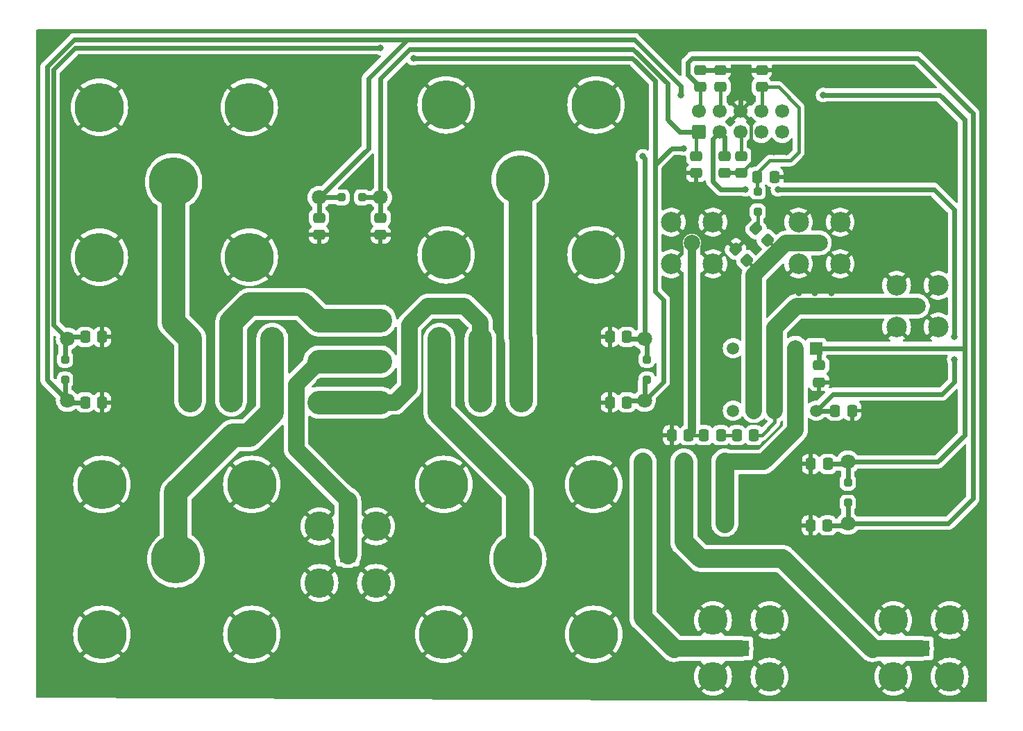
<source format=gbl>
G04 #@! TF.GenerationSoftware,KiCad,Pcbnew,7.0.1*
G04 #@! TF.CreationDate,2023-05-14T23:30:35+02:00*
G04 #@! TF.ProjectId,K_relay,4b5f7265-6c61-4792-9e6b-696361645f70,rev?*
G04 #@! TF.SameCoordinates,Original*
G04 #@! TF.FileFunction,Copper,L2,Bot*
G04 #@! TF.FilePolarity,Positive*
%FSLAX46Y46*%
G04 Gerber Fmt 4.6, Leading zero omitted, Abs format (unit mm)*
G04 Created by KiCad (PCBNEW 7.0.1) date 2023-05-14 23:30:35*
%MOMM*%
%LPD*%
G01*
G04 APERTURE LIST*
G04 Aperture macros list*
%AMRoundRect*
0 Rectangle with rounded corners*
0 $1 Rounding radius*
0 $2 $3 $4 $5 $6 $7 $8 $9 X,Y pos of 4 corners*
0 Add a 4 corners polygon primitive as box body*
4,1,4,$2,$3,$4,$5,$6,$7,$8,$9,$2,$3,0*
0 Add four circle primitives for the rounded corners*
1,1,$1+$1,$2,$3*
1,1,$1+$1,$4,$5*
1,1,$1+$1,$6,$7*
1,1,$1+$1,$8,$9*
0 Add four rect primitives between the rounded corners*
20,1,$1+$1,$2,$3,$4,$5,0*
20,1,$1+$1,$4,$5,$6,$7,0*
20,1,$1+$1,$6,$7,$8,$9,0*
20,1,$1+$1,$8,$9,$2,$3,0*%
G04 Aperture macros list end*
G04 #@! TA.AperFunction,ComponentPad*
%ADD10R,1.950000X1.950000*%
G04 #@! TD*
G04 #@! TA.AperFunction,ComponentPad*
%ADD11C,3.600000*%
G04 #@! TD*
G04 #@! TA.AperFunction,ComponentPad*
%ADD12C,1.803400*%
G04 #@! TD*
G04 #@! TA.AperFunction,ComponentPad*
%ADD13R,1.500000X1.500000*%
G04 #@! TD*
G04 #@! TA.AperFunction,ComponentPad*
%ADD14C,1.500000*%
G04 #@! TD*
G04 #@! TA.AperFunction,ComponentPad*
%ADD15C,1.998980*%
G04 #@! TD*
G04 #@! TA.AperFunction,ComponentPad*
%ADD16C,2.499360*%
G04 #@! TD*
G04 #@! TA.AperFunction,ComponentPad*
%ADD17RoundRect,0.250000X0.600000X-0.600000X0.600000X0.600000X-0.600000X0.600000X-0.600000X-0.600000X0*%
G04 #@! TD*
G04 #@! TA.AperFunction,ComponentPad*
%ADD18C,1.700000*%
G04 #@! TD*
G04 #@! TA.AperFunction,SMDPad,CuDef*
%ADD19RoundRect,0.250000X-0.337500X-0.475000X0.337500X-0.475000X0.337500X0.475000X-0.337500X0.475000X0*%
G04 #@! TD*
G04 #@! TA.AperFunction,SMDPad,CuDef*
%ADD20RoundRect,0.250000X0.250000X-0.250000X0.250000X0.250000X-0.250000X0.250000X-0.250000X-0.250000X0*%
G04 #@! TD*
G04 #@! TA.AperFunction,SMDPad,CuDef*
%ADD21RoundRect,0.250000X-0.250000X0.250000X-0.250000X-0.250000X0.250000X-0.250000X0.250000X0.250000X0*%
G04 #@! TD*
G04 #@! TA.AperFunction,SMDPad,CuDef*
%ADD22RoundRect,0.250000X-0.250000X-0.250000X0.250000X-0.250000X0.250000X0.250000X-0.250000X0.250000X0*%
G04 #@! TD*
G04 #@! TA.AperFunction,SMDPad,CuDef*
%ADD23RoundRect,0.250000X0.337500X0.475000X-0.337500X0.475000X-0.337500X-0.475000X0.337500X-0.475000X0*%
G04 #@! TD*
G04 #@! TA.AperFunction,ComponentPad*
%ADD24C,6.000000*%
G04 #@! TD*
G04 #@! TA.AperFunction,SMDPad,CuDef*
%ADD25RoundRect,0.250000X-0.475000X0.337500X-0.475000X-0.337500X0.475000X-0.337500X0.475000X0.337500X0*%
G04 #@! TD*
G04 #@! TA.AperFunction,SMDPad,CuDef*
%ADD26RoundRect,0.250000X0.565685X0.070711X0.070711X0.565685X-0.565685X-0.070711X-0.070711X-0.565685X0*%
G04 #@! TD*
G04 #@! TA.AperFunction,SMDPad,CuDef*
%ADD27RoundRect,0.250000X0.475000X-0.337500X0.475000X0.337500X-0.475000X0.337500X-0.475000X-0.337500X0*%
G04 #@! TD*
G04 #@! TA.AperFunction,SMDPad,CuDef*
%ADD28RoundRect,0.250000X-0.565685X-0.070711X-0.070711X-0.565685X0.565685X0.070711X0.070711X0.565685X0*%
G04 #@! TD*
G04 #@! TA.AperFunction,ViaPad*
%ADD29C,0.800000*%
G04 #@! TD*
G04 #@! TA.AperFunction,Conductor*
%ADD30C,0.600000*%
G04 #@! TD*
G04 #@! TA.AperFunction,Conductor*
%ADD31C,2.000000*%
G04 #@! TD*
G04 #@! TA.AperFunction,Conductor*
%ADD32C,2.300000*%
G04 #@! TD*
G04 #@! TA.AperFunction,Conductor*
%ADD33C,0.400000*%
G04 #@! TD*
G04 #@! TA.AperFunction,Conductor*
%ADD34C,1.000000*%
G04 #@! TD*
G04 #@! TA.AperFunction,Conductor*
%ADD35C,2.900000*%
G04 #@! TD*
G04 APERTURE END LIST*
D10*
X190000000Y-106560000D03*
D11*
X186560000Y-103120000D03*
X186560000Y-110000000D03*
X193440000Y-103120000D03*
X193440000Y-110000000D03*
D12*
X226199996Y-80250000D03*
X211199996Y-80250000D03*
X206199995Y-80250000D03*
X201199995Y-80250000D03*
X201199995Y-87750000D03*
X206199995Y-87750000D03*
X211199996Y-87750000D03*
X226199996Y-87750000D03*
D13*
X247160000Y-81380000D03*
D14*
X244620000Y-81380000D03*
X242080000Y-81380000D03*
X239540000Y-81380000D03*
X237000000Y-81380000D03*
X237000000Y-89000000D03*
X239540000Y-89000000D03*
X242080000Y-89000000D03*
X244620000Y-89000000D03*
X247160000Y-89000000D03*
D15*
X247540000Y-68540000D03*
D16*
X245000000Y-66000000D03*
X245000000Y-71080000D03*
X250080000Y-66000000D03*
X250080000Y-71080000D03*
D12*
X186500000Y-63000000D03*
X186500000Y-78000000D03*
X186500000Y-83000001D03*
X186500000Y-88000001D03*
X194000000Y-88000001D03*
X194000000Y-83000001D03*
X194000000Y-78000000D03*
X194000000Y-63000000D03*
D10*
X260000000Y-118000000D03*
D11*
X256560000Y-114560000D03*
X256560000Y-121440000D03*
X263440000Y-114560000D03*
X263440000Y-121440000D03*
D10*
X238000000Y-118000000D03*
D11*
X234560000Y-114560000D03*
X234560000Y-121440000D03*
X241440000Y-114560000D03*
X241440000Y-121440000D03*
D17*
X232840000Y-55000000D03*
D18*
X232840000Y-52460000D03*
X235380000Y-55000000D03*
X235380000Y-52460000D03*
X237920000Y-55000000D03*
X237920000Y-52460000D03*
X240460000Y-55000000D03*
X240460000Y-52460000D03*
X243000000Y-55000000D03*
X243000000Y-52460000D03*
D15*
X232000000Y-68540000D03*
D16*
X229460000Y-66000000D03*
X229460000Y-71080000D03*
X234540000Y-66000000D03*
X234540000Y-71080000D03*
D15*
X259500000Y-76250000D03*
D16*
X256960000Y-73710000D03*
X256960000Y-78790000D03*
X262040000Y-73710000D03*
X262040000Y-78790000D03*
D12*
X155800004Y-87750000D03*
X170800004Y-87750000D03*
X175800005Y-87750000D03*
X180800005Y-87750000D03*
X180800005Y-80250000D03*
X175800005Y-80250000D03*
X170800004Y-80250000D03*
X155800004Y-80250000D03*
X251000000Y-95250000D03*
X236000000Y-95250000D03*
X230999999Y-95250000D03*
X225999999Y-95250000D03*
X225999999Y-102750000D03*
X230999999Y-102750000D03*
X236000000Y-102750000D03*
X251000000Y-102750000D03*
D19*
X231575000Y-92000000D03*
X229500000Y-92000000D03*
D20*
X155500000Y-85250000D03*
X155500000Y-82750000D03*
D21*
X251000000Y-97750000D03*
X251000000Y-100250000D03*
D22*
X189250000Y-63000000D03*
X191750000Y-63000000D03*
D23*
X248537500Y-103000000D03*
X246462500Y-103000000D03*
D24*
X168748000Y-61096000D03*
X178000000Y-70288000D03*
X178000000Y-52000000D03*
X159712000Y-70288000D03*
X159712000Y-52000000D03*
X211036000Y-60808000D03*
X220288000Y-70000000D03*
X220288000Y-51712000D03*
X202000000Y-70000000D03*
X202000000Y-51712000D03*
X210748000Y-107096000D03*
X220000000Y-116288000D03*
X220000000Y-98000000D03*
X201712000Y-116288000D03*
X201712000Y-98000000D03*
D25*
X238000000Y-57962500D03*
X238000000Y-60037500D03*
D21*
X240000000Y-62250000D03*
X240000000Y-64750000D03*
D26*
X241207107Y-68207107D03*
X239792893Y-66792893D03*
D23*
X224037500Y-80000000D03*
X221962500Y-80000000D03*
X224037500Y-88000000D03*
X221962500Y-88000000D03*
D27*
X240500000Y-49537500D03*
X240500000Y-47462500D03*
D28*
X237292893Y-69292893D03*
X238707107Y-70707107D03*
D23*
X239537500Y-92000000D03*
X237462500Y-92000000D03*
X248575000Y-95500000D03*
X246500000Y-95500000D03*
D19*
X249462500Y-89000000D03*
X251537500Y-89000000D03*
X157962500Y-88000000D03*
X160037500Y-88000000D03*
D27*
X233000000Y-49537500D03*
X233000000Y-47462500D03*
D25*
X236000000Y-57962500D03*
X236000000Y-60037500D03*
D19*
X239962500Y-60500000D03*
X242037500Y-60500000D03*
D27*
X235500000Y-49537500D03*
X235500000Y-47462500D03*
D25*
X232500000Y-57962500D03*
X232500000Y-60037500D03*
D21*
X226500000Y-82750000D03*
X226500000Y-85250000D03*
D25*
X247500000Y-83462500D03*
X247500000Y-85537500D03*
D19*
X157962500Y-80000000D03*
X160037500Y-80000000D03*
D25*
X186500000Y-65462500D03*
X186500000Y-67537500D03*
D24*
X169036000Y-107096000D03*
X178288000Y-116288000D03*
X178288000Y-98000000D03*
X160000000Y-116288000D03*
X160000000Y-98000000D03*
D25*
X194000000Y-65462500D03*
X194000000Y-67537500D03*
D23*
X235537500Y-92000000D03*
X233462500Y-92000000D03*
D29*
X248000002Y-50500000D03*
X226000000Y-58000000D03*
X230636043Y-50500000D03*
X228500000Y-96500000D03*
X240000000Y-57500000D03*
X208750000Y-81500000D03*
X241000000Y-44000000D03*
X243500000Y-57500000D03*
X192500000Y-80500000D03*
X197000000Y-69000000D03*
X184000000Y-61000000D03*
X208750000Y-87500000D03*
X244000000Y-60500000D03*
X246000000Y-93000000D03*
X247000000Y-60500000D03*
X250000000Y-93000000D03*
X165000000Y-90000000D03*
X203750000Y-85500000D03*
X155000000Y-122500000D03*
X225000000Y-78000000D03*
X194500000Y-80500000D03*
X184000000Y-65000000D03*
X225000000Y-90000000D03*
X234000000Y-75000000D03*
X173250000Y-79500000D03*
X246000000Y-105000000D03*
X242000000Y-57500000D03*
X155000000Y-105000000D03*
X221000000Y-78000000D03*
X192500000Y-85500000D03*
X197000000Y-65000000D03*
X249000000Y-74650500D03*
X228500000Y-94500000D03*
X233500000Y-94500000D03*
X190500000Y-85500000D03*
X160000000Y-122500000D03*
X170000000Y-122500000D03*
X185000000Y-122500000D03*
X251000000Y-83000000D03*
X248000000Y-105000000D03*
X221000000Y-90000000D03*
X178250000Y-79500000D03*
X228500000Y-102500000D03*
X233500000Y-102500000D03*
X200000000Y-122500000D03*
X178250000Y-85500000D03*
X203750000Y-81500000D03*
X208500000Y-79500000D03*
X157000000Y-78000000D03*
X248000000Y-93000000D03*
X220000000Y-122500000D03*
X186500000Y-80500000D03*
X155000000Y-110000000D03*
X165000000Y-78000000D03*
X228500000Y-100500000D03*
X210000000Y-122500000D03*
X217000000Y-78000000D03*
X203750000Y-79500000D03*
X155000000Y-95000000D03*
X251000000Y-85000000D03*
X251000000Y-79000000D03*
X184500000Y-80500000D03*
X184000000Y-69000000D03*
X215000000Y-122500000D03*
X250000000Y-105000000D03*
X194500000Y-85500000D03*
X208750000Y-83500000D03*
X161000000Y-90000000D03*
X234000000Y-80000000D03*
X173250000Y-81500000D03*
X234000000Y-85000000D03*
X230000000Y-85000000D03*
X230000000Y-80000000D03*
X233500000Y-96500000D03*
X197000000Y-61000000D03*
X205000000Y-122500000D03*
X178250000Y-87500000D03*
X155000000Y-120000000D03*
X186500000Y-85500000D03*
X173250000Y-85500000D03*
X195000000Y-122500000D03*
X188500000Y-85500000D03*
X165000000Y-122500000D03*
X208750000Y-85500000D03*
X236000000Y-44000000D03*
X231000000Y-44000000D03*
X173250000Y-83500000D03*
X188500000Y-80500000D03*
X228500000Y-98500000D03*
X233500000Y-98500000D03*
X225000000Y-122500000D03*
X157000000Y-90000000D03*
X249000000Y-79000000D03*
X261000000Y-44000000D03*
X253000000Y-97000000D03*
X250000000Y-60500000D03*
X247000000Y-79000000D03*
X161000000Y-78000000D03*
X228500000Y-104500000D03*
X247000000Y-74650500D03*
X173250000Y-89500000D03*
X253000000Y-60500000D03*
X252000000Y-105000000D03*
X251000000Y-44000000D03*
X173250000Y-87500000D03*
X253000000Y-99000000D03*
X217000000Y-90000000D03*
X246000000Y-44000000D03*
X155000000Y-100000000D03*
X252000000Y-93000000D03*
X230000000Y-75000000D03*
X203750000Y-83500000D03*
X233500000Y-104250000D03*
X178250000Y-81500000D03*
X230000000Y-90000000D03*
X232500000Y-61500000D03*
X190000000Y-122500000D03*
X197000000Y-73000000D03*
X245063688Y-74650500D03*
X233500000Y-100500000D03*
X190500000Y-80500000D03*
X155000000Y-115000000D03*
X175000000Y-122500000D03*
X234000000Y-90000000D03*
X245500000Y-122500000D03*
X203750000Y-87500000D03*
X245000000Y-79000000D03*
X253000000Y-101000000D03*
X251000000Y-122500000D03*
X180000000Y-122500000D03*
X184000000Y-73000000D03*
X178250000Y-83500000D03*
X256000000Y-44000000D03*
X242500000Y-62000000D03*
X264000000Y-82750000D03*
X238500000Y-62000000D03*
X264000000Y-80000000D03*
X194000000Y-44750000D03*
X198000000Y-46000000D03*
X231000000Y-57000000D03*
D30*
X247160000Y-81380000D02*
X265250000Y-81380000D01*
D31*
X204250000Y-76250000D02*
X206199995Y-78199995D01*
X206199995Y-78199995D02*
X206199995Y-80250000D01*
X199750000Y-76250000D02*
X204250000Y-76250000D01*
X197500000Y-78500000D02*
X199750000Y-76250000D01*
X195749999Y-88000001D02*
X197500000Y-86250000D01*
X197500000Y-86250000D02*
X197500000Y-78500000D01*
X194000000Y-88000001D02*
X195749999Y-88000001D01*
X183700000Y-85800000D02*
X186500000Y-83000001D01*
X183700000Y-93700000D02*
X183700000Y-85800000D01*
X190000000Y-100000000D02*
X183700000Y-93700000D01*
D32*
X190000000Y-106560000D02*
X190000000Y-100000000D01*
D31*
X244750000Y-76250000D02*
X259500000Y-76250000D01*
X242080000Y-78920000D02*
X244750000Y-76250000D01*
X242080000Y-81380000D02*
X242080000Y-78920000D01*
D30*
X265250000Y-81750000D02*
X265250000Y-53500000D01*
X265250000Y-92000000D02*
X265250000Y-81750000D01*
X264000000Y-85500000D02*
X264000000Y-82750000D01*
X247160000Y-89000000D02*
X249160000Y-87000000D01*
X249160000Y-87000000D02*
X262500000Y-87000000D01*
X262500000Y-87000000D02*
X264000000Y-85500000D01*
X264000000Y-64500000D02*
X264000000Y-80000000D01*
X261500000Y-62000000D02*
X264000000Y-64500000D01*
X242500000Y-62000000D02*
X261500000Y-62000000D01*
X262250000Y-50500000D02*
X248000002Y-50500000D01*
X262000000Y-95250000D02*
X265250000Y-92000000D01*
X265250000Y-53500000D02*
X262250000Y-50500000D01*
X251000000Y-95250000D02*
X262000000Y-95250000D01*
X231500000Y-48037500D02*
X233000000Y-49537500D01*
X231500000Y-46500000D02*
X231500000Y-48037500D01*
X259500000Y-46000000D02*
X232000000Y-46000000D01*
X266250000Y-52750000D02*
X259500000Y-46000000D01*
X263250000Y-102750000D02*
X266250000Y-99750000D01*
X266250000Y-99750000D02*
X266250000Y-52750000D01*
X251000000Y-102750000D02*
X263250000Y-102750000D01*
X232000000Y-46000000D02*
X231500000Y-46500000D01*
D31*
X242080000Y-89000000D02*
X242080000Y-81380000D01*
D33*
X239537500Y-92000000D02*
X240500000Y-92000000D01*
X240500000Y-92000000D02*
X242080000Y-90420000D01*
X242080000Y-90420000D02*
X242080000Y-89000000D01*
X237462500Y-92000000D02*
X235537500Y-92000000D01*
D30*
X157962500Y-88000000D02*
X156050004Y-88000000D01*
X226199996Y-80250000D02*
X224287500Y-80250000D01*
X192500000Y-48500000D02*
X192500000Y-57000000D01*
X186500000Y-65462500D02*
X186500000Y-63000000D01*
X155500000Y-87449996D02*
X155800004Y-87750000D01*
D33*
X235500000Y-49537500D02*
X235500000Y-52340000D01*
D30*
X226500000Y-82750000D02*
X226500000Y-80550004D01*
X156619335Y-43750000D02*
X153300999Y-47068336D01*
X192500000Y-57000000D02*
X186500000Y-63000000D01*
X247500000Y-81720000D02*
X247160000Y-81380000D01*
X225000000Y-43750000D02*
X230636043Y-49386043D01*
X156050004Y-88000000D02*
X155800004Y-87750000D01*
X248575000Y-95500000D02*
X250750000Y-95500000D01*
X251000000Y-97750000D02*
X251000000Y-95250000D01*
X198250000Y-43750000D02*
X225000000Y-43750000D01*
X189250000Y-63000000D02*
X186500000Y-63000000D01*
X153300999Y-47068336D02*
X153300999Y-85250995D01*
X155500000Y-85250000D02*
X155500000Y-87449996D01*
X247500000Y-83462500D02*
X247500000Y-81720000D01*
X224287500Y-80250000D02*
X224037500Y-80000000D01*
X198250000Y-43750000D02*
X197250000Y-43750000D01*
X226199996Y-58199996D02*
X226000000Y-58000000D01*
X250750000Y-95500000D02*
X251000000Y-95250000D01*
X226500000Y-80550004D02*
X226199996Y-80250000D01*
X198250000Y-43750000D02*
X156619335Y-43750000D01*
X197250000Y-43750000D02*
X192500000Y-48500000D01*
X230636043Y-49386043D02*
X230636043Y-50500000D01*
X153300999Y-85250995D02*
X155800004Y-87750000D01*
X226199996Y-80250000D02*
X226199996Y-58199996D01*
D33*
X240000000Y-57500000D02*
X239170000Y-56670000D01*
X239170000Y-56670000D02*
X239170000Y-53710000D01*
D30*
X238000000Y-47462500D02*
X235500000Y-47462500D01*
X237920000Y-47542500D02*
X237920000Y-52460000D01*
D33*
X242000000Y-57500000D02*
X240000000Y-57500000D01*
X239170000Y-53710000D02*
X237920000Y-52460000D01*
D30*
X233000000Y-47462500D02*
X235500000Y-47462500D01*
D33*
X238000000Y-60037500D02*
X236000000Y-60037500D01*
X232500000Y-60037500D02*
X232500000Y-61500000D01*
X238000000Y-60037500D02*
X238000000Y-60000000D01*
D30*
X240500000Y-47462500D02*
X238000000Y-47462500D01*
D33*
X243500000Y-57500000D02*
X242000000Y-57500000D01*
D30*
X238000000Y-47462500D02*
X237920000Y-47542500D01*
D33*
X240000000Y-58000000D02*
X240000000Y-57500000D01*
X242037500Y-60500000D02*
X244000000Y-60500000D01*
X238000000Y-60000000D02*
X240000000Y-58000000D01*
D30*
X234500000Y-61000000D02*
X235500000Y-62000000D01*
X236000000Y-55620000D02*
X235380000Y-55000000D01*
X234500000Y-55880000D02*
X234500000Y-61000000D01*
X249462500Y-89000000D02*
X247160000Y-89000000D01*
X235500000Y-62000000D02*
X238500000Y-62000000D01*
X235380000Y-55000000D02*
X234500000Y-55880000D01*
X236000000Y-57962500D02*
X236000000Y-55620000D01*
X155500000Y-80550004D02*
X155800004Y-80250000D01*
X227500000Y-48750000D02*
X224750000Y-46000000D01*
X157962500Y-80000000D02*
X156050004Y-80000000D01*
X224287500Y-87750000D02*
X224037500Y-88000000D01*
X228500000Y-85449996D02*
X228500000Y-75500000D01*
X227500000Y-59000000D02*
X227500000Y-48750000D01*
X154100500Y-78550496D02*
X154100500Y-47399500D01*
D33*
X238000000Y-55080000D02*
X237920000Y-55000000D01*
D30*
X229500000Y-57000000D02*
X231000000Y-57000000D01*
X154100500Y-47399500D02*
X156750000Y-44750000D01*
X224750000Y-46000000D02*
X198000000Y-46000000D01*
X228500000Y-75500000D02*
X227500000Y-74500000D01*
X156750000Y-44750000D02*
X194000000Y-44750000D01*
X155500000Y-82750000D02*
X155500000Y-80550004D01*
X227500000Y-59000000D02*
X229500000Y-57000000D01*
X226199996Y-85550004D02*
X226500000Y-85250000D01*
X227500000Y-74500000D02*
X227500000Y-59000000D01*
X226199996Y-87750000D02*
X224287500Y-87750000D01*
D33*
X238000000Y-57962500D02*
X238000000Y-55080000D01*
D30*
X155800004Y-80250000D02*
X154100500Y-78550496D01*
X226199996Y-87750000D02*
X226199996Y-85550004D01*
X226199996Y-87750000D02*
X228500000Y-85449996D01*
X156050004Y-80000000D02*
X155800004Y-80250000D01*
X194000000Y-65462500D02*
X194000000Y-63000000D01*
X191750000Y-63000000D02*
X194000000Y-63000000D01*
X194000000Y-63000000D02*
X194000000Y-48500000D01*
D33*
X232500000Y-57962500D02*
X232500000Y-55340000D01*
D30*
X194000000Y-48500000D02*
X197549501Y-44950499D01*
X229000000Y-53500000D02*
X230500000Y-55000000D01*
X224831165Y-44950499D02*
X229000000Y-49119334D01*
X230500000Y-55000000D02*
X232840000Y-55000000D01*
X197549501Y-44950499D02*
X224831165Y-44950499D01*
X229000000Y-49119334D02*
X229000000Y-53500000D01*
D33*
X233000000Y-49537500D02*
X233000000Y-52300000D01*
D30*
X250750000Y-103000000D02*
X251000000Y-102750000D01*
X248537500Y-103000000D02*
X250750000Y-103000000D01*
X251000000Y-100250000D02*
X251000000Y-102750000D01*
D33*
X245000000Y-57500000D02*
X245000000Y-52000000D01*
X241500000Y-58500000D02*
X244000000Y-58500000D01*
X242537500Y-49537500D02*
X240500000Y-49537500D01*
X239962500Y-60037500D02*
X241500000Y-58500000D01*
X239962500Y-62212500D02*
X240000000Y-62250000D01*
X245000000Y-52000000D02*
X242537500Y-49537500D01*
X244000000Y-58500000D02*
X245000000Y-57500000D01*
X239962500Y-60500000D02*
X239962500Y-62212500D01*
X239962500Y-60500000D02*
X239962500Y-60037500D01*
X240500000Y-49537500D02*
X240500000Y-52420000D01*
X233462500Y-92000000D02*
X231575000Y-92000000D01*
D34*
X232000000Y-68540000D02*
X232000000Y-91575000D01*
X232000000Y-91575000D02*
X231575000Y-92000000D01*
D33*
X240000000Y-66585786D02*
X239792893Y-66792893D01*
X240000000Y-64750000D02*
X240000000Y-66585786D01*
D35*
X180800005Y-89199995D02*
X180800005Y-80250000D01*
X169036000Y-107096000D02*
X169036000Y-98964000D01*
X176000000Y-92000000D02*
X178000000Y-92000000D01*
X169036000Y-98964000D02*
X176000000Y-92000000D01*
X178000000Y-92000000D02*
X180800005Y-89199995D01*
X211036000Y-80086004D02*
X211199996Y-80250000D01*
X211036000Y-60808000D02*
X211036000Y-80086004D01*
X211199996Y-87750000D02*
X211199996Y-80250000D01*
X194000000Y-83000001D02*
X186500000Y-83000001D01*
D32*
X230999999Y-104999999D02*
X230999999Y-102750000D01*
X254000000Y-118000000D02*
X243000000Y-107000000D01*
X233000000Y-107000000D02*
X230999999Y-104999999D01*
X230999999Y-95250000D02*
X230999999Y-102750000D01*
D31*
X260000000Y-118000000D02*
X254000000Y-118000000D01*
D32*
X243000000Y-107000000D02*
X233000000Y-107000000D01*
D31*
X238000000Y-118000000D02*
X229772613Y-118000000D01*
D32*
X225999999Y-114227386D02*
X225999999Y-102750000D01*
X225999999Y-95250000D02*
X225999999Y-102750000D01*
X229772613Y-118000000D02*
X225999999Y-114227386D01*
D31*
X243460000Y-68540000D02*
X242750000Y-69250000D01*
D33*
X241207107Y-68207107D02*
X242250000Y-69250000D01*
X242250000Y-69250000D02*
X242750000Y-69250000D01*
D31*
X247540000Y-68540000D02*
X243460000Y-68540000D01*
X239540000Y-72460000D02*
X239540000Y-81380000D01*
D33*
X239540000Y-71540000D02*
X239540000Y-72460000D01*
D31*
X242750000Y-69250000D02*
X239540000Y-72460000D01*
X239540000Y-89000000D02*
X239540000Y-81380000D01*
D33*
X238707107Y-70707107D02*
X239540000Y-71540000D01*
D35*
X175800005Y-87750000D02*
X175800005Y-80250000D01*
X194000000Y-78000000D02*
X186500000Y-78000000D01*
X178000000Y-76000000D02*
X175800005Y-78199995D01*
X175800005Y-78199995D02*
X175800005Y-80250000D01*
X186500000Y-78000000D02*
X184500000Y-76000000D01*
X184500000Y-76000000D02*
X178000000Y-76000000D01*
X194000000Y-88000001D02*
X186500000Y-88000001D01*
X206199995Y-87750000D02*
X206199995Y-80250000D01*
D32*
X236000000Y-95250000D02*
X236000000Y-102750000D01*
D31*
X240750000Y-95250000D02*
X236000000Y-95250000D01*
X244620000Y-89000000D02*
X244620000Y-91380000D01*
X244620000Y-89000000D02*
X244620000Y-81380000D01*
X244620000Y-91380000D02*
X240750000Y-95250000D01*
D35*
X168748000Y-61096000D02*
X168748000Y-78197996D01*
X170800004Y-87750000D02*
X170800004Y-80250000D01*
X168748000Y-78197996D02*
X170800004Y-80250000D01*
X210748000Y-107096000D02*
X210748000Y-98748000D01*
X210748000Y-98748000D02*
X201199995Y-89199995D01*
X201199995Y-89199995D02*
X201199995Y-80250000D01*
G04 #@! TA.AperFunction,Conductor*
G36*
X195936475Y-83785953D02*
G01*
X195982591Y-83831416D01*
X195999500Y-83893926D01*
X195999500Y-85577110D01*
X195990061Y-85624563D01*
X195963181Y-85664791D01*
X195256610Y-86371360D01*
X195206685Y-86401791D01*
X195148366Y-86405962D01*
X195094619Y-86382946D01*
X195057214Y-86354945D01*
X194909360Y-86274211D01*
X194812337Y-86221232D01*
X194550923Y-86123730D01*
X194550918Y-86123728D01*
X194278294Y-86064423D01*
X194069658Y-86049501D01*
X194069657Y-86049501D01*
X186430343Y-86049501D01*
X186430342Y-86049501D01*
X186221705Y-86064423D01*
X185949078Y-86123729D01*
X185764230Y-86192674D01*
X185698009Y-86198361D01*
X185638364Y-86169036D01*
X185602431Y-86113122D01*
X185600533Y-86046685D01*
X185633214Y-85988813D01*
X186635207Y-84986820D01*
X186675436Y-84959940D01*
X186722889Y-84950501D01*
X194069658Y-84950501D01*
X194083583Y-84949504D01*
X194278294Y-84935579D01*
X194550923Y-84876272D01*
X194812337Y-84778770D01*
X195057213Y-84645057D01*
X195280568Y-84477856D01*
X195477855Y-84280569D01*
X195645056Y-84057214D01*
X195766668Y-83834498D01*
X195811467Y-83787739D01*
X195873729Y-83769939D01*
X195936475Y-83785953D01*
G37*
G04 #@! TD.AperFunction*
G04 #@! TA.AperFunction,Conductor*
G36*
X263136218Y-82197113D02*
G01*
X263181605Y-82242499D01*
X263198218Y-82304499D01*
X263181606Y-82366498D01*
X263172821Y-82381714D01*
X263114326Y-82561742D01*
X263104383Y-82656344D01*
X263094540Y-82750000D01*
X263100391Y-82805666D01*
X263114326Y-82938257D01*
X263172821Y-83118284D01*
X263182887Y-83135718D01*
X263199500Y-83197718D01*
X263199500Y-85117060D01*
X263190061Y-85164513D01*
X263163181Y-85204741D01*
X262204741Y-86163181D01*
X262164513Y-86190061D01*
X262117060Y-86199500D01*
X249069803Y-86199500D01*
X249032480Y-86208017D01*
X249018780Y-86210345D01*
X248980743Y-86214631D01*
X248944623Y-86227270D01*
X248931268Y-86231118D01*
X248893941Y-86239638D01*
X248860368Y-86255806D01*
X248804196Y-86268061D01*
X248748534Y-86253665D01*
X248705349Y-86215711D01*
X248683923Y-86162360D01*
X248688863Y-86105079D01*
X248714506Y-86027694D01*
X248725000Y-85924979D01*
X248725000Y-85787500D01*
X247750000Y-85787500D01*
X247750000Y-86624999D01*
X248024976Y-86624999D01*
X248099179Y-86617418D01*
X248158901Y-86626077D01*
X248207463Y-86661902D01*
X248233364Y-86716408D01*
X248230469Y-86776685D01*
X248199463Y-86828457D01*
X247314173Y-87713747D01*
X247268903Y-87742588D01*
X247215685Y-87749594D01*
X247160000Y-87744722D01*
X246942025Y-87763792D01*
X246730668Y-87820425D01*
X246532361Y-87912898D01*
X246353122Y-88038402D01*
X246332181Y-88059344D01*
X246282818Y-88089594D01*
X246225102Y-88094136D01*
X246171615Y-88071981D01*
X246134015Y-88027958D01*
X246120500Y-87971663D01*
X246120500Y-86274453D01*
X246136754Y-86213079D01*
X246181255Y-86167794D01*
X246242336Y-86150472D01*
X246303985Y-86165652D01*
X246350039Y-86209356D01*
X246432684Y-86343346D01*
X246556654Y-86467316D01*
X246705877Y-86559357D01*
X246872303Y-86614506D01*
X246975021Y-86625000D01*
X247250000Y-86625000D01*
X247250000Y-85411500D01*
X247266613Y-85349500D01*
X247312000Y-85304113D01*
X247374000Y-85287500D01*
X248724999Y-85287500D01*
X248724999Y-85150021D01*
X248714506Y-85047304D01*
X248659357Y-84880877D01*
X248567316Y-84731654D01*
X248443344Y-84607682D01*
X248440343Y-84605831D01*
X248397161Y-84560723D01*
X248381440Y-84500289D01*
X248397166Y-84439856D01*
X248440347Y-84394752D01*
X248443656Y-84392712D01*
X248567712Y-84268656D01*
X248659814Y-84119334D01*
X248714999Y-83952797D01*
X248725500Y-83850009D01*
X248725499Y-83074992D01*
X248714999Y-82972203D01*
X248659814Y-82805666D01*
X248567712Y-82656344D01*
X248567711Y-82656342D01*
X248443658Y-82532289D01*
X248408771Y-82510771D01*
X248368791Y-82471072D01*
X248350505Y-82417781D01*
X248357685Y-82361902D01*
X248395258Y-82261165D01*
X248421696Y-82218930D01*
X248462626Y-82190512D01*
X248511439Y-82180500D01*
X263074218Y-82180500D01*
X263136218Y-82197113D01*
G37*
G04 #@! TD.AperFunction*
G04 #@! TA.AperFunction,Conductor*
G36*
X239227160Y-46814097D02*
G01*
X239271234Y-46851908D01*
X239293261Y-46905638D01*
X239288409Y-46963505D01*
X239285493Y-46972301D01*
X239275000Y-47075021D01*
X239275000Y-47212500D01*
X241724999Y-47212500D01*
X241724999Y-47075021D01*
X241714506Y-46972304D01*
X241711590Y-46963504D01*
X241706739Y-46905637D01*
X241728766Y-46851907D01*
X241772840Y-46814097D01*
X241829296Y-46800500D01*
X259117060Y-46800500D01*
X259164513Y-46809939D01*
X259204741Y-46836819D01*
X261855741Y-49487819D01*
X261885991Y-49537182D01*
X261890533Y-49594898D01*
X261868378Y-49648385D01*
X261824355Y-49685985D01*
X261768060Y-49699500D01*
X248442369Y-49699500D01*
X248391933Y-49688779D01*
X248279804Y-49638855D01*
X248094650Y-49599500D01*
X248094648Y-49599500D01*
X247905356Y-49599500D01*
X247905354Y-49599500D01*
X247720199Y-49638855D01*
X247547271Y-49715848D01*
X247394131Y-49827110D01*
X247267468Y-49967783D01*
X247172822Y-50131715D01*
X247114328Y-50311742D01*
X247094542Y-50499999D01*
X247114328Y-50688257D01*
X247172822Y-50868284D01*
X247267468Y-51032216D01*
X247394131Y-51172889D01*
X247547271Y-51284151D01*
X247720199Y-51361144D01*
X247905354Y-51400500D01*
X247905356Y-51400500D01*
X248094648Y-51400500D01*
X248094650Y-51400500D01*
X248218086Y-51374262D01*
X248279805Y-51361144D01*
X248391932Y-51311221D01*
X248442369Y-51300500D01*
X261867060Y-51300500D01*
X261914513Y-51309939D01*
X261954741Y-51336819D01*
X264413181Y-53795258D01*
X264440061Y-53835486D01*
X264449500Y-53882939D01*
X264449500Y-63518060D01*
X264435985Y-63574355D01*
X264398385Y-63618378D01*
X264344898Y-63640533D01*
X264287182Y-63635991D01*
X264237819Y-63605741D01*
X262002262Y-61370184D01*
X261969850Y-61349818D01*
X261958510Y-61341772D01*
X261928586Y-61317908D01*
X261894095Y-61301298D01*
X261881933Y-61294576D01*
X261866327Y-61284770D01*
X261849520Y-61274209D01*
X261813398Y-61261570D01*
X261800553Y-61256250D01*
X261766058Y-61239638D01*
X261728736Y-61231119D01*
X261715380Y-61227272D01*
X261679252Y-61214631D01*
X261641219Y-61210345D01*
X261627518Y-61208017D01*
X261590196Y-61199500D01*
X261590194Y-61199500D01*
X261544954Y-61199500D01*
X243244484Y-61199500D01*
X243178876Y-61180722D01*
X243133139Y-61130074D01*
X243121126Y-61062897D01*
X243125000Y-61024978D01*
X243125000Y-60750000D01*
X241911500Y-60750000D01*
X241849500Y-60733387D01*
X241804113Y-60688000D01*
X241787500Y-60626000D01*
X241787500Y-60374000D01*
X241804113Y-60312000D01*
X241849500Y-60266613D01*
X241911500Y-60250000D01*
X243124999Y-60250000D01*
X243124999Y-59975021D01*
X243114506Y-59872304D01*
X243059357Y-59705877D01*
X242967316Y-59556654D01*
X242843345Y-59432683D01*
X242839058Y-59430039D01*
X242795354Y-59383985D01*
X242780173Y-59322337D01*
X242797495Y-59261255D01*
X242842780Y-59216754D01*
X242904154Y-59200500D01*
X243975079Y-59200500D01*
X243982566Y-59200726D01*
X243985706Y-59200915D01*
X244042606Y-59204358D01*
X244101782Y-59193513D01*
X244109181Y-59192387D01*
X244168872Y-59185140D01*
X244178335Y-59181550D01*
X244199958Y-59175522D01*
X244209932Y-59173695D01*
X244264808Y-59148996D01*
X244271673Y-59146152D01*
X244327930Y-59124818D01*
X244336270Y-59119060D01*
X244355819Y-59108035D01*
X244365057Y-59103878D01*
X244412413Y-59066775D01*
X244418420Y-59062355D01*
X244467929Y-59028183D01*
X244507823Y-58983150D01*
X244512924Y-58977731D01*
X245477723Y-58012931D01*
X245483142Y-58007829D01*
X245528183Y-57967929D01*
X245562361Y-57918410D01*
X245566790Y-57912394D01*
X245603875Y-57865060D01*
X245603875Y-57865059D01*
X245603878Y-57865056D01*
X245608037Y-57855814D01*
X245619061Y-57836268D01*
X245624818Y-57827930D01*
X245646152Y-57771674D01*
X245648994Y-57764811D01*
X245673695Y-57709931D01*
X245675522Y-57699956D01*
X245681549Y-57678339D01*
X245685140Y-57668872D01*
X245692387Y-57609179D01*
X245693514Y-57601777D01*
X245695545Y-57590696D01*
X245704358Y-57542606D01*
X245700726Y-57482566D01*
X245700500Y-57475079D01*
X245700500Y-52024921D01*
X245700726Y-52017434D01*
X245700927Y-52014102D01*
X245704358Y-51957394D01*
X245693507Y-51898185D01*
X245692390Y-51890841D01*
X245685140Y-51831128D01*
X245681547Y-51821656D01*
X245675522Y-51800044D01*
X245673695Y-51790069D01*
X245649007Y-51735217D01*
X245646147Y-51728313D01*
X245624818Y-51672070D01*
X245619061Y-51663730D01*
X245608035Y-51644181D01*
X245603877Y-51634941D01*
X245566785Y-51587597D01*
X245562355Y-51581577D01*
X245528183Y-51532071D01*
X245483153Y-51492178D01*
X245477715Y-51487058D01*
X243050440Y-49059783D01*
X243045322Y-49054347D01*
X243005429Y-49009317D01*
X242955932Y-48975151D01*
X242949905Y-48970716D01*
X242902554Y-48933620D01*
X242893313Y-48929461D01*
X242873773Y-48918441D01*
X242865430Y-48912682D01*
X242865427Y-48912681D01*
X242865426Y-48912680D01*
X242809201Y-48891356D01*
X242802283Y-48888491D01*
X242747429Y-48863803D01*
X242737452Y-48861975D01*
X242715839Y-48855950D01*
X242706373Y-48852360D01*
X242646672Y-48845110D01*
X242639271Y-48843983D01*
X242580107Y-48833141D01*
X242520066Y-48836774D01*
X242512579Y-48837000D01*
X241702088Y-48837000D01*
X241641656Y-48821277D01*
X241596549Y-48778096D01*
X241567711Y-48731342D01*
X241443659Y-48607290D01*
X241440345Y-48605246D01*
X241397163Y-48560138D01*
X241381440Y-48499704D01*
X241397164Y-48439271D01*
X241440348Y-48394164D01*
X241443348Y-48392313D01*
X241567316Y-48268345D01*
X241659357Y-48119122D01*
X241714506Y-47952696D01*
X241725000Y-47849979D01*
X241725000Y-47712500D01*
X239275001Y-47712500D01*
X239275001Y-47849979D01*
X239285493Y-47952695D01*
X239340642Y-48119122D01*
X239432683Y-48268345D01*
X239556654Y-48392316D01*
X239559656Y-48394168D01*
X239602835Y-48439274D01*
X239618558Y-48499704D01*
X239602837Y-48560135D01*
X239559659Y-48605242D01*
X239556344Y-48607286D01*
X239432288Y-48731342D01*
X239340186Y-48880665D01*
X239285000Y-49047202D01*
X239274500Y-49149990D01*
X239274500Y-49925008D01*
X239285000Y-50027796D01*
X239340186Y-50194334D01*
X239432288Y-50343657D01*
X239556342Y-50467711D01*
X239556344Y-50467712D01*
X239705666Y-50559814D01*
X239714504Y-50562742D01*
X239758829Y-50588620D01*
X239788877Y-50630232D01*
X239799500Y-50680448D01*
X239799500Y-51209280D01*
X239785489Y-51266537D01*
X239746624Y-51310855D01*
X239729916Y-51322554D01*
X239618598Y-51400500D01*
X239588595Y-51421508D01*
X239421508Y-51588595D01*
X239421505Y-51588598D01*
X239421505Y-51588599D01*
X239291271Y-51774594D01*
X239291270Y-51774595D01*
X239246952Y-51813460D01*
X239189695Y-51827471D01*
X239132438Y-51813460D01*
X239088120Y-51774595D01*
X239034925Y-51698626D01*
X239034925Y-51698625D01*
X238273553Y-52460000D01*
X238273553Y-52460001D01*
X239034925Y-53221373D01*
X239088119Y-53145405D01*
X239132437Y-53106539D01*
X239189694Y-53092528D01*
X239246951Y-53106539D01*
X239291267Y-53145402D01*
X239421505Y-53331401D01*
X239588599Y-53498495D01*
X239774160Y-53628426D01*
X239813024Y-53672743D01*
X239827035Y-53730000D01*
X239813024Y-53787257D01*
X239774159Y-53831575D01*
X239743738Y-53852875D01*
X239631677Y-53931342D01*
X239588595Y-53961508D01*
X239421505Y-54128598D01*
X239291575Y-54314159D01*
X239247257Y-54353025D01*
X239190000Y-54367036D01*
X239132743Y-54353025D01*
X239088425Y-54314159D01*
X239030831Y-54231906D01*
X238958495Y-54128599D01*
X238791401Y-53961505D01*
X238605402Y-53831267D01*
X238566539Y-53786951D01*
X238552528Y-53729694D01*
X238566539Y-53672437D01*
X238605405Y-53628119D01*
X238681373Y-53574925D01*
X237920000Y-52813553D01*
X237158625Y-53574925D01*
X237234594Y-53628119D01*
X237273460Y-53672437D01*
X237287471Y-53729694D01*
X237273461Y-53786950D01*
X237234595Y-53831269D01*
X237048595Y-53961508D01*
X236881505Y-54128598D01*
X236751575Y-54314159D01*
X236707257Y-54353025D01*
X236650000Y-54367036D01*
X236592743Y-54353025D01*
X236548425Y-54314159D01*
X236490831Y-54231906D01*
X236418495Y-54128599D01*
X236251401Y-53961505D01*
X236065839Y-53831573D01*
X236026974Y-53787255D01*
X236012964Y-53729999D01*
X236026975Y-53672742D01*
X236065837Y-53628428D01*
X236251401Y-53498495D01*
X236418495Y-53331401D01*
X236548732Y-53145402D01*
X236593048Y-53106539D01*
X236650305Y-53092528D01*
X236707562Y-53106539D01*
X236751880Y-53145405D01*
X236805073Y-53221373D01*
X237566447Y-52460001D01*
X237566447Y-52459999D01*
X236805073Y-51698626D01*
X236751881Y-51774594D01*
X236707563Y-51813460D01*
X236650306Y-51827471D01*
X236593048Y-51813460D01*
X236548730Y-51774595D01*
X236418495Y-51588599D01*
X236361967Y-51532071D01*
X236243730Y-51413833D01*
X236244638Y-51412924D01*
X236214511Y-51378571D01*
X236206314Y-51345072D01*
X237158625Y-51345072D01*
X237920000Y-52106447D01*
X237920001Y-52106447D01*
X238681373Y-51345073D01*
X238681373Y-51345072D01*
X238597580Y-51286400D01*
X238383492Y-51186569D01*
X238155318Y-51125430D01*
X237920000Y-51104842D01*
X237684681Y-51125430D01*
X237456507Y-51186569D01*
X237242422Y-51286399D01*
X237158625Y-51345072D01*
X236206314Y-51345072D01*
X236200500Y-51321313D01*
X236200500Y-50680448D01*
X236211123Y-50630232D01*
X236241171Y-50588620D01*
X236285495Y-50562742D01*
X236294334Y-50559814D01*
X236443656Y-50467712D01*
X236567712Y-50343656D01*
X236659814Y-50194334D01*
X236714999Y-50027797D01*
X236725500Y-49925009D01*
X236725499Y-49149992D01*
X236722433Y-49119982D01*
X236714999Y-49047203D01*
X236690418Y-48973023D01*
X236659814Y-48880666D01*
X236567712Y-48731344D01*
X236567711Y-48731342D01*
X236443659Y-48607290D01*
X236440345Y-48605246D01*
X236397163Y-48560138D01*
X236381440Y-48499704D01*
X236397164Y-48439271D01*
X236440348Y-48394164D01*
X236443348Y-48392313D01*
X236567316Y-48268345D01*
X236659357Y-48119122D01*
X236714506Y-47952696D01*
X236725000Y-47849979D01*
X236725000Y-47712500D01*
X232874000Y-47712500D01*
X232812000Y-47695887D01*
X232766613Y-47650500D01*
X232750000Y-47588500D01*
X232750000Y-47336500D01*
X232766613Y-47274500D01*
X232812000Y-47229113D01*
X232874000Y-47212500D01*
X236724999Y-47212500D01*
X236724999Y-47075021D01*
X236714506Y-46972304D01*
X236711590Y-46963504D01*
X236706739Y-46905637D01*
X236728766Y-46851907D01*
X236772840Y-46814097D01*
X236829296Y-46800500D01*
X239170704Y-46800500D01*
X239227160Y-46814097D01*
G37*
G04 #@! TD.AperFunction*
G04 #@! TA.AperFunction,Conductor*
G36*
X238188000Y-59804113D02*
G01*
X238233387Y-59849500D01*
X238250000Y-59911500D01*
X238250000Y-60163500D01*
X238233387Y-60225500D01*
X238188000Y-60270887D01*
X238126000Y-60287500D01*
X235874000Y-60287500D01*
X235812000Y-60270887D01*
X235766613Y-60225500D01*
X235750000Y-60163500D01*
X235750000Y-59911500D01*
X235766613Y-59849500D01*
X235812000Y-59804113D01*
X235874000Y-59787500D01*
X238126000Y-59787500D01*
X238188000Y-59804113D01*
G37*
G04 #@! TD.AperFunction*
G04 #@! TA.AperFunction,Conductor*
G36*
X241787257Y-55646975D02*
G01*
X241831573Y-55685839D01*
X241961505Y-55871401D01*
X242128599Y-56038495D01*
X242322170Y-56174035D01*
X242536337Y-56273903D01*
X242764592Y-56335063D01*
X243000000Y-56355659D01*
X243235408Y-56335063D01*
X243463663Y-56273903D01*
X243677830Y-56174035D01*
X243871401Y-56038495D01*
X244038495Y-55871401D01*
X244073926Y-55820799D01*
X244121142Y-55780474D01*
X244181989Y-55768094D01*
X244241210Y-55786766D01*
X244283953Y-55831808D01*
X244299500Y-55891924D01*
X244299500Y-57158482D01*
X244290061Y-57205935D01*
X244263181Y-57246163D01*
X243746162Y-57763181D01*
X243705934Y-57790061D01*
X243658481Y-57799500D01*
X241524910Y-57799500D01*
X241517423Y-57799274D01*
X241457391Y-57795642D01*
X241398242Y-57806481D01*
X241390843Y-57807608D01*
X241331122Y-57814860D01*
X241321641Y-57818456D01*
X241300036Y-57824479D01*
X241290069Y-57826305D01*
X241235234Y-57850984D01*
X241228318Y-57853848D01*
X241172069Y-57875181D01*
X241163725Y-57880941D01*
X241144183Y-57891963D01*
X241134944Y-57896121D01*
X241087594Y-57933216D01*
X241081566Y-57937652D01*
X241032067Y-57971819D01*
X240992183Y-58016838D01*
X240987051Y-58022290D01*
X239771160Y-59238181D01*
X239730932Y-59265061D01*
X239683480Y-59274500D01*
X239574991Y-59274500D01*
X239472203Y-59285000D01*
X239305665Y-59340186D01*
X239287036Y-59351677D01*
X239225545Y-59370086D01*
X239163089Y-59355282D01*
X239116401Y-59311234D01*
X239067316Y-59231654D01*
X238943344Y-59107682D01*
X238940343Y-59105831D01*
X238897161Y-59060723D01*
X238881440Y-59000289D01*
X238897166Y-58939856D01*
X238940347Y-58894752D01*
X238943656Y-58892712D01*
X239067712Y-58768656D01*
X239159814Y-58619334D01*
X239214999Y-58452797D01*
X239225500Y-58350009D01*
X239225499Y-57574992D01*
X239214999Y-57472203D01*
X239159814Y-57305666D01*
X239067712Y-57156344D01*
X239067711Y-57156342D01*
X238943657Y-57032288D01*
X238794334Y-56940186D01*
X238785495Y-56937257D01*
X238741171Y-56911380D01*
X238711123Y-56869768D01*
X238700500Y-56819552D01*
X238700500Y-56166695D01*
X238714510Y-56109439D01*
X238753376Y-56065121D01*
X238767770Y-56055041D01*
X238791401Y-56038495D01*
X238958495Y-55871401D01*
X239088426Y-55685839D01*
X239132743Y-55646975D01*
X239190000Y-55632964D01*
X239247257Y-55646975D01*
X239291573Y-55685839D01*
X239421505Y-55871401D01*
X239588599Y-56038495D01*
X239782170Y-56174035D01*
X239996337Y-56273903D01*
X240224592Y-56335063D01*
X240460000Y-56355659D01*
X240695408Y-56335063D01*
X240923663Y-56273903D01*
X241137830Y-56174035D01*
X241331401Y-56038495D01*
X241498495Y-55871401D01*
X241628426Y-55685839D01*
X241672743Y-55646975D01*
X241730000Y-55632964D01*
X241787257Y-55646975D01*
G37*
G04 #@! TD.AperFunction*
G04 #@! TA.AperFunction,Conductor*
G36*
X267937500Y-42517113D02*
G01*
X267982887Y-42562500D01*
X267999500Y-42624500D01*
X267999500Y-124374961D01*
X267982798Y-124437115D01*
X267937191Y-124482526D01*
X267874966Y-124498960D01*
X152123966Y-124000035D01*
X152062192Y-123983245D01*
X152017024Y-123937882D01*
X152000500Y-123876036D01*
X152000500Y-123235025D01*
X233118528Y-123235025D01*
X233156843Y-123268628D01*
X233407532Y-123436132D01*
X233677941Y-123569483D01*
X233963438Y-123666396D01*
X234259139Y-123725215D01*
X234560000Y-123744934D01*
X234860860Y-123725215D01*
X235156561Y-123666396D01*
X235442058Y-123569483D01*
X235712467Y-123436132D01*
X235963153Y-123268630D01*
X236001469Y-123235025D01*
X239998528Y-123235025D01*
X240036843Y-123268628D01*
X240287532Y-123436132D01*
X240557941Y-123569483D01*
X240843438Y-123666396D01*
X241139139Y-123725215D01*
X241440000Y-123744934D01*
X241740860Y-123725215D01*
X242036561Y-123666396D01*
X242322058Y-123569483D01*
X242592467Y-123436132D01*
X242843153Y-123268630D01*
X242881469Y-123235025D01*
X255118528Y-123235025D01*
X255156843Y-123268628D01*
X255407532Y-123436132D01*
X255677941Y-123569483D01*
X255963438Y-123666396D01*
X256259139Y-123725215D01*
X256560000Y-123744934D01*
X256860860Y-123725215D01*
X257156561Y-123666396D01*
X257442058Y-123569483D01*
X257712467Y-123436132D01*
X257963153Y-123268630D01*
X258001469Y-123235025D01*
X261998528Y-123235025D01*
X262036843Y-123268628D01*
X262287532Y-123436132D01*
X262557941Y-123569483D01*
X262843438Y-123666396D01*
X263139139Y-123725215D01*
X263440000Y-123744934D01*
X263740860Y-123725215D01*
X264036561Y-123666396D01*
X264322058Y-123569483D01*
X264592467Y-123436132D01*
X264843153Y-123268630D01*
X264881470Y-123235024D01*
X264881470Y-123235023D01*
X263440001Y-121793553D01*
X263440000Y-121793553D01*
X261998528Y-123235024D01*
X261998528Y-123235025D01*
X258001469Y-123235025D01*
X258001470Y-123235024D01*
X258001470Y-123235023D01*
X256560001Y-121793553D01*
X256560000Y-121793553D01*
X255118528Y-123235024D01*
X255118528Y-123235025D01*
X242881469Y-123235025D01*
X242881470Y-123235024D01*
X242881470Y-123235023D01*
X241440001Y-121793553D01*
X241440000Y-121793553D01*
X239998528Y-123235024D01*
X239998528Y-123235025D01*
X236001469Y-123235025D01*
X236001470Y-123235024D01*
X236001470Y-123235023D01*
X234560001Y-121793553D01*
X234560000Y-121793553D01*
X233118528Y-123235024D01*
X233118528Y-123235025D01*
X152000500Y-123235025D01*
X152000500Y-121439999D01*
X232255065Y-121439999D01*
X232274784Y-121740860D01*
X232333603Y-122036561D01*
X232430516Y-122322058D01*
X232563867Y-122592467D01*
X232731371Y-122843156D01*
X232764973Y-122881470D01*
X232764974Y-122881470D01*
X234206446Y-121440001D01*
X234913553Y-121440001D01*
X236355023Y-122881470D01*
X236355024Y-122881470D01*
X236388630Y-122843153D01*
X236556132Y-122592467D01*
X236689483Y-122322058D01*
X236786396Y-122036561D01*
X236845215Y-121740860D01*
X236864934Y-121439999D01*
X239135065Y-121439999D01*
X239154784Y-121740860D01*
X239213603Y-122036561D01*
X239310516Y-122322058D01*
X239443867Y-122592467D01*
X239611371Y-122843156D01*
X239644973Y-122881470D01*
X239644974Y-122881470D01*
X241086446Y-121440001D01*
X241793553Y-121440001D01*
X243235023Y-122881470D01*
X243235024Y-122881470D01*
X243268630Y-122843153D01*
X243436132Y-122592467D01*
X243569483Y-122322058D01*
X243666396Y-122036561D01*
X243725215Y-121740860D01*
X243744934Y-121439999D01*
X254255065Y-121439999D01*
X254274784Y-121740860D01*
X254333603Y-122036561D01*
X254430516Y-122322058D01*
X254563867Y-122592467D01*
X254731371Y-122843156D01*
X254764973Y-122881470D01*
X254764974Y-122881470D01*
X256206446Y-121440001D01*
X256913553Y-121440001D01*
X258355023Y-122881470D01*
X258355024Y-122881470D01*
X258388630Y-122843153D01*
X258556132Y-122592467D01*
X258689483Y-122322058D01*
X258786396Y-122036561D01*
X258845215Y-121740860D01*
X258864934Y-121439999D01*
X261135065Y-121439999D01*
X261154784Y-121740860D01*
X261213603Y-122036561D01*
X261310516Y-122322058D01*
X261443867Y-122592467D01*
X261611371Y-122843156D01*
X261644973Y-122881470D01*
X261644974Y-122881470D01*
X263086446Y-121440001D01*
X263793553Y-121440001D01*
X265235023Y-122881470D01*
X265235024Y-122881470D01*
X265268630Y-122843153D01*
X265436132Y-122592467D01*
X265569483Y-122322058D01*
X265666396Y-122036561D01*
X265725215Y-121740860D01*
X265744934Y-121439999D01*
X265725215Y-121139139D01*
X265666396Y-120843438D01*
X265569483Y-120557942D01*
X265436130Y-120287529D01*
X265268631Y-120036846D01*
X265235025Y-119998528D01*
X265235024Y-119998528D01*
X263793553Y-121440000D01*
X263793553Y-121440001D01*
X263086446Y-121440001D01*
X263086446Y-121439999D01*
X261644974Y-119998527D01*
X261644973Y-119998527D01*
X261611371Y-120036844D01*
X261443867Y-120287533D01*
X261310516Y-120557942D01*
X261213603Y-120843438D01*
X261154784Y-121139139D01*
X261135065Y-121439999D01*
X258864934Y-121439999D01*
X258845215Y-121139139D01*
X258786396Y-120843438D01*
X258689483Y-120557942D01*
X258556130Y-120287529D01*
X258388631Y-120036846D01*
X258355025Y-119998528D01*
X258355024Y-119998528D01*
X256913553Y-121440000D01*
X256913553Y-121440001D01*
X256206446Y-121440001D01*
X256206446Y-121439999D01*
X254764974Y-119998527D01*
X254764973Y-119998527D01*
X254731371Y-120036844D01*
X254563867Y-120287533D01*
X254430516Y-120557942D01*
X254333603Y-120843438D01*
X254274784Y-121139139D01*
X254255065Y-121439999D01*
X243744934Y-121439999D01*
X243725215Y-121139139D01*
X243666396Y-120843438D01*
X243569483Y-120557942D01*
X243436130Y-120287529D01*
X243268631Y-120036846D01*
X243235025Y-119998528D01*
X243235024Y-119998528D01*
X241793553Y-121440000D01*
X241793553Y-121440001D01*
X241086446Y-121440001D01*
X241086446Y-121439999D01*
X239644974Y-119998527D01*
X239644973Y-119998527D01*
X239611371Y-120036844D01*
X239443867Y-120287533D01*
X239310516Y-120557942D01*
X239213603Y-120843438D01*
X239154784Y-121139139D01*
X239135065Y-121439999D01*
X236864934Y-121439999D01*
X236845215Y-121139139D01*
X236786396Y-120843438D01*
X236689483Y-120557942D01*
X236556130Y-120287529D01*
X236388631Y-120036846D01*
X236355025Y-119998528D01*
X236355024Y-119998528D01*
X234913553Y-121440000D01*
X234913553Y-121440001D01*
X234206446Y-121440001D01*
X234206446Y-121439999D01*
X232764974Y-119998527D01*
X232764973Y-119998527D01*
X232731371Y-120036844D01*
X232563867Y-120287533D01*
X232430516Y-120557942D01*
X232333603Y-120843438D01*
X232274784Y-121139139D01*
X232255065Y-121439999D01*
X152000500Y-121439999D01*
X152000500Y-118934701D01*
X157706851Y-118934701D01*
X157939931Y-119123447D01*
X158247593Y-119323246D01*
X158574468Y-119489797D01*
X158916954Y-119621265D01*
X159271316Y-119716216D01*
X159633645Y-119773602D01*
X160000000Y-119792802D01*
X160366354Y-119773602D01*
X160728683Y-119716216D01*
X161083045Y-119621265D01*
X161425531Y-119489797D01*
X161752406Y-119323246D01*
X162060069Y-119123447D01*
X162293148Y-118934702D01*
X162293148Y-118934701D01*
X175994851Y-118934701D01*
X176227931Y-119123447D01*
X176535593Y-119323246D01*
X176862468Y-119489797D01*
X177204954Y-119621265D01*
X177559316Y-119716216D01*
X177921645Y-119773602D01*
X178288000Y-119792802D01*
X178654354Y-119773602D01*
X179016683Y-119716216D01*
X179371045Y-119621265D01*
X179713531Y-119489797D01*
X180040406Y-119323246D01*
X180348069Y-119123447D01*
X180581148Y-118934702D01*
X180581148Y-118934701D01*
X199418851Y-118934701D01*
X199651931Y-119123447D01*
X199959593Y-119323246D01*
X200286468Y-119489797D01*
X200628954Y-119621265D01*
X200983316Y-119716216D01*
X201345645Y-119773602D01*
X201712000Y-119792802D01*
X202078354Y-119773602D01*
X202440683Y-119716216D01*
X202795045Y-119621265D01*
X203137531Y-119489797D01*
X203464406Y-119323246D01*
X203772069Y-119123447D01*
X204005148Y-118934702D01*
X204005148Y-118934701D01*
X217706851Y-118934701D01*
X217939931Y-119123447D01*
X218247593Y-119323246D01*
X218574468Y-119489797D01*
X218916954Y-119621265D01*
X219271316Y-119716216D01*
X219633645Y-119773602D01*
X220000000Y-119792802D01*
X220366354Y-119773602D01*
X220728683Y-119716216D01*
X221083045Y-119621265D01*
X221425531Y-119489797D01*
X221752406Y-119323246D01*
X222060069Y-119123447D01*
X222293148Y-118934702D01*
X222293148Y-118934701D01*
X220000001Y-116641553D01*
X220000000Y-116641553D01*
X217706851Y-118934701D01*
X204005148Y-118934701D01*
X201712001Y-116641553D01*
X201712000Y-116641553D01*
X199418851Y-118934701D01*
X180581148Y-118934701D01*
X178288001Y-116641553D01*
X178288000Y-116641553D01*
X175994851Y-118934701D01*
X162293148Y-118934701D01*
X160000001Y-116641553D01*
X160000000Y-116641553D01*
X157706851Y-118934701D01*
X152000500Y-118934701D01*
X152000500Y-116288000D01*
X156495197Y-116288000D01*
X156514397Y-116654354D01*
X156571783Y-117016683D01*
X156666734Y-117371045D01*
X156798202Y-117713531D01*
X156964753Y-118040406D01*
X157164552Y-118348068D01*
X157353297Y-118581147D01*
X159646445Y-116288001D01*
X160353553Y-116288001D01*
X162646701Y-118581148D01*
X162646702Y-118581148D01*
X162835447Y-118348069D01*
X163035246Y-118040406D01*
X163201797Y-117713531D01*
X163333265Y-117371045D01*
X163428216Y-117016683D01*
X163485602Y-116654354D01*
X163504802Y-116288000D01*
X174783197Y-116288000D01*
X174802397Y-116654354D01*
X174859783Y-117016683D01*
X174954734Y-117371045D01*
X175086202Y-117713531D01*
X175252753Y-118040406D01*
X175452552Y-118348068D01*
X175641297Y-118581147D01*
X177934445Y-116288001D01*
X178641553Y-116288001D01*
X180934701Y-118581148D01*
X180934702Y-118581148D01*
X181123447Y-118348069D01*
X181323246Y-118040406D01*
X181489797Y-117713531D01*
X181621265Y-117371045D01*
X181716216Y-117016683D01*
X181773602Y-116654354D01*
X181792802Y-116288000D01*
X198207197Y-116288000D01*
X198226397Y-116654354D01*
X198283783Y-117016683D01*
X198378734Y-117371045D01*
X198510202Y-117713531D01*
X198676753Y-118040406D01*
X198876552Y-118348068D01*
X199065297Y-118581147D01*
X201358446Y-116288001D01*
X202065553Y-116288001D01*
X204358701Y-118581148D01*
X204358702Y-118581148D01*
X204547447Y-118348069D01*
X204747246Y-118040406D01*
X204913797Y-117713531D01*
X205045265Y-117371045D01*
X205140216Y-117016683D01*
X205197602Y-116654354D01*
X205216802Y-116288000D01*
X216495197Y-116288000D01*
X216514397Y-116654354D01*
X216571783Y-117016683D01*
X216666734Y-117371045D01*
X216798202Y-117713531D01*
X216964753Y-118040406D01*
X217164552Y-118348068D01*
X217353297Y-118581147D01*
X219646446Y-116288001D01*
X220353553Y-116288001D01*
X222646701Y-118581148D01*
X222646702Y-118581148D01*
X222835447Y-118348069D01*
X223035246Y-118040406D01*
X223201797Y-117713531D01*
X223333265Y-117371045D01*
X223428216Y-117016683D01*
X223485602Y-116654354D01*
X223504802Y-116288000D01*
X223485602Y-115921645D01*
X223428216Y-115559316D01*
X223333265Y-115204954D01*
X223201797Y-114862468D01*
X223035246Y-114535594D01*
X222835447Y-114227931D01*
X222835005Y-114227385D01*
X224344395Y-114227385D01*
X224349499Y-114292240D01*
X224364778Y-114486381D01*
X224425425Y-114738996D01*
X224475904Y-114860860D01*
X224524845Y-114979014D01*
X224660587Y-115200526D01*
X224660589Y-115200529D01*
X224727566Y-115278949D01*
X224829310Y-115398075D01*
X224875074Y-115437161D01*
X224882223Y-115443770D01*
X228651393Y-119212940D01*
X228799471Y-119339410D01*
X228799473Y-119339411D01*
X228799474Y-119339412D01*
X229020985Y-119475154D01*
X229198307Y-119548603D01*
X229261002Y-119574573D01*
X229340809Y-119593732D01*
X229513620Y-119635221D01*
X229772613Y-119655604D01*
X230031606Y-119635221D01*
X230284223Y-119574573D01*
X230440263Y-119509938D01*
X230487716Y-119500500D01*
X232995131Y-119500500D01*
X233058299Y-119517795D01*
X233103845Y-119564857D01*
X233119065Y-119628557D01*
X233118527Y-119644974D01*
X234560000Y-121086446D01*
X234560001Y-121086446D01*
X236001470Y-119644974D01*
X239998527Y-119644974D01*
X241440000Y-121086446D01*
X241440001Y-121086446D01*
X242881470Y-119644974D01*
X242881470Y-119644973D01*
X242843156Y-119611371D01*
X242592467Y-119443867D01*
X242322058Y-119310516D01*
X242036561Y-119213603D01*
X241740860Y-119154784D01*
X241440000Y-119135065D01*
X241139139Y-119154784D01*
X240843438Y-119213603D01*
X240557942Y-119310516D01*
X240287533Y-119443867D01*
X240036844Y-119611371D01*
X239998527Y-119644973D01*
X239998527Y-119644974D01*
X236001470Y-119644974D01*
X236000933Y-119628557D01*
X236016153Y-119564857D01*
X236061699Y-119517795D01*
X236124867Y-119500500D01*
X238062073Y-119500500D01*
X238191233Y-119489797D01*
X238247821Y-119485108D01*
X238270778Y-119479294D01*
X238301221Y-119475499D01*
X239022870Y-119475499D01*
X239022872Y-119475499D01*
X239082483Y-119469091D01*
X239217331Y-119418796D01*
X239332546Y-119332546D01*
X239418796Y-119217331D01*
X239469091Y-119082483D01*
X239475500Y-119022873D01*
X239475499Y-118284432D01*
X239477190Y-118264023D01*
X239500500Y-118124334D01*
X239500500Y-117875665D01*
X239477190Y-117735974D01*
X239475499Y-117715565D01*
X239475499Y-116977130D01*
X239475499Y-116977128D01*
X239469091Y-116917517D01*
X239418796Y-116782669D01*
X239332546Y-116667454D01*
X239217331Y-116581204D01*
X239082483Y-116530909D01*
X239022873Y-116524500D01*
X239022869Y-116524500D01*
X238301220Y-116524500D01*
X238270781Y-116520706D01*
X238247818Y-116514891D01*
X238062073Y-116499500D01*
X238062067Y-116499500D01*
X236124867Y-116499500D01*
X236061699Y-116482205D01*
X236016153Y-116435143D01*
X236000933Y-116371443D01*
X236001470Y-116355025D01*
X239998528Y-116355025D01*
X240036843Y-116388628D01*
X240287532Y-116556132D01*
X240557941Y-116689483D01*
X240843438Y-116786396D01*
X241139139Y-116845215D01*
X241440000Y-116864934D01*
X241740860Y-116845215D01*
X242036561Y-116786396D01*
X242322058Y-116689483D01*
X242592467Y-116556132D01*
X242843153Y-116388630D01*
X242881470Y-116355024D01*
X242881470Y-116355023D01*
X241440001Y-114913553D01*
X241440000Y-114913553D01*
X239998528Y-116355024D01*
X239998528Y-116355025D01*
X236001470Y-116355025D01*
X236001470Y-116355023D01*
X234560001Y-114913553D01*
X234560000Y-114913553D01*
X233118528Y-116355024D01*
X233119066Y-116371443D01*
X233103846Y-116435143D01*
X233058300Y-116482205D01*
X232995132Y-116499500D01*
X230657635Y-116499500D01*
X230610182Y-116490061D01*
X230569954Y-116463181D01*
X228666772Y-114559999D01*
X232255065Y-114559999D01*
X232274784Y-114860860D01*
X232333603Y-115156561D01*
X232430516Y-115442058D01*
X232563867Y-115712467D01*
X232731371Y-115963156D01*
X232764973Y-116001470D01*
X232764974Y-116001470D01*
X234206446Y-114560001D01*
X234913553Y-114560001D01*
X236355023Y-116001470D01*
X236355024Y-116001470D01*
X236388630Y-115963153D01*
X236556132Y-115712467D01*
X236689483Y-115442058D01*
X236786396Y-115156561D01*
X236845215Y-114860860D01*
X236864934Y-114559999D01*
X239135065Y-114559999D01*
X239154784Y-114860860D01*
X239213603Y-115156561D01*
X239310516Y-115442058D01*
X239443867Y-115712467D01*
X239611371Y-115963156D01*
X239644973Y-116001470D01*
X239644974Y-116001470D01*
X241086446Y-114560001D01*
X241793553Y-114560001D01*
X243235023Y-116001470D01*
X243235024Y-116001470D01*
X243268630Y-115963153D01*
X243436132Y-115712467D01*
X243569483Y-115442058D01*
X243666396Y-115156561D01*
X243725215Y-114860860D01*
X243744934Y-114559999D01*
X243725215Y-114259139D01*
X243666396Y-113963438D01*
X243569483Y-113677942D01*
X243436130Y-113407529D01*
X243268631Y-113156846D01*
X243235025Y-113118528D01*
X243235024Y-113118528D01*
X241793553Y-114560000D01*
X241793553Y-114560001D01*
X241086446Y-114560001D01*
X241086446Y-114559999D01*
X239644974Y-113118527D01*
X239644973Y-113118527D01*
X239611371Y-113156844D01*
X239443867Y-113407533D01*
X239310516Y-113677942D01*
X239213603Y-113963438D01*
X239154784Y-114259139D01*
X239135065Y-114559999D01*
X236864934Y-114559999D01*
X236845215Y-114259139D01*
X236786396Y-113963438D01*
X236689483Y-113677942D01*
X236556130Y-113407529D01*
X236388631Y-113156846D01*
X236355025Y-113118528D01*
X236355024Y-113118528D01*
X234913553Y-114560000D01*
X234913553Y-114560001D01*
X234206446Y-114560001D01*
X234206446Y-114559999D01*
X232764974Y-113118527D01*
X232764973Y-113118527D01*
X232731371Y-113156844D01*
X232563867Y-113407533D01*
X232430516Y-113677942D01*
X232333603Y-113963438D01*
X232274784Y-114259139D01*
X232255065Y-114559999D01*
X228666772Y-114559999D01*
X227686818Y-113580045D01*
X227659938Y-113539817D01*
X227650499Y-113492364D01*
X227650499Y-112764974D01*
X233118527Y-112764974D01*
X234560000Y-114206446D01*
X234560001Y-114206446D01*
X236001470Y-112764974D01*
X239998527Y-112764974D01*
X241440000Y-114206446D01*
X241440001Y-114206446D01*
X242881470Y-112764974D01*
X242881470Y-112764973D01*
X242843156Y-112731371D01*
X242592467Y-112563867D01*
X242322058Y-112430516D01*
X242036561Y-112333603D01*
X241740860Y-112274784D01*
X241440000Y-112255065D01*
X241139139Y-112274784D01*
X240843438Y-112333603D01*
X240557942Y-112430516D01*
X240287533Y-112563867D01*
X240036844Y-112731371D01*
X239998527Y-112764973D01*
X239998527Y-112764974D01*
X236001470Y-112764974D01*
X236001470Y-112764973D01*
X235963156Y-112731371D01*
X235712467Y-112563867D01*
X235442058Y-112430516D01*
X235156561Y-112333603D01*
X234860860Y-112274784D01*
X234560000Y-112255065D01*
X234259139Y-112274784D01*
X233963438Y-112333603D01*
X233677942Y-112430516D01*
X233407533Y-112563867D01*
X233156844Y-112731371D01*
X233118527Y-112764973D01*
X233118527Y-112764974D01*
X227650499Y-112764974D01*
X227650499Y-104999998D01*
X229344395Y-104999998D01*
X229349499Y-105064853D01*
X229364778Y-105258994D01*
X229425425Y-105511609D01*
X229485429Y-105656469D01*
X229524845Y-105751627D01*
X229604875Y-105882224D01*
X229660589Y-105973142D01*
X229727566Y-106051562D01*
X229829310Y-106170688D01*
X229875074Y-106209774D01*
X229882223Y-106216383D01*
X231783608Y-108117767D01*
X231790217Y-108124916D01*
X231829311Y-108170689D01*
X231881900Y-108215604D01*
X232026861Y-108339413D01*
X232188767Y-108438628D01*
X232248370Y-108475153D01*
X232488389Y-108574573D01*
X232568198Y-108593733D01*
X232741007Y-108635222D01*
X233000000Y-108655605D01*
X233056031Y-108651195D01*
X233060013Y-108650882D01*
X233069741Y-108650500D01*
X242264978Y-108650500D01*
X242312431Y-108659939D01*
X242352659Y-108686819D01*
X252878778Y-119212938D01*
X252879557Y-119213603D01*
X253018819Y-119332545D01*
X253026860Y-119339412D01*
X253248372Y-119475154D01*
X253428385Y-119549718D01*
X253488389Y-119574573D01*
X253568197Y-119593733D01*
X253741006Y-119635221D01*
X254000000Y-119655604D01*
X254258993Y-119635221D01*
X254511610Y-119574573D01*
X254667650Y-119509938D01*
X254715103Y-119500500D01*
X254995131Y-119500500D01*
X255058299Y-119517795D01*
X255103845Y-119564857D01*
X255119065Y-119628557D01*
X255118527Y-119644974D01*
X256560000Y-121086446D01*
X256560001Y-121086446D01*
X258001470Y-119644974D01*
X261998527Y-119644974D01*
X263440000Y-121086446D01*
X263440001Y-121086446D01*
X264881470Y-119644974D01*
X264881470Y-119644973D01*
X264843156Y-119611371D01*
X264592467Y-119443867D01*
X264322058Y-119310516D01*
X264036561Y-119213603D01*
X263740860Y-119154784D01*
X263440000Y-119135065D01*
X263139139Y-119154784D01*
X262843438Y-119213603D01*
X262557942Y-119310516D01*
X262287533Y-119443867D01*
X262036844Y-119611371D01*
X261998527Y-119644973D01*
X261998527Y-119644974D01*
X258001470Y-119644974D01*
X258000933Y-119628557D01*
X258016153Y-119564857D01*
X258061699Y-119517795D01*
X258124867Y-119500500D01*
X260062073Y-119500500D01*
X260191233Y-119489797D01*
X260247821Y-119485108D01*
X260270778Y-119479294D01*
X260301221Y-119475499D01*
X261022870Y-119475499D01*
X261022872Y-119475499D01*
X261082483Y-119469091D01*
X261217331Y-119418796D01*
X261332546Y-119332546D01*
X261418796Y-119217331D01*
X261469091Y-119082483D01*
X261475500Y-119022873D01*
X261475499Y-118284432D01*
X261477190Y-118264023D01*
X261500500Y-118124334D01*
X261500500Y-117875665D01*
X261477190Y-117735974D01*
X261475499Y-117715565D01*
X261475499Y-116977130D01*
X261475499Y-116977128D01*
X261469091Y-116917517D01*
X261418796Y-116782669D01*
X261332546Y-116667454D01*
X261217331Y-116581204D01*
X261082483Y-116530909D01*
X261022873Y-116524500D01*
X261022869Y-116524500D01*
X260301220Y-116524500D01*
X260270781Y-116520706D01*
X260247818Y-116514891D01*
X260062073Y-116499500D01*
X260062067Y-116499500D01*
X258124867Y-116499500D01*
X258061699Y-116482205D01*
X258016153Y-116435143D01*
X258000933Y-116371443D01*
X258001470Y-116355025D01*
X261998528Y-116355025D01*
X262036843Y-116388628D01*
X262287532Y-116556132D01*
X262557941Y-116689483D01*
X262843438Y-116786396D01*
X263139139Y-116845215D01*
X263440000Y-116864934D01*
X263740860Y-116845215D01*
X264036561Y-116786396D01*
X264322058Y-116689483D01*
X264592467Y-116556132D01*
X264843153Y-116388630D01*
X264881470Y-116355024D01*
X264881470Y-116355023D01*
X263440001Y-114913553D01*
X263440000Y-114913553D01*
X261998528Y-116355024D01*
X261998528Y-116355025D01*
X258001470Y-116355025D01*
X258001470Y-116355023D01*
X256560001Y-114913553D01*
X256560000Y-114913553D01*
X255118528Y-116355024D01*
X255119066Y-116371443D01*
X255103846Y-116435143D01*
X255058300Y-116482205D01*
X254995132Y-116499500D01*
X254885022Y-116499500D01*
X254837569Y-116490061D01*
X254797341Y-116463181D01*
X252894159Y-114559999D01*
X254255065Y-114559999D01*
X254274784Y-114860860D01*
X254333603Y-115156561D01*
X254430516Y-115442058D01*
X254563867Y-115712467D01*
X254731371Y-115963156D01*
X254764973Y-116001470D01*
X254764974Y-116001470D01*
X256206446Y-114560001D01*
X256913553Y-114560001D01*
X258355023Y-116001470D01*
X258355024Y-116001470D01*
X258388630Y-115963153D01*
X258556132Y-115712467D01*
X258689483Y-115442058D01*
X258786396Y-115156561D01*
X258845215Y-114860860D01*
X258864934Y-114559999D01*
X261135065Y-114559999D01*
X261154784Y-114860860D01*
X261213603Y-115156561D01*
X261310516Y-115442058D01*
X261443867Y-115712467D01*
X261611371Y-115963156D01*
X261644973Y-116001470D01*
X261644974Y-116001470D01*
X263086446Y-114560001D01*
X263793553Y-114560001D01*
X265235023Y-116001470D01*
X265235024Y-116001470D01*
X265268630Y-115963153D01*
X265436132Y-115712467D01*
X265569483Y-115442058D01*
X265666396Y-115156561D01*
X265725215Y-114860860D01*
X265744934Y-114559999D01*
X265725215Y-114259139D01*
X265666396Y-113963438D01*
X265569483Y-113677942D01*
X265436130Y-113407529D01*
X265268631Y-113156846D01*
X265235025Y-113118528D01*
X265235024Y-113118528D01*
X263793553Y-114560000D01*
X263793553Y-114560001D01*
X263086446Y-114560001D01*
X263086446Y-114559999D01*
X261644974Y-113118527D01*
X261644973Y-113118527D01*
X261611371Y-113156844D01*
X261443867Y-113407533D01*
X261310516Y-113677942D01*
X261213603Y-113963438D01*
X261154784Y-114259139D01*
X261135065Y-114559999D01*
X258864934Y-114559999D01*
X258845215Y-114259139D01*
X258786396Y-113963438D01*
X258689483Y-113677942D01*
X258556130Y-113407529D01*
X258388631Y-113156846D01*
X258355025Y-113118528D01*
X258355024Y-113118528D01*
X256913553Y-114560000D01*
X256913553Y-114560001D01*
X256206446Y-114560001D01*
X256206446Y-114559999D01*
X254764974Y-113118527D01*
X254764973Y-113118527D01*
X254731371Y-113156844D01*
X254563867Y-113407533D01*
X254430516Y-113677942D01*
X254333603Y-113963438D01*
X254274784Y-114259139D01*
X254255065Y-114559999D01*
X252894159Y-114559999D01*
X251099134Y-112764974D01*
X255118527Y-112764974D01*
X256560000Y-114206446D01*
X256560001Y-114206446D01*
X258001470Y-112764974D01*
X261998527Y-112764974D01*
X263440000Y-114206446D01*
X263440001Y-114206446D01*
X264881470Y-112764974D01*
X264881470Y-112764973D01*
X264843156Y-112731371D01*
X264592467Y-112563867D01*
X264322058Y-112430516D01*
X264036561Y-112333603D01*
X263740860Y-112274784D01*
X263440000Y-112255065D01*
X263139139Y-112274784D01*
X262843438Y-112333603D01*
X262557942Y-112430516D01*
X262287533Y-112563867D01*
X262036844Y-112731371D01*
X261998527Y-112764973D01*
X261998527Y-112764974D01*
X258001470Y-112764974D01*
X258001470Y-112764973D01*
X257963156Y-112731371D01*
X257712467Y-112563867D01*
X257442058Y-112430516D01*
X257156561Y-112333603D01*
X256860860Y-112274784D01*
X256560000Y-112255065D01*
X256259139Y-112274784D01*
X255963438Y-112333603D01*
X255677942Y-112430516D01*
X255407533Y-112563867D01*
X255156844Y-112731371D01*
X255118527Y-112764973D01*
X255118527Y-112764974D01*
X251099134Y-112764974D01*
X244216384Y-105882224D01*
X244209775Y-105875075D01*
X244170689Y-105829311D01*
X244051563Y-105727567D01*
X243973143Y-105660590D01*
X243973140Y-105660588D01*
X243751628Y-105524846D01*
X243656470Y-105485430D01*
X243511610Y-105425426D01*
X243258995Y-105364779D01*
X243064853Y-105349500D01*
X243064854Y-105349500D01*
X243032426Y-105346948D01*
X243000000Y-105344396D01*
X242999999Y-105344396D01*
X242940000Y-105349118D01*
X242930272Y-105349500D01*
X233735021Y-105349500D01*
X233687568Y-105340061D01*
X233647340Y-105313181D01*
X232686818Y-104352658D01*
X232659938Y-104312430D01*
X232650499Y-104264977D01*
X232650499Y-95185150D01*
X232648878Y-95164552D01*
X232635220Y-94991006D01*
X232588932Y-94798202D01*
X232574572Y-94738389D01*
X232527515Y-94624785D01*
X232475153Y-94498372D01*
X232339411Y-94276860D01*
X232339298Y-94276728D01*
X232264269Y-94188880D01*
X232170688Y-94079311D01*
X232051562Y-93977567D01*
X231973142Y-93910590D01*
X231973139Y-93910588D01*
X231751627Y-93774846D01*
X231610249Y-93716285D01*
X231511609Y-93675426D01*
X231258994Y-93614779D01*
X230999999Y-93594396D01*
X230741003Y-93614779D01*
X230488388Y-93675426D01*
X230319708Y-93745297D01*
X230248371Y-93774846D01*
X230120154Y-93853417D01*
X230026855Y-93910590D01*
X229829310Y-94079311D01*
X229660589Y-94276856D01*
X229613095Y-94354359D01*
X229524845Y-94498372D01*
X229524844Y-94498375D01*
X229425425Y-94738389D01*
X229364778Y-94991004D01*
X229349499Y-95185150D01*
X229349499Y-104930271D01*
X229349117Y-104939999D01*
X229344395Y-104999998D01*
X227650499Y-104999998D01*
X227650499Y-95185150D01*
X227648878Y-95164552D01*
X227635220Y-94991006D01*
X227588932Y-94798202D01*
X227574572Y-94738389D01*
X227527515Y-94624785D01*
X227475153Y-94498372D01*
X227339411Y-94276860D01*
X227339298Y-94276728D01*
X227264269Y-94188880D01*
X227170688Y-94079311D01*
X227051562Y-93977567D01*
X226973142Y-93910590D01*
X226973139Y-93910588D01*
X226751627Y-93774846D01*
X226610249Y-93716285D01*
X226511609Y-93675426D01*
X226258994Y-93614779D01*
X225999999Y-93594396D01*
X225741003Y-93614779D01*
X225488388Y-93675426D01*
X225319708Y-93745297D01*
X225248371Y-93774846D01*
X225120154Y-93853417D01*
X225026855Y-93910590D01*
X224829310Y-94079311D01*
X224660589Y-94276856D01*
X224613095Y-94354359D01*
X224524845Y-94498372D01*
X224524844Y-94498375D01*
X224425425Y-94738389D01*
X224364778Y-94991004D01*
X224349499Y-95185150D01*
X224349499Y-114157658D01*
X224349117Y-114167386D01*
X224344395Y-114227385D01*
X222835005Y-114227385D01*
X222646701Y-113994851D01*
X220353553Y-116288000D01*
X220353553Y-116288001D01*
X219646446Y-116288001D01*
X219646446Y-116288000D01*
X217353297Y-113994851D01*
X217164552Y-114227931D01*
X216964753Y-114535594D01*
X216798202Y-114862468D01*
X216666734Y-115204954D01*
X216571783Y-115559316D01*
X216514397Y-115921645D01*
X216495197Y-116288000D01*
X205216802Y-116288000D01*
X205197602Y-115921645D01*
X205140216Y-115559316D01*
X205045265Y-115204954D01*
X204913797Y-114862468D01*
X204747246Y-114535594D01*
X204547447Y-114227931D01*
X204358701Y-113994851D01*
X202065553Y-116288000D01*
X202065553Y-116288001D01*
X201358446Y-116288001D01*
X201358446Y-116288000D01*
X199065297Y-113994851D01*
X198876552Y-114227931D01*
X198676753Y-114535594D01*
X198510202Y-114862468D01*
X198378734Y-115204954D01*
X198283783Y-115559316D01*
X198226397Y-115921645D01*
X198207197Y-116288000D01*
X181792802Y-116288000D01*
X181773602Y-115921645D01*
X181716216Y-115559316D01*
X181621265Y-115204954D01*
X181489797Y-114862468D01*
X181323246Y-114535594D01*
X181123447Y-114227931D01*
X180934701Y-113994851D01*
X178641553Y-116288000D01*
X178641553Y-116288001D01*
X177934445Y-116288001D01*
X177934446Y-116288000D01*
X175641297Y-113994851D01*
X175452552Y-114227931D01*
X175252753Y-114535594D01*
X175086202Y-114862468D01*
X174954734Y-115204954D01*
X174859783Y-115559316D01*
X174802397Y-115921645D01*
X174783197Y-116288000D01*
X163504802Y-116288000D01*
X163485602Y-115921645D01*
X163428216Y-115559316D01*
X163333265Y-115204954D01*
X163201797Y-114862468D01*
X163035246Y-114535594D01*
X162835447Y-114227931D01*
X162646701Y-113994851D01*
X160353553Y-116288000D01*
X160353553Y-116288001D01*
X159646445Y-116288001D01*
X159646446Y-116288000D01*
X157353297Y-113994851D01*
X157164552Y-114227931D01*
X156964753Y-114535594D01*
X156798202Y-114862468D01*
X156666734Y-115204954D01*
X156571783Y-115559316D01*
X156514397Y-115921645D01*
X156495197Y-116288000D01*
X152000500Y-116288000D01*
X152000500Y-113641297D01*
X157706851Y-113641297D01*
X160000000Y-115934446D01*
X160000001Y-115934446D01*
X162293148Y-113641297D01*
X175994851Y-113641297D01*
X178288000Y-115934446D01*
X178288001Y-115934446D01*
X180581148Y-113641297D01*
X199418851Y-113641297D01*
X201712000Y-115934446D01*
X201712001Y-115934446D01*
X204005148Y-113641297D01*
X217706851Y-113641297D01*
X220000000Y-115934446D01*
X220000001Y-115934446D01*
X222293148Y-113641297D01*
X222060068Y-113452552D01*
X221752406Y-113252753D01*
X221425531Y-113086202D01*
X221083045Y-112954734D01*
X220728683Y-112859783D01*
X220366354Y-112802397D01*
X220000000Y-112783197D01*
X219633645Y-112802397D01*
X219271316Y-112859783D01*
X218916954Y-112954734D01*
X218574468Y-113086202D01*
X218247594Y-113252753D01*
X217939931Y-113452552D01*
X217706851Y-113641297D01*
X204005148Y-113641297D01*
X203772068Y-113452552D01*
X203464406Y-113252753D01*
X203137531Y-113086202D01*
X202795045Y-112954734D01*
X202440683Y-112859783D01*
X202078354Y-112802397D01*
X201712000Y-112783197D01*
X201345645Y-112802397D01*
X200983316Y-112859783D01*
X200628954Y-112954734D01*
X200286468Y-113086202D01*
X199959594Y-113252753D01*
X199651931Y-113452552D01*
X199418851Y-113641297D01*
X180581148Y-113641297D01*
X180348068Y-113452552D01*
X180040406Y-113252753D01*
X179713531Y-113086202D01*
X179371045Y-112954734D01*
X179016683Y-112859783D01*
X178654354Y-112802397D01*
X178288000Y-112783197D01*
X177921645Y-112802397D01*
X177559316Y-112859783D01*
X177204954Y-112954734D01*
X176862468Y-113086202D01*
X176535594Y-113252753D01*
X176227931Y-113452552D01*
X175994851Y-113641297D01*
X162293148Y-113641297D01*
X162060068Y-113452552D01*
X161752406Y-113252753D01*
X161425531Y-113086202D01*
X161083045Y-112954734D01*
X160728683Y-112859783D01*
X160366354Y-112802397D01*
X160000000Y-112783197D01*
X159633645Y-112802397D01*
X159271316Y-112859783D01*
X158916954Y-112954734D01*
X158574468Y-113086202D01*
X158247594Y-113252753D01*
X157939931Y-113452552D01*
X157706851Y-113641297D01*
X152000500Y-113641297D01*
X152000500Y-111795025D01*
X185118528Y-111795025D01*
X185156843Y-111828628D01*
X185407532Y-111996132D01*
X185677941Y-112129483D01*
X185963438Y-112226396D01*
X186259139Y-112285215D01*
X186560000Y-112304934D01*
X186860860Y-112285215D01*
X187156561Y-112226396D01*
X187442058Y-112129483D01*
X187712467Y-111996132D01*
X187963153Y-111828630D01*
X188001469Y-111795025D01*
X191998528Y-111795025D01*
X192036843Y-111828628D01*
X192287532Y-111996132D01*
X192557941Y-112129483D01*
X192843438Y-112226396D01*
X193139139Y-112285215D01*
X193440000Y-112304934D01*
X193740860Y-112285215D01*
X194036561Y-112226396D01*
X194322058Y-112129483D01*
X194592467Y-111996132D01*
X194843153Y-111828630D01*
X194881470Y-111795024D01*
X194881470Y-111795023D01*
X193440001Y-110353553D01*
X193440000Y-110353553D01*
X191998528Y-111795024D01*
X191998528Y-111795025D01*
X188001469Y-111795025D01*
X188001470Y-111795024D01*
X188001470Y-111795023D01*
X186560001Y-110353553D01*
X186560000Y-110353553D01*
X185118528Y-111795024D01*
X185118528Y-111795025D01*
X152000500Y-111795025D01*
X152000500Y-107095999D01*
X165530696Y-107095999D01*
X165549897Y-107462406D01*
X165607293Y-107824788D01*
X165702258Y-108179200D01*
X165833744Y-108521735D01*
X166000320Y-108848656D01*
X166200146Y-109156363D01*
X166315600Y-109298936D01*
X166431051Y-109441506D01*
X166690494Y-109700949D01*
X166880587Y-109854883D01*
X166975636Y-109931853D01*
X167283343Y-110131679D01*
X167283348Y-110131682D01*
X167610264Y-110298255D01*
X167952801Y-110429742D01*
X168307206Y-110524705D01*
X168307209Y-110524705D01*
X168307211Y-110524706D01*
X168669593Y-110582102D01*
X168719373Y-110584710D01*
X169036000Y-110601304D01*
X169367645Y-110583923D01*
X169402406Y-110582102D01*
X169764788Y-110524706D01*
X169764788Y-110524705D01*
X169764794Y-110524705D01*
X170119199Y-110429742D01*
X170461736Y-110298255D01*
X170788652Y-110131682D01*
X170991427Y-109999999D01*
X184255065Y-109999999D01*
X184274784Y-110300860D01*
X184333603Y-110596561D01*
X184430516Y-110882058D01*
X184563867Y-111152467D01*
X184731371Y-111403156D01*
X184764973Y-111441470D01*
X184764974Y-111441470D01*
X186206446Y-110000000D01*
X186913553Y-110000000D01*
X188355023Y-111441470D01*
X188355024Y-111441470D01*
X188388630Y-111403153D01*
X188556132Y-111152467D01*
X188689483Y-110882058D01*
X188786396Y-110596561D01*
X188845215Y-110300860D01*
X188864934Y-109999999D01*
X191135065Y-109999999D01*
X191154784Y-110300860D01*
X191213603Y-110596561D01*
X191310516Y-110882058D01*
X191443867Y-111152467D01*
X191611371Y-111403156D01*
X191644973Y-111441470D01*
X191644974Y-111441470D01*
X193086444Y-110000001D01*
X193793553Y-110000001D01*
X195235023Y-111441470D01*
X195235024Y-111441470D01*
X195268630Y-111403153D01*
X195436132Y-111152467D01*
X195569483Y-110882058D01*
X195666396Y-110596561D01*
X195725215Y-110300860D01*
X195744934Y-109999999D01*
X195725215Y-109699139D01*
X195666396Y-109403438D01*
X195569483Y-109117942D01*
X195436130Y-108847529D01*
X195268631Y-108596846D01*
X195235025Y-108558528D01*
X195235024Y-108558528D01*
X193793553Y-110000000D01*
X193793553Y-110000001D01*
X193086444Y-110000001D01*
X193086446Y-109999999D01*
X191644974Y-108558527D01*
X191644973Y-108558527D01*
X191611371Y-108596844D01*
X191443867Y-108847533D01*
X191310516Y-109117942D01*
X191213603Y-109403438D01*
X191154784Y-109699139D01*
X191135065Y-109999999D01*
X188864934Y-109999999D01*
X188845215Y-109699139D01*
X188786396Y-109403438D01*
X188689483Y-109117942D01*
X188556130Y-108847529D01*
X188388631Y-108596846D01*
X188355025Y-108558528D01*
X188355024Y-108558528D01*
X186913553Y-110000000D01*
X186206446Y-110000000D01*
X186206446Y-109999998D01*
X184764974Y-108558527D01*
X184764973Y-108558527D01*
X184731371Y-108596844D01*
X184563867Y-108847533D01*
X184430516Y-109117942D01*
X184333603Y-109403438D01*
X184274784Y-109699139D01*
X184255065Y-109999999D01*
X170991427Y-109999999D01*
X171096366Y-109931851D01*
X171381506Y-109700949D01*
X171640949Y-109441506D01*
X171871851Y-109156366D01*
X172071682Y-108848652D01*
X172238255Y-108521736D01*
X172359848Y-108204974D01*
X185118527Y-108204974D01*
X186560000Y-109646446D01*
X186560001Y-109646446D01*
X188001470Y-108204974D01*
X188001470Y-108204973D01*
X187963156Y-108171371D01*
X187712467Y-108003867D01*
X187442058Y-107870516D01*
X187156561Y-107773603D01*
X186860860Y-107714784D01*
X186560000Y-107695065D01*
X186259139Y-107714784D01*
X185963438Y-107773603D01*
X185677942Y-107870516D01*
X185407533Y-108003867D01*
X185156844Y-108171371D01*
X185118527Y-108204973D01*
X185118527Y-108204974D01*
X172359848Y-108204974D01*
X172369742Y-108179199D01*
X172464705Y-107824794D01*
X172522102Y-107462404D01*
X172541304Y-107096000D01*
X172522102Y-106729596D01*
X172505512Y-106624853D01*
X172464706Y-106367211D01*
X172422521Y-106209774D01*
X172369742Y-106012801D01*
X172238255Y-105670264D01*
X172071682Y-105343348D01*
X172071679Y-105343343D01*
X171871853Y-105035636D01*
X171774184Y-104915025D01*
X185118528Y-104915025D01*
X185156843Y-104948628D01*
X185407532Y-105116132D01*
X185677941Y-105249483D01*
X185963438Y-105346396D01*
X186259139Y-105405215D01*
X186560000Y-105424934D01*
X186860860Y-105405215D01*
X187156561Y-105346396D01*
X187442058Y-105249483D01*
X187712467Y-105116132D01*
X187963153Y-104948630D01*
X188001470Y-104915024D01*
X188001470Y-104915023D01*
X186560001Y-103473553D01*
X186560000Y-103473553D01*
X185118528Y-104915024D01*
X185118528Y-104915025D01*
X171774184Y-104915025D01*
X171774182Y-104915023D01*
X171640949Y-104750494D01*
X171381506Y-104491051D01*
X171160928Y-104312430D01*
X171096363Y-104260146D01*
X171042965Y-104225470D01*
X171001527Y-104180643D01*
X170986500Y-104121475D01*
X170986500Y-103119999D01*
X184255065Y-103119999D01*
X184274784Y-103420860D01*
X184333603Y-103716561D01*
X184430516Y-104002058D01*
X184563867Y-104272467D01*
X184731371Y-104523156D01*
X184764973Y-104561470D01*
X184764974Y-104561470D01*
X186206446Y-103120001D01*
X186206446Y-103120000D01*
X184764974Y-101678527D01*
X184764973Y-101678527D01*
X184731371Y-101716844D01*
X184563867Y-101967533D01*
X184430516Y-102237942D01*
X184333603Y-102523438D01*
X184274784Y-102819139D01*
X184255065Y-103119999D01*
X170986500Y-103119999D01*
X170986500Y-100646701D01*
X175994851Y-100646701D01*
X176227931Y-100835447D01*
X176535593Y-101035246D01*
X176862468Y-101201797D01*
X177204954Y-101333265D01*
X177559316Y-101428216D01*
X177921645Y-101485602D01*
X178287999Y-101504802D01*
X178654354Y-101485602D01*
X179016683Y-101428216D01*
X179371045Y-101333265D01*
X179392644Y-101324974D01*
X185118527Y-101324974D01*
X186560000Y-102766446D01*
X186560001Y-102766446D01*
X188001470Y-101324974D01*
X188001470Y-101324973D01*
X187963156Y-101291371D01*
X187712467Y-101123867D01*
X187442058Y-100990516D01*
X187156561Y-100893603D01*
X186860860Y-100834784D01*
X186560000Y-100815065D01*
X186259139Y-100834784D01*
X185963438Y-100893603D01*
X185677942Y-100990516D01*
X185407533Y-101123867D01*
X185156844Y-101291371D01*
X185118527Y-101324973D01*
X185118527Y-101324974D01*
X179392644Y-101324974D01*
X179713531Y-101201797D01*
X180040406Y-101035246D01*
X180348069Y-100835447D01*
X180581148Y-100646702D01*
X180581148Y-100646701D01*
X178288001Y-98353553D01*
X178288000Y-98353553D01*
X175994851Y-100646701D01*
X170986500Y-100646701D01*
X170986500Y-99823286D01*
X170995939Y-99775833D01*
X171022819Y-99735605D01*
X172758425Y-97999999D01*
X174783197Y-97999999D01*
X174802397Y-98366354D01*
X174859783Y-98728683D01*
X174954734Y-99083045D01*
X175086202Y-99425531D01*
X175252753Y-99752406D01*
X175452552Y-100060068D01*
X175641297Y-100293147D01*
X177934445Y-98000001D01*
X178641553Y-98000001D01*
X180934701Y-100293148D01*
X180934702Y-100293148D01*
X181123447Y-100060069D01*
X181323246Y-99752406D01*
X181489797Y-99425531D01*
X181621265Y-99083045D01*
X181716216Y-98728683D01*
X181773602Y-98366354D01*
X181792802Y-97999999D01*
X181773602Y-97633645D01*
X181716216Y-97271316D01*
X181621265Y-96916954D01*
X181489797Y-96574468D01*
X181323246Y-96247594D01*
X181123447Y-95939931D01*
X180934701Y-95706851D01*
X178641553Y-98000000D01*
X178641553Y-98000001D01*
X177934445Y-98000001D01*
X177934446Y-98000000D01*
X175641297Y-95706851D01*
X175452552Y-95939931D01*
X175252753Y-96247594D01*
X175086202Y-96574468D01*
X174954734Y-96916954D01*
X174859783Y-97271316D01*
X174802397Y-97633645D01*
X174783197Y-97999999D01*
X172758425Y-97999999D01*
X175405127Y-95353297D01*
X175994851Y-95353297D01*
X178288000Y-97646446D01*
X178288001Y-97646446D01*
X180581148Y-95353297D01*
X180348068Y-95164552D01*
X180040406Y-94964753D01*
X179713531Y-94798202D01*
X179371045Y-94666734D01*
X179016683Y-94571783D01*
X178654354Y-94514397D01*
X178288000Y-94495197D01*
X177921645Y-94514397D01*
X177559316Y-94571783D01*
X177204954Y-94666734D01*
X176862468Y-94798202D01*
X176535594Y-94964753D01*
X176227931Y-95164552D01*
X175994851Y-95353297D01*
X175405127Y-95353297D01*
X176771605Y-93986819D01*
X176811833Y-93959939D01*
X176859286Y-93950500D01*
X178139500Y-93950500D01*
X178139503Y-93950500D01*
X178204285Y-93941185D01*
X178213034Y-93940245D01*
X178278294Y-93935578D01*
X178342213Y-93921672D01*
X178350920Y-93920101D01*
X178415668Y-93910793D01*
X178478443Y-93892359D01*
X178486984Y-93890179D01*
X178550923Y-93876271D01*
X178612231Y-93853403D01*
X178620571Y-93850627D01*
X178683371Y-93832189D01*
X178742894Y-93805004D01*
X178751040Y-93801631D01*
X178812337Y-93778769D01*
X178869748Y-93747419D01*
X178877651Y-93743462D01*
X178937163Y-93716285D01*
X178992193Y-93680918D01*
X178999800Y-93676405D01*
X179057213Y-93645056D01*
X179109568Y-93605862D01*
X179116841Y-93600813D01*
X179171874Y-93565446D01*
X179171874Y-93565445D01*
X179171877Y-93565444D01*
X179221321Y-93522598D01*
X179228200Y-93517055D01*
X179280568Y-93477855D01*
X179323725Y-93434696D01*
X179323738Y-93434686D01*
X181987819Y-90770605D01*
X182037182Y-90740355D01*
X182094898Y-90735813D01*
X182148385Y-90757968D01*
X182185985Y-90801991D01*
X182199500Y-90858286D01*
X182199500Y-93599135D01*
X182198548Y-93614473D01*
X182195642Y-93637780D01*
X182199394Y-93728471D01*
X182199500Y-93733596D01*
X182199500Y-93762066D01*
X182201851Y-93790448D01*
X182202168Y-93795559D01*
X182205919Y-93886235D01*
X182210738Y-93909220D01*
X182212952Y-93924421D01*
X182214891Y-93947819D01*
X182237171Y-94035803D01*
X182238325Y-94040793D01*
X182256950Y-94129614D01*
X182265484Y-94151485D01*
X182270171Y-94166114D01*
X182275936Y-94188880D01*
X182312393Y-94271993D01*
X182314349Y-94276717D01*
X182317582Y-94285000D01*
X182347344Y-94361275D01*
X182359364Y-94381448D01*
X182366395Y-94395107D01*
X182375824Y-94416603D01*
X182375827Y-94416607D01*
X182425481Y-94492609D01*
X182428153Y-94496890D01*
X182474634Y-94574894D01*
X182489808Y-94592811D01*
X182498991Y-94605125D01*
X182511837Y-94624787D01*
X182573294Y-94691547D01*
X182576686Y-94695388D01*
X182595095Y-94717123D01*
X182615227Y-94737255D01*
X182618776Y-94740953D01*
X182671477Y-94798202D01*
X182680258Y-94807740D01*
X182698787Y-94822162D01*
X182710307Y-94832335D01*
X185524418Y-97646446D01*
X188313181Y-100435208D01*
X188340061Y-100475436D01*
X188349500Y-100522889D01*
X188349500Y-101632692D01*
X188340061Y-101680145D01*
X188313181Y-101720373D01*
X186913553Y-103119999D01*
X186913553Y-103120001D01*
X188313181Y-104519627D01*
X188340061Y-104559855D01*
X188349500Y-104607308D01*
X188349500Y-106624850D01*
X188364779Y-106818995D01*
X188425426Y-107071610D01*
X188515061Y-107288006D01*
X188524500Y-107335459D01*
X188524500Y-107582869D01*
X188530909Y-107642483D01*
X188581204Y-107777331D01*
X188667454Y-107892546D01*
X188782669Y-107978796D01*
X188917517Y-108029091D01*
X188977127Y-108035500D01*
X189224540Y-108035499D01*
X189271993Y-108044938D01*
X189488389Y-108134573D01*
X189568197Y-108153733D01*
X189741006Y-108195221D01*
X190000000Y-108215604D01*
X190135069Y-108204974D01*
X191998527Y-108204974D01*
X193440000Y-109646446D01*
X193440001Y-109646446D01*
X194881470Y-108204974D01*
X194881470Y-108204973D01*
X194843156Y-108171371D01*
X194592467Y-108003867D01*
X194322058Y-107870516D01*
X194036561Y-107773603D01*
X193740860Y-107714784D01*
X193440000Y-107695065D01*
X193139139Y-107714784D01*
X192843438Y-107773603D01*
X192557942Y-107870516D01*
X192287533Y-108003867D01*
X192036844Y-108171371D01*
X191998527Y-108204973D01*
X191998527Y-108204974D01*
X190135069Y-108204974D01*
X190258994Y-108195221D01*
X190511610Y-108134573D01*
X190552183Y-108117767D01*
X190728007Y-108044938D01*
X190775460Y-108035499D01*
X191022870Y-108035499D01*
X191022872Y-108035499D01*
X191082483Y-108029091D01*
X191217331Y-107978796D01*
X191332546Y-107892546D01*
X191418796Y-107777331D01*
X191469091Y-107642483D01*
X191475500Y-107582873D01*
X191475499Y-107335457D01*
X191484938Y-107288005D01*
X191574573Y-107071610D01*
X191574572Y-107071610D01*
X191635221Y-106818994D01*
X191650500Y-106624853D01*
X191650500Y-104915025D01*
X191998528Y-104915025D01*
X192036843Y-104948628D01*
X192287532Y-105116132D01*
X192557941Y-105249483D01*
X192843438Y-105346396D01*
X193139139Y-105405215D01*
X193440000Y-105424934D01*
X193740860Y-105405215D01*
X194036561Y-105346396D01*
X194322058Y-105249483D01*
X194592467Y-105116132D01*
X194843153Y-104948630D01*
X194881470Y-104915024D01*
X194881470Y-104915023D01*
X193440001Y-103473553D01*
X193440000Y-103473553D01*
X191998528Y-104915024D01*
X191998528Y-104915025D01*
X191650500Y-104915025D01*
X191650500Y-104607308D01*
X191659939Y-104559855D01*
X191686819Y-104519627D01*
X193086445Y-103120001D01*
X193793553Y-103120001D01*
X195235023Y-104561470D01*
X195235024Y-104561470D01*
X195268630Y-104523153D01*
X195436132Y-104272467D01*
X195569483Y-104002058D01*
X195666396Y-103716561D01*
X195725215Y-103420860D01*
X195744934Y-103119999D01*
X195725215Y-102819139D01*
X195666396Y-102523438D01*
X195569483Y-102237942D01*
X195436130Y-101967529D01*
X195268631Y-101716846D01*
X195235025Y-101678528D01*
X195235024Y-101678528D01*
X193793553Y-103120000D01*
X193793553Y-103120001D01*
X193086445Y-103120001D01*
X193086446Y-103120000D01*
X191686819Y-101720373D01*
X191659939Y-101680145D01*
X191650500Y-101632692D01*
X191650500Y-101324974D01*
X191998527Y-101324974D01*
X193440000Y-102766446D01*
X193440001Y-102766446D01*
X194881470Y-101324974D01*
X194881470Y-101324973D01*
X194843156Y-101291371D01*
X194592467Y-101123867D01*
X194322058Y-100990516D01*
X194036561Y-100893603D01*
X193740860Y-100834784D01*
X193440000Y-100815065D01*
X193139139Y-100834784D01*
X192843438Y-100893603D01*
X192557942Y-100990516D01*
X192287533Y-101123867D01*
X192036844Y-101291371D01*
X191998527Y-101324973D01*
X191998527Y-101324974D01*
X191650500Y-101324974D01*
X191650500Y-100646701D01*
X199418851Y-100646701D01*
X199651931Y-100835447D01*
X199959593Y-101035246D01*
X200286468Y-101201797D01*
X200628954Y-101333265D01*
X200983316Y-101428216D01*
X201345645Y-101485602D01*
X201711999Y-101504802D01*
X202078354Y-101485602D01*
X202440683Y-101428216D01*
X202795045Y-101333265D01*
X203137531Y-101201797D01*
X203464406Y-101035246D01*
X203772069Y-100835447D01*
X204005148Y-100646702D01*
X204005148Y-100646701D01*
X201712001Y-98353553D01*
X201712000Y-98353553D01*
X199418851Y-100646701D01*
X191650500Y-100646701D01*
X191650500Y-99935150D01*
X191645964Y-99877511D01*
X191635221Y-99741006D01*
X191574573Y-99488390D01*
X191475154Y-99248372D01*
X191339412Y-99026860D01*
X191170689Y-98829311D01*
X191002551Y-98685707D01*
X190973143Y-98660590D01*
X190973140Y-98660588D01*
X190751628Y-98524846D01*
X190595583Y-98460209D01*
X190555357Y-98433330D01*
X190122026Y-97999999D01*
X198207197Y-97999999D01*
X198226397Y-98366354D01*
X198283783Y-98728683D01*
X198378734Y-99083045D01*
X198510202Y-99425531D01*
X198676753Y-99752406D01*
X198876552Y-100060068D01*
X199065297Y-100293147D01*
X201358446Y-98000001D01*
X202065553Y-98000001D01*
X204358701Y-100293148D01*
X204358702Y-100293148D01*
X204547447Y-100060069D01*
X204747246Y-99752406D01*
X204913797Y-99425531D01*
X205045265Y-99083045D01*
X205140216Y-98728683D01*
X205197602Y-98366354D01*
X205216802Y-97999999D01*
X205197602Y-97633645D01*
X205140216Y-97271316D01*
X205045265Y-96916954D01*
X204913797Y-96574468D01*
X204747246Y-96247594D01*
X204547447Y-95939931D01*
X204358701Y-95706851D01*
X202065553Y-98000000D01*
X202065553Y-98000001D01*
X201358446Y-98000001D01*
X201358446Y-98000000D01*
X199065297Y-95706851D01*
X198876552Y-95939931D01*
X198676753Y-96247594D01*
X198510202Y-96574468D01*
X198378734Y-96916954D01*
X198283783Y-97271316D01*
X198226397Y-97633645D01*
X198207197Y-97999999D01*
X190122026Y-97999999D01*
X187475325Y-95353297D01*
X199418851Y-95353297D01*
X201712000Y-97646446D01*
X201712001Y-97646446D01*
X204005148Y-95353297D01*
X203772068Y-95164552D01*
X203464406Y-94964753D01*
X203137531Y-94798202D01*
X202795045Y-94666734D01*
X202440683Y-94571783D01*
X202078354Y-94514397D01*
X201712000Y-94495197D01*
X201345645Y-94514397D01*
X200983316Y-94571783D01*
X200628954Y-94666734D01*
X200286468Y-94798202D01*
X199959594Y-94964753D01*
X199651931Y-95164552D01*
X199418851Y-95353297D01*
X187475325Y-95353297D01*
X185236819Y-93114791D01*
X185209939Y-93074563D01*
X185200500Y-93027110D01*
X185200500Y-89711404D01*
X185219005Y-89646237D01*
X185268995Y-89600520D01*
X185335552Y-89587898D01*
X185398810Y-89612137D01*
X185442785Y-89645056D01*
X185442787Y-89645057D01*
X185687663Y-89778770D01*
X185949077Y-89876272D01*
X185949080Y-89876272D01*
X185949081Y-89876273D01*
X185972834Y-89881440D01*
X186221706Y-89935579D01*
X186415419Y-89949433D01*
X186430342Y-89950501D01*
X186430343Y-89950501D01*
X194069657Y-89950501D01*
X194069658Y-89950501D01*
X194083583Y-89949504D01*
X194278294Y-89935579D01*
X194550923Y-89876272D01*
X194812337Y-89778770D01*
X195057213Y-89645057D01*
X195194620Y-89542196D01*
X195217279Y-89525234D01*
X195252430Y-89506847D01*
X195291589Y-89500501D01*
X195649134Y-89500501D01*
X195664472Y-89501453D01*
X195687778Y-89504358D01*
X195687778Y-89504357D01*
X195687779Y-89504358D01*
X195758016Y-89501453D01*
X195778472Y-89500606D01*
X195783595Y-89500501D01*
X195812067Y-89500501D01*
X195817535Y-89500047D01*
X195840443Y-89498148D01*
X195845542Y-89497832D01*
X195936236Y-89494082D01*
X195959208Y-89489264D01*
X195974412Y-89487048D01*
X195997820Y-89485109D01*
X196085837Y-89462819D01*
X196090753Y-89461681D01*
X196179613Y-89443050D01*
X196201495Y-89434511D01*
X196216115Y-89429828D01*
X196238880Y-89424064D01*
X196322007Y-89387600D01*
X196326698Y-89385657D01*
X196411273Y-89352657D01*
X196431455Y-89340629D01*
X196445100Y-89333606D01*
X196466606Y-89324174D01*
X196542592Y-89274529D01*
X196546915Y-89271831D01*
X196624893Y-89225367D01*
X196642812Y-89210189D01*
X196655125Y-89201007D01*
X196674784Y-89188165D01*
X196741583Y-89126670D01*
X196745379Y-89123319D01*
X196767125Y-89104903D01*
X196787313Y-89084714D01*
X196790938Y-89081236D01*
X196857737Y-89019745D01*
X196872166Y-89001204D01*
X196882324Y-88989702D01*
X198489701Y-87382325D01*
X198501203Y-87372167D01*
X198519744Y-87357738D01*
X198581235Y-87290939D01*
X198584713Y-87287314D01*
X198604902Y-87267126D01*
X198623318Y-87245380D01*
X198626669Y-87241584D01*
X198688164Y-87174785D01*
X198701006Y-87155126D01*
X198710188Y-87142813D01*
X198725366Y-87124894D01*
X198771830Y-87046916D01*
X198774533Y-87042586D01*
X198824173Y-86966607D01*
X198833605Y-86945101D01*
X198840628Y-86931456D01*
X198852656Y-86911274D01*
X198885656Y-86826699D01*
X198887599Y-86822008D01*
X198924063Y-86738881D01*
X198929827Y-86716116D01*
X198934510Y-86701496D01*
X198943049Y-86679614D01*
X198961669Y-86590809D01*
X198962822Y-86585825D01*
X198966297Y-86572102D01*
X198985108Y-86497821D01*
X198987046Y-86474413D01*
X198989263Y-86459205D01*
X198994080Y-86436237D01*
X198997830Y-86345544D01*
X198998146Y-86340467D01*
X199000500Y-86312067D01*
X199000500Y-86283589D01*
X199000606Y-86278464D01*
X199001601Y-86254410D01*
X199015617Y-86209049D01*
X199236153Y-86209049D01*
X199249495Y-86259535D01*
X199249495Y-89339501D01*
X199258803Y-89404249D01*
X199259749Y-89413044D01*
X199264417Y-89478290D01*
X199278319Y-89542196D01*
X199279891Y-89550906D01*
X199289202Y-89615664D01*
X199307630Y-89678424D01*
X199309819Y-89687000D01*
X199323724Y-89750920D01*
X199346579Y-89812198D01*
X199349374Y-89820595D01*
X199367805Y-89883365D01*
X199394984Y-89942880D01*
X199398370Y-89951055D01*
X199421226Y-90012332D01*
X199452572Y-90069740D01*
X199456532Y-90077651D01*
X199477577Y-90123729D01*
X199483710Y-90137158D01*
X199498270Y-90159814D01*
X199519076Y-90192189D01*
X199523592Y-90199801D01*
X199554939Y-90257209D01*
X199594135Y-90309569D01*
X199599183Y-90316839D01*
X199634549Y-90371869D01*
X199634551Y-90371872D01*
X199653851Y-90394145D01*
X199677386Y-90421306D01*
X199682940Y-90428199D01*
X199722138Y-90480562D01*
X199768593Y-90527016D01*
X199768622Y-90527047D01*
X208761181Y-99519605D01*
X208788061Y-99559833D01*
X208797500Y-99607286D01*
X208797500Y-104121475D01*
X208782473Y-104180643D01*
X208741035Y-104225470D01*
X208687636Y-104260146D01*
X208402490Y-104491054D01*
X208143054Y-104750490D01*
X207912146Y-105035636D01*
X207712320Y-105343343D01*
X207545744Y-105670264D01*
X207414258Y-106012799D01*
X207319293Y-106367211D01*
X207261897Y-106729593D01*
X207242696Y-107095999D01*
X207261897Y-107462406D01*
X207319293Y-107824788D01*
X207414258Y-108179200D01*
X207545744Y-108521735D01*
X207712320Y-108848656D01*
X207912146Y-109156363D01*
X208027600Y-109298936D01*
X208143051Y-109441506D01*
X208402494Y-109700949D01*
X208592587Y-109854883D01*
X208687636Y-109931853D01*
X208995343Y-110131679D01*
X208995348Y-110131682D01*
X209322264Y-110298255D01*
X209664801Y-110429742D01*
X210019206Y-110524705D01*
X210019209Y-110524705D01*
X210019211Y-110524706D01*
X210381593Y-110582102D01*
X210431373Y-110584710D01*
X210748000Y-110601304D01*
X211079645Y-110583923D01*
X211114406Y-110582102D01*
X211476788Y-110524706D01*
X211476788Y-110524705D01*
X211476794Y-110524705D01*
X211831199Y-110429742D01*
X212173736Y-110298255D01*
X212500652Y-110131682D01*
X212808366Y-109931851D01*
X213093506Y-109700949D01*
X213352949Y-109441506D01*
X213583851Y-109156366D01*
X213783682Y-108848652D01*
X213950255Y-108521736D01*
X214081742Y-108179199D01*
X214176705Y-107824794D01*
X214234102Y-107462404D01*
X214253304Y-107096000D01*
X214234102Y-106729596D01*
X214217512Y-106624853D01*
X214176706Y-106367211D01*
X214134521Y-106209774D01*
X214081742Y-106012801D01*
X213950255Y-105670264D01*
X213783682Y-105343348D01*
X213783679Y-105343343D01*
X213583853Y-105035636D01*
X213486182Y-104915023D01*
X213352949Y-104750494D01*
X213093506Y-104491051D01*
X212872928Y-104312430D01*
X212808363Y-104260146D01*
X212754965Y-104225470D01*
X212713527Y-104180643D01*
X212698500Y-104121475D01*
X212698500Y-100646701D01*
X217706851Y-100646701D01*
X217939931Y-100835447D01*
X218247593Y-101035246D01*
X218574468Y-101201797D01*
X218916954Y-101333265D01*
X219271316Y-101428216D01*
X219633645Y-101485602D01*
X219999999Y-101504802D01*
X220366354Y-101485602D01*
X220728683Y-101428216D01*
X221083045Y-101333265D01*
X221425531Y-101201797D01*
X221752406Y-101035246D01*
X222060069Y-100835447D01*
X222293148Y-100646702D01*
X222293148Y-100646701D01*
X220000001Y-98353553D01*
X220000000Y-98353553D01*
X217706851Y-100646701D01*
X212698500Y-100646701D01*
X212698500Y-98673934D01*
X212698499Y-98673906D01*
X212698499Y-98608500D01*
X212696229Y-98592711D01*
X212689186Y-98543732D01*
X212688243Y-98534948D01*
X212683578Y-98469709D01*
X212683578Y-98469706D01*
X212669670Y-98405772D01*
X212668102Y-98397080D01*
X212663684Y-98366354D01*
X212658793Y-98332332D01*
X212640357Y-98269548D01*
X212638177Y-98261007D01*
X212624271Y-98197077D01*
X212601406Y-98135775D01*
X212598622Y-98127409D01*
X212580189Y-98064629D01*
X212553008Y-98005111D01*
X212550891Y-97999999D01*
X216495197Y-97999999D01*
X216514397Y-98366354D01*
X216571783Y-98728683D01*
X216666734Y-99083045D01*
X216798202Y-99425531D01*
X216964753Y-99752406D01*
X217164552Y-100060068D01*
X217353297Y-100293147D01*
X219646446Y-98000001D01*
X220353553Y-98000001D01*
X222646701Y-100293148D01*
X222646702Y-100293148D01*
X222835447Y-100060069D01*
X223035246Y-99752406D01*
X223201797Y-99425531D01*
X223333265Y-99083045D01*
X223428216Y-98728683D01*
X223485602Y-98366354D01*
X223504802Y-97999999D01*
X223485602Y-97633645D01*
X223428216Y-97271316D01*
X223333265Y-96916954D01*
X223201797Y-96574468D01*
X223035246Y-96247594D01*
X222835447Y-95939931D01*
X222646701Y-95706851D01*
X220353553Y-98000000D01*
X220353553Y-98000001D01*
X219646446Y-98000001D01*
X219646446Y-98000000D01*
X217353297Y-95706851D01*
X217164552Y-95939931D01*
X216964753Y-96247594D01*
X216798202Y-96574468D01*
X216666734Y-96916954D01*
X216571783Y-97271316D01*
X216514397Y-97633645D01*
X216495197Y-97999999D01*
X212550891Y-97999999D01*
X212549631Y-97996957D01*
X212526769Y-97935664D01*
X212526769Y-97935663D01*
X212495413Y-97878240D01*
X212491467Y-97870357D01*
X212464285Y-97810837D01*
X212428913Y-97755797D01*
X212424402Y-97748194D01*
X212421397Y-97742691D01*
X212393056Y-97690787D01*
X212387548Y-97683429D01*
X212353854Y-97638419D01*
X212348812Y-97631158D01*
X212313444Y-97576123D01*
X212270603Y-97526683D01*
X212265058Y-97519802D01*
X212225852Y-97467428D01*
X212179847Y-97421424D01*
X212179823Y-97421398D01*
X210111722Y-95353297D01*
X217706851Y-95353297D01*
X220000000Y-97646446D01*
X220000001Y-97646446D01*
X222293148Y-95353297D01*
X222060068Y-95164552D01*
X221752406Y-94964753D01*
X221425531Y-94798202D01*
X221083045Y-94666734D01*
X220728683Y-94571783D01*
X220366354Y-94514397D01*
X220000000Y-94495197D01*
X219633645Y-94514397D01*
X219271316Y-94571783D01*
X218916954Y-94666734D01*
X218574468Y-94798202D01*
X218247594Y-94964753D01*
X217939931Y-95164552D01*
X217706851Y-95353297D01*
X210111722Y-95353297D01*
X207008424Y-92250000D01*
X228412501Y-92250000D01*
X228412501Y-92524979D01*
X228422993Y-92627695D01*
X228478142Y-92794122D01*
X228570183Y-92943345D01*
X228694154Y-93067316D01*
X228843377Y-93159357D01*
X229009803Y-93214506D01*
X229112521Y-93225000D01*
X229250000Y-93225000D01*
X229250000Y-92250000D01*
X228412501Y-92250000D01*
X207008424Y-92250000D01*
X206508424Y-91750000D01*
X228412500Y-91750000D01*
X229250000Y-91750000D01*
X229250000Y-90775001D01*
X229112521Y-90775001D01*
X229009804Y-90785493D01*
X228843377Y-90840642D01*
X228694154Y-90932683D01*
X228570183Y-91056654D01*
X228478142Y-91205877D01*
X228422993Y-91372303D01*
X228412500Y-91475021D01*
X228412500Y-91750000D01*
X206508424Y-91750000D01*
X203186814Y-88428390D01*
X203159934Y-88388162D01*
X203150495Y-88340709D01*
X203150495Y-80180342D01*
X203146859Y-80129501D01*
X203135573Y-79971706D01*
X203076266Y-79699077D01*
X202978764Y-79437663D01*
X202860535Y-79221143D01*
X202845052Y-79192788D01*
X202768125Y-79090026D01*
X202677850Y-78969432D01*
X202480563Y-78772145D01*
X202352696Y-78676425D01*
X202257206Y-78604942D01*
X202082119Y-78509338D01*
X202012332Y-78471231D01*
X201750918Y-78373729D01*
X201750913Y-78373727D01*
X201478289Y-78314422D01*
X201199995Y-78294517D01*
X200921700Y-78314422D01*
X200649076Y-78373727D01*
X200518365Y-78422479D01*
X200387658Y-78471231D01*
X200387655Y-78471232D01*
X200387654Y-78471233D01*
X200142783Y-78604942D01*
X199919424Y-78772147D01*
X199722142Y-78969429D01*
X199554937Y-79192788D01*
X199449546Y-79385799D01*
X199421226Y-79437663D01*
X199390626Y-79519705D01*
X199323722Y-79699081D01*
X199264417Y-79971705D01*
X199249495Y-80180342D01*
X199249495Y-86157118D01*
X199236153Y-86209049D01*
X199015617Y-86209049D01*
X199016168Y-86207266D01*
X199002447Y-86172457D01*
X199001452Y-86164475D01*
X199000500Y-86149136D01*
X199000500Y-79172890D01*
X199009939Y-79125437D01*
X199036819Y-79085209D01*
X200335208Y-77786819D01*
X200375436Y-77759939D01*
X200422889Y-77750500D01*
X203577110Y-77750500D01*
X203624563Y-77759939D01*
X203664791Y-77786819D01*
X204663176Y-78785203D01*
X204690056Y-78825431D01*
X204699495Y-78872884D01*
X204699495Y-78958411D01*
X204693149Y-78997570D01*
X204674762Y-79032721D01*
X204554939Y-79192785D01*
X204449546Y-79385799D01*
X204421226Y-79437663D01*
X204390626Y-79519705D01*
X204323722Y-79699081D01*
X204264417Y-79971705D01*
X204249495Y-80180342D01*
X204249495Y-87819658D01*
X204264417Y-88028294D01*
X204323722Y-88300918D01*
X204323724Y-88300923D01*
X204421226Y-88562337D01*
X204449546Y-88614201D01*
X204554937Y-88807211D01*
X204622275Y-88897164D01*
X204722140Y-89030568D01*
X204919427Y-89227855D01*
X205060682Y-89333597D01*
X205142783Y-89395057D01*
X205206456Y-89429825D01*
X205387658Y-89528769D01*
X205649072Y-89626271D01*
X205649075Y-89626271D01*
X205649076Y-89626272D01*
X205687878Y-89634712D01*
X205921701Y-89685578D01*
X206199995Y-89705482D01*
X206478289Y-89685578D01*
X206750918Y-89626271D01*
X207012332Y-89528769D01*
X207257208Y-89395056D01*
X207480563Y-89227855D01*
X207677850Y-89030568D01*
X207845051Y-88807213D01*
X207978764Y-88562337D01*
X208076266Y-88300923D01*
X208135573Y-88028294D01*
X208150495Y-87819657D01*
X208150495Y-80180343D01*
X208135573Y-79971706D01*
X208076266Y-79699077D01*
X207978764Y-79437663D01*
X207852199Y-79205877D01*
X207845050Y-79192785D01*
X207725228Y-79032721D01*
X207706841Y-78997570D01*
X207700495Y-78958411D01*
X207700495Y-78300859D01*
X207701447Y-78285521D01*
X207704352Y-78262214D01*
X207700601Y-78171531D01*
X207700495Y-78166406D01*
X207700495Y-78137927D01*
X207698143Y-78109552D01*
X207697825Y-78104433D01*
X207696417Y-78070386D01*
X207694075Y-78013758D01*
X207689257Y-77990785D01*
X207687041Y-77975576D01*
X207685103Y-77952174D01*
X207662816Y-77864165D01*
X207661664Y-77859185D01*
X207660463Y-77853458D01*
X207643044Y-77770381D01*
X207634507Y-77748503D01*
X207629824Y-77733884D01*
X207624058Y-77711114D01*
X207587591Y-77627978D01*
X207585645Y-77623281D01*
X207552650Y-77538721D01*
X207552285Y-77538109D01*
X207540630Y-77518548D01*
X207533604Y-77504900D01*
X207524168Y-77483388D01*
X207474522Y-77407399D01*
X207471820Y-77403070D01*
X207425361Y-77325101D01*
X207410180Y-77307177D01*
X207400998Y-77294862D01*
X207399303Y-77292267D01*
X207388159Y-77275210D01*
X207326684Y-77208430D01*
X207323295Y-77204593D01*
X207308956Y-77187663D01*
X207304896Y-77182869D01*
X207284777Y-77162750D01*
X207281228Y-77159052D01*
X207219739Y-77092257D01*
X207212824Y-77086875D01*
X207201197Y-77077825D01*
X207189687Y-77067660D01*
X205382335Y-75260307D01*
X205372162Y-75248787D01*
X205357740Y-75230258D01*
X205333271Y-75207733D01*
X205290952Y-75168775D01*
X205287255Y-75165227D01*
X205267123Y-75145095D01*
X205245388Y-75126686D01*
X205241547Y-75123294D01*
X205174787Y-75061837D01*
X205155125Y-75048991D01*
X205142811Y-75039808D01*
X205124894Y-75024634D01*
X205046890Y-74978153D01*
X205042609Y-74975481D01*
X204991278Y-74941945D01*
X204966603Y-74925824D01*
X204945107Y-74916395D01*
X204931448Y-74909364D01*
X204911275Y-74897344D01*
X204841667Y-74870183D01*
X204826717Y-74864349D01*
X204822004Y-74862397D01*
X204794332Y-74850260D01*
X204738880Y-74825936D01*
X204716114Y-74820171D01*
X204701485Y-74815484D01*
X204679614Y-74806950D01*
X204590793Y-74788325D01*
X204585803Y-74787171D01*
X204497819Y-74764891D01*
X204474421Y-74762952D01*
X204459223Y-74760738D01*
X204436237Y-74755919D01*
X204414488Y-74755019D01*
X204345559Y-74752168D01*
X204340448Y-74751851D01*
X204317008Y-74749909D01*
X204312067Y-74749500D01*
X204312066Y-74749500D01*
X204283596Y-74749500D01*
X204278473Y-74749394D01*
X204274701Y-74749238D01*
X204187780Y-74745642D01*
X204164473Y-74748548D01*
X204149135Y-74749500D01*
X199850865Y-74749500D01*
X199835527Y-74748548D01*
X199812219Y-74745642D01*
X199725160Y-74749243D01*
X199721526Y-74749394D01*
X199716404Y-74749500D01*
X199687933Y-74749500D01*
X199683774Y-74749844D01*
X199659550Y-74751851D01*
X199654440Y-74752168D01*
X199563762Y-74755919D01*
X199563763Y-74755919D01*
X199540776Y-74760738D01*
X199525579Y-74762952D01*
X199502180Y-74764891D01*
X199414215Y-74787166D01*
X199409225Y-74788320D01*
X199320385Y-74806949D01*
X199298501Y-74815488D01*
X199283874Y-74820174D01*
X199261116Y-74825937D01*
X199178023Y-74862385D01*
X199173291Y-74864346D01*
X199088723Y-74897345D01*
X199068547Y-74909367D01*
X199054895Y-74916394D01*
X199033396Y-74925825D01*
X198957410Y-74975468D01*
X198953065Y-74978180D01*
X198875104Y-75024635D01*
X198857183Y-75039813D01*
X198844868Y-75048995D01*
X198825215Y-75061835D01*
X198758449Y-75123297D01*
X198754610Y-75126687D01*
X198732877Y-75145094D01*
X198712751Y-75165220D01*
X198709056Y-75168765D01*
X198642261Y-75230255D01*
X198627832Y-75248793D01*
X198617663Y-75260308D01*
X196510306Y-77367664D01*
X196498793Y-77377832D01*
X196480254Y-77392262D01*
X196418775Y-77459045D01*
X196415232Y-77462739D01*
X196395093Y-77482878D01*
X196376687Y-77504610D01*
X196373299Y-77508447D01*
X196311833Y-77575218D01*
X196298995Y-77594868D01*
X196289813Y-77607183D01*
X196274636Y-77625102D01*
X196228174Y-77703074D01*
X196225462Y-77707417D01*
X196175825Y-77783394D01*
X196174508Y-77786398D01*
X196171128Y-77790583D01*
X196170209Y-77791992D01*
X196170067Y-77791899D01*
X196133607Y-77837065D01*
X196072673Y-77860021D01*
X196008508Y-77848938D01*
X195958806Y-77806870D01*
X195937274Y-77745422D01*
X195935578Y-77721706D01*
X195878848Y-77460921D01*
X195876272Y-77449081D01*
X195876271Y-77449077D01*
X195778769Y-77187663D01*
X195691649Y-77028116D01*
X195645057Y-76942788D01*
X195579194Y-76854805D01*
X195477855Y-76719432D01*
X195280568Y-76522145D01*
X195168890Y-76438544D01*
X195057211Y-76354942D01*
X194882124Y-76259338D01*
X194812337Y-76221231D01*
X194550923Y-76123729D01*
X194550918Y-76123727D01*
X194278294Y-76064422D01*
X194069658Y-76049500D01*
X194069657Y-76049500D01*
X187359286Y-76049500D01*
X187311833Y-76040061D01*
X187271605Y-76013181D01*
X185827052Y-74568627D01*
X185827021Y-74568598D01*
X185780567Y-74522143D01*
X185728204Y-74482945D01*
X185721311Y-74477391D01*
X185671880Y-74434559D01*
X185671877Y-74434556D01*
X185671874Y-74434554D01*
X185616844Y-74399188D01*
X185609574Y-74394140D01*
X185557214Y-74354944D01*
X185499806Y-74323597D01*
X185492194Y-74319081D01*
X185489242Y-74317184D01*
X185437163Y-74283715D01*
X185437159Y-74283713D01*
X185377656Y-74256537D01*
X185369745Y-74252577D01*
X185312337Y-74221231D01*
X185251060Y-74198375D01*
X185242885Y-74194989D01*
X185183370Y-74167810D01*
X185120600Y-74149379D01*
X185112203Y-74146584D01*
X185050925Y-74123729D01*
X184987005Y-74109824D01*
X184978429Y-74107635D01*
X184915669Y-74089207D01*
X184850911Y-74079896D01*
X184842201Y-74078324D01*
X184778295Y-74064422D01*
X184713049Y-74059754D01*
X184704254Y-74058808D01*
X184639506Y-74049500D01*
X184639503Y-74049500D01*
X184569657Y-74049500D01*
X178139503Y-74049500D01*
X177860497Y-74049500D01*
X177860494Y-74049500D01*
X177795746Y-74058808D01*
X177786951Y-74059754D01*
X177728476Y-74063937D01*
X177721706Y-74064422D01*
X177689831Y-74071355D01*
X177657797Y-74078324D01*
X177649090Y-74079895D01*
X177584327Y-74089207D01*
X177521569Y-74107635D01*
X177512994Y-74109824D01*
X177449074Y-74123729D01*
X177387799Y-74146583D01*
X177379404Y-74149377D01*
X177316629Y-74167810D01*
X177257137Y-74194980D01*
X177248960Y-74198368D01*
X177187660Y-74221231D01*
X177130254Y-74252578D01*
X177122339Y-74256540D01*
X177062838Y-74283713D01*
X177007796Y-74319085D01*
X177000194Y-74323595D01*
X176942787Y-74354944D01*
X176942785Y-74354945D01*
X176942784Y-74354946D01*
X176890418Y-74394145D01*
X176883151Y-74399191D01*
X176828118Y-74434559D01*
X176778691Y-74477388D01*
X176771800Y-74482942D01*
X176719429Y-74522146D01*
X174322151Y-76919424D01*
X174282947Y-76971795D01*
X174277393Y-76978686D01*
X174234561Y-77028116D01*
X174199197Y-77083144D01*
X174194150Y-77090413D01*
X174154949Y-77142781D01*
X174123594Y-77200201D01*
X174119079Y-77207810D01*
X174083720Y-77262831D01*
X174056545Y-77322333D01*
X174052585Y-77330244D01*
X174021237Y-77387655D01*
X173998378Y-77448940D01*
X173994992Y-77457114D01*
X173967816Y-77516622D01*
X173949382Y-77579402D01*
X173946587Y-77587798D01*
X173923734Y-77649068D01*
X173909829Y-77712989D01*
X173907640Y-77721563D01*
X173889212Y-77784322D01*
X173879900Y-77849085D01*
X173878329Y-77857792D01*
X173864427Y-77921702D01*
X173859759Y-77986946D01*
X173858813Y-77995741D01*
X173849505Y-78060489D01*
X173849505Y-87819658D01*
X173864427Y-88028294D01*
X173923732Y-88300918D01*
X173923734Y-88300923D01*
X174021236Y-88562337D01*
X174049556Y-88614201D01*
X174154947Y-88807211D01*
X174222285Y-88897164D01*
X174322150Y-89030568D01*
X174519437Y-89227855D01*
X174660692Y-89333597D01*
X174742793Y-89395057D01*
X174806466Y-89429825D01*
X174987668Y-89528769D01*
X175249082Y-89626271D01*
X175249085Y-89626271D01*
X175249086Y-89626272D01*
X175287888Y-89634712D01*
X175521711Y-89685578D01*
X175800005Y-89705482D01*
X176078299Y-89685578D01*
X176350928Y-89626271D01*
X176612342Y-89528769D01*
X176857218Y-89395056D01*
X177080573Y-89227855D01*
X177277860Y-89030568D01*
X177445061Y-88807213D01*
X177578774Y-88562337D01*
X177676276Y-88300923D01*
X177735583Y-88028294D01*
X177750505Y-87819657D01*
X177750505Y-80180343D01*
X177750505Y-79059281D01*
X177759944Y-79011828D01*
X177786824Y-78971600D01*
X178771605Y-77986819D01*
X178811833Y-77959939D01*
X178859286Y-77950500D01*
X183640714Y-77950500D01*
X183688167Y-77959939D01*
X183728395Y-77986819D01*
X185173398Y-79431823D01*
X185173424Y-79431847D01*
X185219428Y-79477852D01*
X185271802Y-79517058D01*
X185278683Y-79522603D01*
X185328123Y-79565444D01*
X185383158Y-79600812D01*
X185390419Y-79605854D01*
X185442784Y-79645054D01*
X185442787Y-79645056D01*
X185500203Y-79676407D01*
X185507797Y-79680913D01*
X185562837Y-79716285D01*
X185622357Y-79743467D01*
X185630240Y-79747413D01*
X185687663Y-79778769D01*
X185717157Y-79789769D01*
X185748957Y-79801631D01*
X185757111Y-79805008D01*
X185816629Y-79832189D01*
X185879409Y-79850622D01*
X185887775Y-79853406D01*
X185949077Y-79876271D01*
X186013007Y-79890177D01*
X186021548Y-79892357D01*
X186084332Y-79910793D01*
X186149088Y-79920103D01*
X186157771Y-79921669D01*
X186221706Y-79935578D01*
X186286961Y-79940245D01*
X186295719Y-79941186D01*
X186360497Y-79950500D01*
X186430343Y-79950500D01*
X186639503Y-79950500D01*
X194069657Y-79950500D01*
X194069658Y-79950500D01*
X194083583Y-79949503D01*
X194278294Y-79935578D01*
X194550923Y-79876271D01*
X194812337Y-79778769D01*
X195057213Y-79645056D01*
X195280568Y-79477855D01*
X195477855Y-79280568D01*
X195645056Y-79057213D01*
X195766668Y-78834497D01*
X195811467Y-78787738D01*
X195873729Y-78769938D01*
X195936475Y-78785952D01*
X195982591Y-78831415D01*
X195999500Y-78893925D01*
X195999500Y-82106076D01*
X195982591Y-82168586D01*
X195936475Y-82214049D01*
X195873729Y-82230063D01*
X195811467Y-82212263D01*
X195766668Y-82165503D01*
X195645057Y-81942789D01*
X195603255Y-81886949D01*
X195477855Y-81719433D01*
X195280568Y-81522146D01*
X195090683Y-81380000D01*
X195057211Y-81354943D01*
X194820151Y-81225499D01*
X194812337Y-81221232D01*
X194550923Y-81123730D01*
X194550918Y-81123728D01*
X194278294Y-81064423D01*
X194069658Y-81049501D01*
X194069657Y-81049501D01*
X186430343Y-81049501D01*
X186430342Y-81049501D01*
X186221705Y-81064423D01*
X185949081Y-81123728D01*
X185835344Y-81166150D01*
X185687663Y-81221232D01*
X185687660Y-81221233D01*
X185687659Y-81221234D01*
X185442788Y-81354943D01*
X185219429Y-81522148D01*
X185022147Y-81719430D01*
X184854942Y-81942789D01*
X184733332Y-82165503D01*
X184721231Y-82187664D01*
X184682910Y-82290406D01*
X184623727Y-82449082D01*
X184564422Y-82721705D01*
X184560646Y-82774495D01*
X184549756Y-82817159D01*
X184524643Y-82853328D01*
X182962186Y-84415786D01*
X182912823Y-84446036D01*
X182855107Y-84450578D01*
X182801620Y-84428423D01*
X182764020Y-84384400D01*
X182750505Y-84328105D01*
X182750505Y-80180342D01*
X182746869Y-80129501D01*
X182735583Y-79971706D01*
X182676276Y-79699077D01*
X182578774Y-79437663D01*
X182460545Y-79221143D01*
X182445062Y-79192788D01*
X182368135Y-79090026D01*
X182277860Y-78969432D01*
X182080573Y-78772145D01*
X181952706Y-78676425D01*
X181857216Y-78604942D01*
X181682129Y-78509338D01*
X181612342Y-78471231D01*
X181350928Y-78373729D01*
X181350923Y-78373727D01*
X181078299Y-78314422D01*
X180800005Y-78294517D01*
X180521710Y-78314422D01*
X180249086Y-78373727D01*
X180118375Y-78422479D01*
X179987668Y-78471231D01*
X179987665Y-78471232D01*
X179987664Y-78471233D01*
X179742793Y-78604942D01*
X179519434Y-78772147D01*
X179322152Y-78969429D01*
X179154947Y-79192788D01*
X179049556Y-79385799D01*
X179021236Y-79437663D01*
X178990636Y-79519705D01*
X178923732Y-79699081D01*
X178864427Y-79971705D01*
X178849505Y-80180342D01*
X178849505Y-88340709D01*
X178840066Y-88388162D01*
X178813186Y-88428390D01*
X177228395Y-90013181D01*
X177188167Y-90040061D01*
X177140714Y-90049500D01*
X175925934Y-90049500D01*
X175925906Y-90049501D01*
X175860497Y-90049501D01*
X175795755Y-90058809D01*
X175786956Y-90059755D01*
X175721704Y-90064422D01*
X175657785Y-90078325D01*
X175649081Y-90079895D01*
X175584336Y-90089205D01*
X175521560Y-90107637D01*
X175512987Y-90109825D01*
X175449080Y-90123728D01*
X175449077Y-90123728D01*
X175449077Y-90123729D01*
X175387785Y-90146588D01*
X175379403Y-90149378D01*
X175316629Y-90167812D01*
X175257127Y-90194984D01*
X175248955Y-90198369D01*
X175187663Y-90221231D01*
X175130240Y-90252585D01*
X175122330Y-90256544D01*
X175062838Y-90283714D01*
X175007814Y-90319075D01*
X175000206Y-90323589D01*
X174942786Y-90354944D01*
X174890418Y-90394145D01*
X174883149Y-90399192D01*
X174828121Y-90434556D01*
X174778691Y-90477388D01*
X174771800Y-90482942D01*
X174719429Y-90522146D01*
X167558146Y-97683429D01*
X167518942Y-97735800D01*
X167513388Y-97742691D01*
X167470556Y-97792121D01*
X167435192Y-97847149D01*
X167430145Y-97854418D01*
X167390944Y-97906786D01*
X167359589Y-97964206D01*
X167355074Y-97971815D01*
X167319715Y-98026836D01*
X167292540Y-98086338D01*
X167288580Y-98094249D01*
X167257232Y-98151660D01*
X167234373Y-98212945D01*
X167230987Y-98221119D01*
X167203811Y-98280627D01*
X167185377Y-98343407D01*
X167182582Y-98351803D01*
X167159729Y-98413073D01*
X167145824Y-98476994D01*
X167143635Y-98485568D01*
X167125207Y-98548327D01*
X167115895Y-98613090D01*
X167114324Y-98621797D01*
X167100422Y-98685707D01*
X167095754Y-98750951D01*
X167094808Y-98759746D01*
X167085500Y-98824494D01*
X167085500Y-104121475D01*
X167070473Y-104180643D01*
X167029035Y-104225470D01*
X166975636Y-104260146D01*
X166690490Y-104491054D01*
X166431054Y-104750490D01*
X166200146Y-105035636D01*
X166000320Y-105343343D01*
X165833744Y-105670264D01*
X165702258Y-106012799D01*
X165607293Y-106367211D01*
X165549897Y-106729593D01*
X165530696Y-107095999D01*
X152000500Y-107095999D01*
X152000500Y-100646701D01*
X157706851Y-100646701D01*
X157939931Y-100835447D01*
X158247593Y-101035246D01*
X158574468Y-101201797D01*
X158916954Y-101333265D01*
X159271316Y-101428216D01*
X159633645Y-101485602D01*
X159999999Y-101504802D01*
X160366354Y-101485602D01*
X160728683Y-101428216D01*
X161083045Y-101333265D01*
X161425531Y-101201797D01*
X161752406Y-101035246D01*
X162060069Y-100835447D01*
X162293148Y-100646702D01*
X162293148Y-100646701D01*
X160000001Y-98353553D01*
X160000000Y-98353553D01*
X157706851Y-100646701D01*
X152000500Y-100646701D01*
X152000500Y-97999999D01*
X156495197Y-97999999D01*
X156514397Y-98366354D01*
X156571783Y-98728683D01*
X156666734Y-99083045D01*
X156798202Y-99425531D01*
X156964753Y-99752406D01*
X157164552Y-100060068D01*
X157353297Y-100293147D01*
X159646445Y-98000001D01*
X160353553Y-98000001D01*
X162646701Y-100293148D01*
X162646702Y-100293148D01*
X162835447Y-100060069D01*
X163035246Y-99752406D01*
X163201797Y-99425531D01*
X163333265Y-99083045D01*
X163428216Y-98728683D01*
X163485602Y-98366354D01*
X163504802Y-97999999D01*
X163485602Y-97633645D01*
X163428216Y-97271316D01*
X163333265Y-96916954D01*
X163201797Y-96574468D01*
X163035246Y-96247594D01*
X162835447Y-95939931D01*
X162646701Y-95706851D01*
X160353553Y-98000000D01*
X160353553Y-98000001D01*
X159646445Y-98000001D01*
X159646446Y-98000000D01*
X159646446Y-97999998D01*
X157353297Y-95706851D01*
X157164552Y-95939931D01*
X156964753Y-96247594D01*
X156798202Y-96574468D01*
X156666734Y-96916954D01*
X156571783Y-97271316D01*
X156514397Y-97633645D01*
X156495197Y-97999999D01*
X152000500Y-97999999D01*
X152000500Y-95353297D01*
X157706851Y-95353297D01*
X160000000Y-97646446D01*
X160000001Y-97646446D01*
X162293148Y-95353297D01*
X162060068Y-95164552D01*
X161752406Y-94964753D01*
X161425531Y-94798202D01*
X161083045Y-94666734D01*
X160728683Y-94571783D01*
X160366354Y-94514397D01*
X160000000Y-94495197D01*
X159633645Y-94514397D01*
X159271316Y-94571783D01*
X158916954Y-94666734D01*
X158574468Y-94798202D01*
X158247594Y-94964753D01*
X157939931Y-95164552D01*
X157706851Y-95353297D01*
X152000500Y-95353297D01*
X152000500Y-85341191D01*
X152500499Y-85341191D01*
X152509016Y-85378513D01*
X152511344Y-85392214D01*
X152515630Y-85430247D01*
X152528271Y-85466375D01*
X152532118Y-85479731D01*
X152540637Y-85517053D01*
X152557249Y-85551548D01*
X152562569Y-85564393D01*
X152575208Y-85600515D01*
X152585769Y-85617322D01*
X152595575Y-85632928D01*
X152602297Y-85645090D01*
X152618907Y-85679581D01*
X152642771Y-85709505D01*
X152650817Y-85720845D01*
X152671183Y-85753257D01*
X154373394Y-87455468D01*
X154402137Y-87500471D01*
X154409289Y-87553389D01*
X154392997Y-87749999D01*
X154412187Y-87981581D01*
X154412187Y-87981584D01*
X154412188Y-87981586D01*
X154469233Y-88206854D01*
X154562579Y-88419661D01*
X154689679Y-88614201D01*
X154847065Y-88785168D01*
X155030445Y-88927898D01*
X155234816Y-89038499D01*
X155454604Y-89113952D01*
X155683814Y-89152200D01*
X155916194Y-89152200D01*
X156145404Y-89113952D01*
X156365192Y-89038499D01*
X156569563Y-88927898D01*
X156699653Y-88826644D01*
X156735549Y-88807219D01*
X156775812Y-88800500D01*
X156874782Y-88800500D01*
X156935214Y-88816223D01*
X156980321Y-88859404D01*
X157032288Y-88943657D01*
X157156342Y-89067711D01*
X157156344Y-89067712D01*
X157305666Y-89159814D01*
X157417017Y-89196712D01*
X157472202Y-89214999D01*
X157482703Y-89216071D01*
X157574991Y-89225500D01*
X158350008Y-89225499D01*
X158452797Y-89214999D01*
X158619334Y-89159814D01*
X158768656Y-89067712D01*
X158892712Y-88943656D01*
X158894752Y-88940347D01*
X158939856Y-88897166D01*
X159000289Y-88881440D01*
X159060723Y-88897161D01*
X159105831Y-88940343D01*
X159107682Y-88943344D01*
X159231654Y-89067316D01*
X159380877Y-89159357D01*
X159547303Y-89214506D01*
X159650021Y-89225000D01*
X159787500Y-89225000D01*
X159787500Y-88250000D01*
X160287500Y-88250000D01*
X160287500Y-89224999D01*
X160424979Y-89224999D01*
X160527695Y-89214506D01*
X160694122Y-89159357D01*
X160843345Y-89067316D01*
X160967316Y-88943345D01*
X161059357Y-88794122D01*
X161114506Y-88627696D01*
X161125000Y-88524979D01*
X161125000Y-88250000D01*
X160287500Y-88250000D01*
X159787500Y-88250000D01*
X159787500Y-86775001D01*
X159650021Y-86775001D01*
X159547304Y-86785493D01*
X159380877Y-86840642D01*
X159231654Y-86932683D01*
X159107683Y-87056654D01*
X159105830Y-87059659D01*
X159060721Y-87102838D01*
X159000289Y-87118559D01*
X158939857Y-87102834D01*
X158894752Y-87059652D01*
X158892903Y-87056654D01*
X158892712Y-87056344D01*
X158892710Y-87056342D01*
X158892709Y-87056340D01*
X158768657Y-86932288D01*
X158619334Y-86840186D01*
X158452797Y-86785000D01*
X158354904Y-86775000D01*
X160287500Y-86775000D01*
X160287500Y-87750000D01*
X161124999Y-87750000D01*
X161124999Y-87475021D01*
X161114506Y-87372304D01*
X161059357Y-87205877D01*
X160967316Y-87056654D01*
X160843345Y-86932683D01*
X160694122Y-86840642D01*
X160527696Y-86785493D01*
X160424979Y-86775000D01*
X160287500Y-86775000D01*
X158354904Y-86775000D01*
X158350009Y-86774500D01*
X157574991Y-86774500D01*
X157472203Y-86785000D01*
X157305665Y-86840186D01*
X157156344Y-86932287D01*
X157133886Y-86954745D01*
X157087677Y-86983921D01*
X157033413Y-86990400D01*
X156981634Y-86972923D01*
X156942397Y-86934883D01*
X156910329Y-86885799D01*
X156752943Y-86714832D01*
X156569563Y-86572102D01*
X156365479Y-86461656D01*
X156317977Y-86416078D01*
X156300500Y-86352604D01*
X156300500Y-86062231D01*
X156309939Y-86014778D01*
X156336819Y-85974550D01*
X156342711Y-85968657D01*
X156352826Y-85952258D01*
X156434814Y-85819334D01*
X156489999Y-85652797D01*
X156500500Y-85550009D01*
X156500499Y-84949992D01*
X156489999Y-84847203D01*
X156434814Y-84680666D01*
X156360832Y-84560721D01*
X156342711Y-84531342D01*
X156218657Y-84407288D01*
X156069334Y-84315186D01*
X155902797Y-84260000D01*
X155809535Y-84250473D01*
X155800008Y-84249500D01*
X155199991Y-84249500D01*
X155097203Y-84260000D01*
X154930665Y-84315186D01*
X154781342Y-84407288D01*
X154657288Y-84531342D01*
X154565186Y-84680665D01*
X154510000Y-84847202D01*
X154499500Y-84949991D01*
X154499500Y-85018056D01*
X154485985Y-85074351D01*
X154448385Y-85118374D01*
X154394898Y-85140529D01*
X154337182Y-85135987D01*
X154287819Y-85105737D01*
X154137818Y-84955736D01*
X154110938Y-84915508D01*
X154101499Y-84868055D01*
X154101499Y-79982935D01*
X154115014Y-79926640D01*
X154152614Y-79882617D01*
X154206101Y-79860462D01*
X154263817Y-79865004D01*
X154313180Y-79895254D01*
X154373394Y-79955468D01*
X154402137Y-80000471D01*
X154409289Y-80053389D01*
X154392997Y-80249999D01*
X154412187Y-80481581D01*
X154412187Y-80481584D01*
X154412188Y-80481586D01*
X154469233Y-80706854D01*
X154562579Y-80919661D01*
X154679309Y-81098328D01*
X154694345Y-81130768D01*
X154699500Y-81166150D01*
X154699500Y-81937769D01*
X154690061Y-81985222D01*
X154663181Y-82025450D01*
X154657288Y-82031342D01*
X154565186Y-82180665D01*
X154510000Y-82347202D01*
X154499500Y-82449991D01*
X154499500Y-83050008D01*
X154510000Y-83152796D01*
X154565186Y-83319334D01*
X154657288Y-83468657D01*
X154781342Y-83592711D01*
X154781344Y-83592712D01*
X154930666Y-83684814D01*
X155042016Y-83721712D01*
X155097202Y-83739999D01*
X155106729Y-83740972D01*
X155199991Y-83750500D01*
X155800008Y-83750499D01*
X155902797Y-83739999D01*
X156069334Y-83684814D01*
X156218656Y-83592712D01*
X156342712Y-83468656D01*
X156434814Y-83319334D01*
X156489999Y-83152797D01*
X156500500Y-83050009D01*
X156500499Y-82449992D01*
X156489999Y-82347203D01*
X156434814Y-82180666D01*
X156342712Y-82031344D01*
X156342711Y-82031342D01*
X156336819Y-82025450D01*
X156309939Y-81985222D01*
X156300500Y-81937769D01*
X156300500Y-81647396D01*
X156317977Y-81583922D01*
X156365479Y-81538343D01*
X156569563Y-81427898D01*
X156752943Y-81285168D01*
X156910329Y-81114201D01*
X156942398Y-81065114D01*
X156981634Y-81027076D01*
X157033414Y-81009599D01*
X157087678Y-81016078D01*
X157133887Y-81045256D01*
X157156342Y-81067711D01*
X157156344Y-81067712D01*
X157305666Y-81159814D01*
X157417017Y-81196712D01*
X157472202Y-81214999D01*
X157482702Y-81216071D01*
X157574991Y-81225500D01*
X158350008Y-81225499D01*
X158452797Y-81214999D01*
X158619334Y-81159814D01*
X158768656Y-81067712D01*
X158892712Y-80943656D01*
X158894752Y-80940347D01*
X158939856Y-80897166D01*
X159000289Y-80881440D01*
X159060723Y-80897161D01*
X159105831Y-80940343D01*
X159107682Y-80943344D01*
X159231654Y-81067316D01*
X159380877Y-81159357D01*
X159547303Y-81214506D01*
X159650021Y-81225000D01*
X159787500Y-81225000D01*
X159787500Y-80250000D01*
X160287500Y-80250000D01*
X160287500Y-81224999D01*
X160424979Y-81224999D01*
X160527695Y-81214506D01*
X160694122Y-81159357D01*
X160843345Y-81067316D01*
X160967316Y-80943345D01*
X161059357Y-80794122D01*
X161114506Y-80627696D01*
X161125000Y-80524979D01*
X161125000Y-80250000D01*
X160287500Y-80250000D01*
X159787500Y-80250000D01*
X159787500Y-78775001D01*
X159650021Y-78775001D01*
X159547304Y-78785493D01*
X159380877Y-78840642D01*
X159231654Y-78932683D01*
X159107683Y-79056654D01*
X159105830Y-79059659D01*
X159060721Y-79102838D01*
X159000289Y-79118559D01*
X158939857Y-79102834D01*
X158894752Y-79059652D01*
X158892712Y-79056344D01*
X158892710Y-79056342D01*
X158892709Y-79056340D01*
X158768657Y-78932288D01*
X158619334Y-78840186D01*
X158452797Y-78785000D01*
X158354904Y-78775000D01*
X160287500Y-78775000D01*
X160287500Y-79750000D01*
X161124999Y-79750000D01*
X161124999Y-79475021D01*
X161114506Y-79372304D01*
X161059357Y-79205877D01*
X160967316Y-79056654D01*
X160843345Y-78932683D01*
X160694122Y-78840642D01*
X160527696Y-78785493D01*
X160424979Y-78775000D01*
X160287500Y-78775000D01*
X158354904Y-78775000D01*
X158350009Y-78774500D01*
X157574991Y-78774500D01*
X157472203Y-78785000D01*
X157305665Y-78840186D01*
X157156342Y-78932288D01*
X157032288Y-79056342D01*
X156980321Y-79140596D01*
X156935214Y-79183777D01*
X156874782Y-79199500D01*
X156775812Y-79199500D01*
X156735549Y-79192781D01*
X156699653Y-79173355D01*
X156569563Y-79072102D01*
X156569561Y-79072101D01*
X156569560Y-79072100D01*
X156365192Y-78961501D01*
X156145405Y-78886048D01*
X155916194Y-78847800D01*
X155683814Y-78847800D01*
X155683813Y-78847800D01*
X155614850Y-78859307D01*
X155556611Y-78855086D01*
X155506761Y-78824679D01*
X154937319Y-78255237D01*
X154910439Y-78215009D01*
X154901000Y-78167556D01*
X154901000Y-72934701D01*
X157418851Y-72934701D01*
X157651931Y-73123447D01*
X157959593Y-73323246D01*
X158286468Y-73489797D01*
X158628954Y-73621265D01*
X158983316Y-73716216D01*
X159345645Y-73773602D01*
X159711999Y-73792802D01*
X160078354Y-73773602D01*
X160440683Y-73716216D01*
X160795045Y-73621265D01*
X161137531Y-73489797D01*
X161464406Y-73323246D01*
X161772069Y-73123447D01*
X162005148Y-72934702D01*
X162005148Y-72934701D01*
X159712001Y-70641553D01*
X159712000Y-70641553D01*
X157418851Y-72934701D01*
X154901000Y-72934701D01*
X154901000Y-70287999D01*
X156207197Y-70287999D01*
X156226397Y-70654354D01*
X156283783Y-71016683D01*
X156378734Y-71371045D01*
X156510202Y-71713531D01*
X156676753Y-72040406D01*
X156876552Y-72348068D01*
X157065297Y-72581147D01*
X159358446Y-70288001D01*
X160065553Y-70288001D01*
X162358701Y-72581148D01*
X162358702Y-72581148D01*
X162547447Y-72348069D01*
X162747246Y-72040406D01*
X162913797Y-71713531D01*
X163045265Y-71371045D01*
X163140216Y-71016683D01*
X163197602Y-70654354D01*
X163216802Y-70287999D01*
X163197602Y-69921645D01*
X163140216Y-69559316D01*
X163045265Y-69204954D01*
X162913797Y-68862468D01*
X162747246Y-68535594D01*
X162547447Y-68227931D01*
X162358701Y-67994851D01*
X160065553Y-70288000D01*
X160065553Y-70288001D01*
X159358446Y-70288001D01*
X159358446Y-70288000D01*
X157065297Y-67994851D01*
X156876552Y-68227931D01*
X156676753Y-68535594D01*
X156510202Y-68862468D01*
X156378734Y-69204954D01*
X156283783Y-69559316D01*
X156226397Y-69921645D01*
X156207197Y-70287999D01*
X154901000Y-70287999D01*
X154901000Y-67641297D01*
X157418851Y-67641297D01*
X159712000Y-69934446D01*
X159712001Y-69934446D01*
X162005148Y-67641297D01*
X161772068Y-67452552D01*
X161464406Y-67252753D01*
X161137531Y-67086202D01*
X160795045Y-66954734D01*
X160440683Y-66859783D01*
X160078354Y-66802397D01*
X159712000Y-66783197D01*
X159345645Y-66802397D01*
X158983316Y-66859783D01*
X158628954Y-66954734D01*
X158286468Y-67086202D01*
X157959594Y-67252753D01*
X157651931Y-67452552D01*
X157418851Y-67641297D01*
X154901000Y-67641297D01*
X154901000Y-61096000D01*
X165242696Y-61096000D01*
X165261897Y-61462406D01*
X165319293Y-61824788D01*
X165414258Y-62179200D01*
X165545744Y-62521735D01*
X165712320Y-62848656D01*
X165912146Y-63156363D01*
X165988376Y-63250499D01*
X166143051Y-63441506D01*
X166402494Y-63700949D01*
X166546326Y-63817422D01*
X166687636Y-63931853D01*
X166741035Y-63966530D01*
X166782473Y-64011357D01*
X166797500Y-64070525D01*
X166797500Y-78337502D01*
X166806808Y-78402250D01*
X166807754Y-78411045D01*
X166812422Y-78476291D01*
X166826324Y-78540197D01*
X166827896Y-78548907D01*
X166837207Y-78613665D01*
X166855635Y-78676425D01*
X166857824Y-78685001D01*
X166871729Y-78748921D01*
X166894584Y-78810199D01*
X166897379Y-78818596D01*
X166915810Y-78881366D01*
X166942989Y-78940881D01*
X166946375Y-78949056D01*
X166969231Y-79010333D01*
X167000577Y-79067741D01*
X167004537Y-79075652D01*
X167027275Y-79125437D01*
X167031715Y-79135159D01*
X167055963Y-79172890D01*
X167067081Y-79190190D01*
X167071597Y-79197802D01*
X167102944Y-79255210D01*
X167142140Y-79307570D01*
X167147188Y-79314840D01*
X167177476Y-79361969D01*
X167182556Y-79369873D01*
X167196356Y-79385799D01*
X167225391Y-79419307D01*
X167230945Y-79426200D01*
X167270143Y-79478563D01*
X167316598Y-79525017D01*
X167316627Y-79525048D01*
X168813185Y-81021605D01*
X168840065Y-81061833D01*
X168849504Y-81109286D01*
X168849504Y-87819658D01*
X168864426Y-88028294D01*
X168923731Y-88300918D01*
X168923733Y-88300923D01*
X169021235Y-88562337D01*
X169049555Y-88614201D01*
X169154946Y-88807211D01*
X169222284Y-88897164D01*
X169322149Y-89030568D01*
X169519436Y-89227855D01*
X169660691Y-89333597D01*
X169742792Y-89395057D01*
X169806465Y-89429825D01*
X169987667Y-89528769D01*
X170249081Y-89626271D01*
X170249084Y-89626271D01*
X170249085Y-89626272D01*
X170287887Y-89634712D01*
X170521710Y-89685578D01*
X170800004Y-89705482D01*
X171078298Y-89685578D01*
X171350927Y-89626271D01*
X171612341Y-89528769D01*
X171857217Y-89395056D01*
X172080572Y-89227855D01*
X172277859Y-89030568D01*
X172445060Y-88807213D01*
X172578773Y-88562337D01*
X172676275Y-88300923D01*
X172735582Y-88028294D01*
X172750504Y-87819657D01*
X172750504Y-80180343D01*
X172750504Y-80110497D01*
X172741190Y-80045719D01*
X172740249Y-80036955D01*
X172735582Y-79971706D01*
X172721673Y-79907771D01*
X172720105Y-79899077D01*
X172720103Y-79899064D01*
X172710797Y-79834332D01*
X172692361Y-79771548D01*
X172690181Y-79763007D01*
X172676275Y-79699077D01*
X172653410Y-79637775D01*
X172650626Y-79629409D01*
X172632193Y-79566629D01*
X172625186Y-79551287D01*
X172605017Y-79507124D01*
X172601636Y-79498963D01*
X172578773Y-79437663D01*
X172547415Y-79380236D01*
X172543459Y-79372331D01*
X172516289Y-79312839D01*
X172516289Y-79312838D01*
X172480920Y-79257802D01*
X172476417Y-79250212D01*
X172445060Y-79192787D01*
X172405856Y-79140417D01*
X172400816Y-79133158D01*
X172391434Y-79118559D01*
X172365448Y-79078123D01*
X172322607Y-79028683D01*
X172317062Y-79021802D01*
X172306669Y-79007919D01*
X172277859Y-78969432D01*
X172277858Y-78969431D01*
X172277856Y-78969428D01*
X172231851Y-78923424D01*
X172231827Y-78923398D01*
X170734819Y-77426391D01*
X170707939Y-77386163D01*
X170698500Y-77338710D01*
X170698500Y-72934701D01*
X175706851Y-72934701D01*
X175939931Y-73123447D01*
X176247593Y-73323246D01*
X176574468Y-73489797D01*
X176916954Y-73621265D01*
X177271316Y-73716216D01*
X177633645Y-73773602D01*
X177999999Y-73792802D01*
X178366354Y-73773602D01*
X178728683Y-73716216D01*
X179083045Y-73621265D01*
X179425531Y-73489797D01*
X179752406Y-73323246D01*
X180060069Y-73123447D01*
X180293148Y-72934702D01*
X180293148Y-72934701D01*
X180005148Y-72646701D01*
X199706851Y-72646701D01*
X199939931Y-72835447D01*
X200247593Y-73035246D01*
X200574468Y-73201797D01*
X200916954Y-73333265D01*
X201271316Y-73428216D01*
X201633645Y-73485602D01*
X202000000Y-73504802D01*
X202366354Y-73485602D01*
X202728683Y-73428216D01*
X203083045Y-73333265D01*
X203425531Y-73201797D01*
X203752406Y-73035246D01*
X204060069Y-72835447D01*
X204293148Y-72646702D01*
X204293148Y-72646701D01*
X202000001Y-70353553D01*
X202000000Y-70353553D01*
X199706851Y-72646701D01*
X180005148Y-72646701D01*
X178000001Y-70641553D01*
X178000000Y-70641553D01*
X175706851Y-72934701D01*
X170698500Y-72934701D01*
X170698500Y-70287999D01*
X174495197Y-70287999D01*
X174514397Y-70654354D01*
X174571783Y-71016683D01*
X174666734Y-71371045D01*
X174798202Y-71713531D01*
X174964753Y-72040406D01*
X175164552Y-72348068D01*
X175353297Y-72581147D01*
X177646446Y-70288001D01*
X178353553Y-70288001D01*
X180646701Y-72581148D01*
X180646702Y-72581148D01*
X180835447Y-72348069D01*
X181035246Y-72040406D01*
X181201797Y-71713531D01*
X181333265Y-71371045D01*
X181428216Y-71016683D01*
X181485602Y-70654354D01*
X181504802Y-70287999D01*
X181489708Y-69999999D01*
X198495197Y-69999999D01*
X198514397Y-70366354D01*
X198571783Y-70728683D01*
X198666734Y-71083045D01*
X198798202Y-71425531D01*
X198964753Y-71752406D01*
X199164552Y-72060068D01*
X199353297Y-72293147D01*
X201646445Y-70000001D01*
X202353553Y-70000001D01*
X204646701Y-72293148D01*
X204646702Y-72293148D01*
X204835447Y-72060069D01*
X205035246Y-71752406D01*
X205201797Y-71425531D01*
X205333265Y-71083045D01*
X205428216Y-70728683D01*
X205485602Y-70366354D01*
X205504802Y-69999999D01*
X205485602Y-69633645D01*
X205428216Y-69271316D01*
X205333265Y-68916954D01*
X205201797Y-68574468D01*
X205035246Y-68247594D01*
X204835447Y-67939931D01*
X204646701Y-67706851D01*
X202353553Y-70000000D01*
X202353553Y-70000001D01*
X201646445Y-70000001D01*
X201646446Y-70000000D01*
X199353297Y-67706851D01*
X199164552Y-67939931D01*
X198964753Y-68247594D01*
X198798202Y-68574468D01*
X198666734Y-68916954D01*
X198571783Y-69271316D01*
X198514397Y-69633645D01*
X198495197Y-69999999D01*
X181489708Y-69999999D01*
X181485602Y-69921645D01*
X181428216Y-69559316D01*
X181333265Y-69204954D01*
X181201797Y-68862468D01*
X181035246Y-68535594D01*
X180835447Y-68227931D01*
X180646701Y-67994851D01*
X178353553Y-70288000D01*
X178353553Y-70288001D01*
X177646446Y-70288001D01*
X177646446Y-70288000D01*
X175353297Y-67994851D01*
X175164552Y-68227931D01*
X174964753Y-68535594D01*
X174798202Y-68862468D01*
X174666734Y-69204954D01*
X174571783Y-69559316D01*
X174514397Y-69921645D01*
X174495197Y-70287999D01*
X170698500Y-70287999D01*
X170698500Y-67641297D01*
X175706851Y-67641297D01*
X178000000Y-69934446D01*
X178000001Y-69934446D01*
X180146945Y-67787500D01*
X185275001Y-67787500D01*
X185275001Y-67924979D01*
X185285493Y-68027695D01*
X185340642Y-68194122D01*
X185432683Y-68343345D01*
X185556654Y-68467316D01*
X185705877Y-68559357D01*
X185872303Y-68614506D01*
X185975021Y-68625000D01*
X186250000Y-68625000D01*
X186250000Y-67787500D01*
X186750000Y-67787500D01*
X186750000Y-68624999D01*
X187024979Y-68624999D01*
X187127695Y-68614506D01*
X187294122Y-68559357D01*
X187443345Y-68467316D01*
X187567316Y-68343345D01*
X187659357Y-68194122D01*
X187714506Y-68027696D01*
X187725000Y-67924979D01*
X187725000Y-67787500D01*
X192775001Y-67787500D01*
X192775001Y-67924979D01*
X192785493Y-68027695D01*
X192840642Y-68194122D01*
X192932683Y-68343345D01*
X193056654Y-68467316D01*
X193205877Y-68559357D01*
X193372303Y-68614506D01*
X193475021Y-68625000D01*
X193750000Y-68625000D01*
X193750000Y-67787500D01*
X194250000Y-67787500D01*
X194250000Y-68624999D01*
X194524979Y-68624999D01*
X194627695Y-68614506D01*
X194794122Y-68559357D01*
X194943345Y-68467316D01*
X195067316Y-68343345D01*
X195159357Y-68194122D01*
X195214506Y-68027696D01*
X195225000Y-67924979D01*
X195225000Y-67787500D01*
X194250000Y-67787500D01*
X193750000Y-67787500D01*
X192775001Y-67787500D01*
X187725000Y-67787500D01*
X186750000Y-67787500D01*
X186250000Y-67787500D01*
X185275001Y-67787500D01*
X180146945Y-67787500D01*
X180293148Y-67641297D01*
X180060068Y-67452552D01*
X179907229Y-67353297D01*
X199706851Y-67353297D01*
X202000000Y-69646446D01*
X202000001Y-69646446D01*
X204293148Y-67353297D01*
X204060068Y-67164552D01*
X203752406Y-66964753D01*
X203425531Y-66798202D01*
X203083045Y-66666734D01*
X202728683Y-66571783D01*
X202366354Y-66514397D01*
X202000000Y-66495197D01*
X201633645Y-66514397D01*
X201271316Y-66571783D01*
X200916954Y-66666734D01*
X200574468Y-66798202D01*
X200247594Y-66964753D01*
X199939931Y-67164552D01*
X199706851Y-67353297D01*
X179907229Y-67353297D01*
X179752406Y-67252753D01*
X179425531Y-67086202D01*
X179083045Y-66954734D01*
X178728683Y-66859783D01*
X178366354Y-66802397D01*
X178000000Y-66783197D01*
X177633645Y-66802397D01*
X177271316Y-66859783D01*
X176916954Y-66954734D01*
X176574468Y-67086202D01*
X176247594Y-67252753D01*
X175939931Y-67452552D01*
X175706851Y-67641297D01*
X170698500Y-67641297D01*
X170698500Y-64070525D01*
X170713527Y-64011357D01*
X170754965Y-63966530D01*
X170808363Y-63931853D01*
X170808363Y-63931852D01*
X170808366Y-63931851D01*
X171093506Y-63700949D01*
X171352949Y-63441506D01*
X171583851Y-63156366D01*
X171783682Y-62848652D01*
X171950255Y-62521736D01*
X172081742Y-62179199D01*
X172176705Y-61824794D01*
X172202908Y-61659357D01*
X172234102Y-61462406D01*
X172241674Y-61317909D01*
X172253304Y-61096000D01*
X172234102Y-60729596D01*
X172228483Y-60694122D01*
X172176706Y-60367211D01*
X172176705Y-60367206D01*
X172081742Y-60012801D01*
X171950255Y-59670264D01*
X171783682Y-59343348D01*
X171776039Y-59331578D01*
X171583853Y-59035636D01*
X171468115Y-58892712D01*
X171352949Y-58750494D01*
X171093506Y-58491051D01*
X170950935Y-58375599D01*
X170808363Y-58260146D01*
X170500656Y-58060320D01*
X170173735Y-57893744D01*
X169831200Y-57762258D01*
X169476788Y-57667293D01*
X169114406Y-57609897D01*
X168748000Y-57590696D01*
X168381593Y-57609897D01*
X168019211Y-57667293D01*
X167664799Y-57762258D01*
X167322264Y-57893744D01*
X166995343Y-58060320D01*
X166687636Y-58260146D01*
X166402490Y-58491054D01*
X166143054Y-58750490D01*
X165912146Y-59035636D01*
X165712320Y-59343343D01*
X165545744Y-59670264D01*
X165414258Y-60012799D01*
X165319293Y-60367211D01*
X165261897Y-60729593D01*
X165242696Y-61096000D01*
X154901000Y-61096000D01*
X154901000Y-54646701D01*
X157418851Y-54646701D01*
X157651931Y-54835447D01*
X157959593Y-55035246D01*
X158286468Y-55201797D01*
X158628954Y-55333265D01*
X158983316Y-55428216D01*
X159345645Y-55485602D01*
X159712000Y-55504802D01*
X160078354Y-55485602D01*
X160440683Y-55428216D01*
X160795045Y-55333265D01*
X161137531Y-55201797D01*
X161464406Y-55035246D01*
X161772069Y-54835447D01*
X162005148Y-54646702D01*
X162005148Y-54646701D01*
X175706851Y-54646701D01*
X175939931Y-54835447D01*
X176247593Y-55035246D01*
X176574468Y-55201797D01*
X176916954Y-55333265D01*
X177271316Y-55428216D01*
X177633645Y-55485602D01*
X178000000Y-55504802D01*
X178366354Y-55485602D01*
X178728683Y-55428216D01*
X179083045Y-55333265D01*
X179425531Y-55201797D01*
X179752406Y-55035246D01*
X180060069Y-54835447D01*
X180293148Y-54646702D01*
X180293148Y-54646701D01*
X178000001Y-52353553D01*
X178000000Y-52353553D01*
X175706851Y-54646701D01*
X162005148Y-54646701D01*
X159712001Y-52353553D01*
X159712000Y-52353553D01*
X157418851Y-54646701D01*
X154901000Y-54646701D01*
X154901000Y-52000000D01*
X156207197Y-52000000D01*
X156226397Y-52366354D01*
X156283783Y-52728683D01*
X156378734Y-53083045D01*
X156510202Y-53425531D01*
X156676753Y-53752406D01*
X156876552Y-54060068D01*
X157065297Y-54293147D01*
X159358446Y-52000001D01*
X160065553Y-52000001D01*
X162358701Y-54293148D01*
X162358702Y-54293148D01*
X162547447Y-54060069D01*
X162747246Y-53752406D01*
X162913797Y-53425531D01*
X163045265Y-53083045D01*
X163140216Y-52728683D01*
X163197602Y-52366354D01*
X163216802Y-52000000D01*
X174495197Y-52000000D01*
X174514397Y-52366354D01*
X174571783Y-52728683D01*
X174666734Y-53083045D01*
X174798202Y-53425531D01*
X174964753Y-53752406D01*
X175164552Y-54060068D01*
X175353297Y-54293147D01*
X177646446Y-52000001D01*
X178353553Y-52000001D01*
X180646701Y-54293148D01*
X180646702Y-54293148D01*
X180835447Y-54060069D01*
X181035246Y-53752406D01*
X181201797Y-53425531D01*
X181333265Y-53083045D01*
X181428216Y-52728683D01*
X181485602Y-52366354D01*
X181504802Y-52000000D01*
X181485602Y-51633645D01*
X181428216Y-51271316D01*
X181333265Y-50916954D01*
X181201797Y-50574468D01*
X181035246Y-50247594D01*
X180835447Y-49939931D01*
X180646701Y-49706851D01*
X178353553Y-52000000D01*
X178353553Y-52000001D01*
X177646446Y-52000001D01*
X177646446Y-52000000D01*
X175353297Y-49706851D01*
X175164552Y-49939931D01*
X174964753Y-50247594D01*
X174798202Y-50574468D01*
X174666734Y-50916954D01*
X174571783Y-51271316D01*
X174514397Y-51633645D01*
X174495197Y-52000000D01*
X163216802Y-52000000D01*
X163197602Y-51633645D01*
X163140216Y-51271316D01*
X163045265Y-50916954D01*
X162913797Y-50574468D01*
X162747246Y-50247594D01*
X162547447Y-49939931D01*
X162358701Y-49706851D01*
X160065553Y-52000000D01*
X160065553Y-52000001D01*
X159358446Y-52000001D01*
X159358446Y-52000000D01*
X157065297Y-49706851D01*
X156876552Y-49939931D01*
X156676753Y-50247594D01*
X156510202Y-50574468D01*
X156378734Y-50916954D01*
X156283783Y-51271316D01*
X156226397Y-51633645D01*
X156207197Y-52000000D01*
X154901000Y-52000000D01*
X154901000Y-49353297D01*
X157418851Y-49353297D01*
X159712000Y-51646446D01*
X159712001Y-51646446D01*
X162005148Y-49353297D01*
X175706851Y-49353297D01*
X178000000Y-51646446D01*
X178000001Y-51646446D01*
X180293148Y-49353297D01*
X180060068Y-49164552D01*
X179752406Y-48964753D01*
X179425531Y-48798202D01*
X179083045Y-48666734D01*
X178728683Y-48571783D01*
X178366354Y-48514397D01*
X178000000Y-48495197D01*
X177633645Y-48514397D01*
X177271316Y-48571783D01*
X176916954Y-48666734D01*
X176574468Y-48798202D01*
X176247594Y-48964753D01*
X175939931Y-49164552D01*
X175706851Y-49353297D01*
X162005148Y-49353297D01*
X161772068Y-49164552D01*
X161464406Y-48964753D01*
X161137531Y-48798202D01*
X160795045Y-48666734D01*
X160440683Y-48571783D01*
X160078354Y-48514397D01*
X159712000Y-48495197D01*
X159345645Y-48514397D01*
X158983316Y-48571783D01*
X158628954Y-48666734D01*
X158286468Y-48798202D01*
X157959594Y-48964753D01*
X157651931Y-49164552D01*
X157418851Y-49353297D01*
X154901000Y-49353297D01*
X154901000Y-47782440D01*
X154910439Y-47734987D01*
X154937319Y-47694759D01*
X157045259Y-45586819D01*
X157085487Y-45559939D01*
X157132940Y-45550500D01*
X193557633Y-45550500D01*
X193608069Y-45561221D01*
X193720197Y-45611144D01*
X193905352Y-45650500D01*
X193918059Y-45650500D01*
X193974354Y-45664015D01*
X194018377Y-45701615D01*
X194040532Y-45755102D01*
X194035990Y-45812818D01*
X194005740Y-45862181D01*
X191870185Y-47997735D01*
X191849817Y-48030151D01*
X191841772Y-48041489D01*
X191817908Y-48071413D01*
X191801300Y-48105899D01*
X191794576Y-48118064D01*
X191774211Y-48150475D01*
X191761565Y-48186613D01*
X191756246Y-48199453D01*
X191739639Y-48233938D01*
X191731118Y-48271268D01*
X191727270Y-48284623D01*
X191714631Y-48320743D01*
X191710345Y-48358780D01*
X191708017Y-48372480D01*
X191699500Y-48409803D01*
X191699500Y-56617060D01*
X191690061Y-56664513D01*
X191663181Y-56704741D01*
X186793241Y-61574679D01*
X186743391Y-61605086D01*
X186685151Y-61609307D01*
X186616190Y-61597800D01*
X186383810Y-61597800D01*
X186154598Y-61636048D01*
X185934811Y-61711501D01*
X185730444Y-61822100D01*
X185730442Y-61822101D01*
X185730441Y-61822102D01*
X185698191Y-61847203D01*
X185547060Y-61964832D01*
X185401257Y-62123216D01*
X185389675Y-62135799D01*
X185262575Y-62330339D01*
X185169229Y-62543146D01*
X185118430Y-62743748D01*
X185112183Y-62768418D01*
X185092993Y-62999999D01*
X185112183Y-63231581D01*
X185112183Y-63231584D01*
X185112184Y-63231586D01*
X185169229Y-63456854D01*
X185262575Y-63669661D01*
X185389675Y-63864201D01*
X185547061Y-64035168D01*
X185651664Y-64116584D01*
X185686900Y-64159974D01*
X185699500Y-64214435D01*
X185699500Y-64374782D01*
X185683777Y-64435214D01*
X185640596Y-64480321D01*
X185556342Y-64532288D01*
X185432288Y-64656342D01*
X185340186Y-64805665D01*
X185285000Y-64972202D01*
X185274500Y-65074990D01*
X185274500Y-65850008D01*
X185285000Y-65952796D01*
X185340186Y-66119334D01*
X185432288Y-66268657D01*
X185556340Y-66392709D01*
X185556342Y-66392710D01*
X185556344Y-66392712D01*
X185559652Y-66394752D01*
X185602834Y-66439857D01*
X185618559Y-66500289D01*
X185602838Y-66560721D01*
X185559659Y-66605830D01*
X185556654Y-66607683D01*
X185432683Y-66731654D01*
X185340642Y-66880877D01*
X185285493Y-67047303D01*
X185275000Y-67150021D01*
X185275000Y-67287500D01*
X187724999Y-67287500D01*
X187724999Y-67150021D01*
X187714506Y-67047304D01*
X187659357Y-66880877D01*
X187567316Y-66731654D01*
X187443344Y-66607682D01*
X187440343Y-66605831D01*
X187397161Y-66560723D01*
X187381440Y-66500289D01*
X187397166Y-66439856D01*
X187440347Y-66394752D01*
X187443656Y-66392712D01*
X187567712Y-66268656D01*
X187659814Y-66119334D01*
X187714999Y-65952797D01*
X187725500Y-65850009D01*
X187725499Y-65074992D01*
X187714999Y-64972203D01*
X187659814Y-64805666D01*
X187567712Y-64656344D01*
X187567711Y-64656342D01*
X187443657Y-64532288D01*
X187359404Y-64480321D01*
X187316223Y-64435214D01*
X187300500Y-64374782D01*
X187300500Y-64214435D01*
X187313100Y-64159974D01*
X187348335Y-64116584D01*
X187452939Y-64035168D01*
X187610325Y-63864201D01*
X187615241Y-63856675D01*
X187660033Y-63815444D01*
X187719049Y-63800500D01*
X188437769Y-63800500D01*
X188485222Y-63809939D01*
X188525450Y-63836819D01*
X188531342Y-63842711D01*
X188531344Y-63842712D01*
X188680666Y-63934814D01*
X188792016Y-63971712D01*
X188847202Y-63989999D01*
X188856729Y-63990972D01*
X188949991Y-64000500D01*
X189550008Y-64000499D01*
X189652797Y-63989999D01*
X189819334Y-63934814D01*
X189968656Y-63842712D01*
X190092712Y-63718656D01*
X190184814Y-63569334D01*
X190239999Y-63402797D01*
X190250500Y-63300009D01*
X190250499Y-62699992D01*
X190248670Y-62682092D01*
X190239999Y-62597203D01*
X190239999Y-62597202D01*
X190184814Y-62430666D01*
X190092712Y-62281344D01*
X190092711Y-62281342D01*
X189968657Y-62157288D01*
X189819334Y-62065186D01*
X189652797Y-62010000D01*
X189554893Y-61999999D01*
X189550008Y-61999500D01*
X188949986Y-61999500D01*
X188943201Y-62000194D01*
X188883480Y-61991533D01*
X188834920Y-61955708D01*
X188809021Y-61901202D01*
X188811917Y-61840926D01*
X188842920Y-61789157D01*
X192987818Y-57644259D01*
X193037182Y-57614009D01*
X193094898Y-57609467D01*
X193148385Y-57631622D01*
X193185985Y-57675645D01*
X193199500Y-57731940D01*
X193199500Y-61785565D01*
X193186900Y-61840026D01*
X193151664Y-61883415D01*
X193088184Y-61932824D01*
X193047060Y-61964832D01*
X192889674Y-62135799D01*
X192884758Y-62143325D01*
X192839967Y-62184556D01*
X192780951Y-62199500D01*
X192562231Y-62199500D01*
X192514778Y-62190061D01*
X192474550Y-62163181D01*
X192468657Y-62157288D01*
X192319334Y-62065186D01*
X192152797Y-62010000D01*
X192054893Y-61999999D01*
X192050008Y-61999500D01*
X191449991Y-61999500D01*
X191347203Y-62010000D01*
X191180665Y-62065186D01*
X191031342Y-62157288D01*
X190907288Y-62281342D01*
X190815186Y-62430665D01*
X190760000Y-62597202D01*
X190749500Y-62699991D01*
X190749500Y-63300008D01*
X190760000Y-63402796D01*
X190815186Y-63569334D01*
X190907288Y-63718657D01*
X191031342Y-63842711D01*
X191031344Y-63842712D01*
X191180666Y-63934814D01*
X191292016Y-63971712D01*
X191347202Y-63989999D01*
X191356729Y-63990972D01*
X191449991Y-64000500D01*
X192050008Y-64000499D01*
X192152797Y-63989999D01*
X192319334Y-63934814D01*
X192468656Y-63842712D01*
X192468656Y-63842711D01*
X192474550Y-63836819D01*
X192514778Y-63809939D01*
X192562231Y-63800500D01*
X192780951Y-63800500D01*
X192839967Y-63815444D01*
X192884758Y-63856675D01*
X192889674Y-63864200D01*
X193017631Y-64003199D01*
X193047061Y-64035168D01*
X193151664Y-64116584D01*
X193186900Y-64159974D01*
X193199500Y-64214435D01*
X193199500Y-64374782D01*
X193183777Y-64435214D01*
X193140596Y-64480321D01*
X193056342Y-64532288D01*
X192932288Y-64656342D01*
X192840186Y-64805665D01*
X192785000Y-64972202D01*
X192774500Y-65074990D01*
X192774500Y-65850008D01*
X192785000Y-65952796D01*
X192840186Y-66119334D01*
X192932288Y-66268657D01*
X193056340Y-66392709D01*
X193056342Y-66392710D01*
X193056344Y-66392712D01*
X193059652Y-66394752D01*
X193102834Y-66439857D01*
X193118559Y-66500289D01*
X193102838Y-66560721D01*
X193059659Y-66605830D01*
X193056654Y-66607683D01*
X192932683Y-66731654D01*
X192840642Y-66880877D01*
X192785493Y-67047303D01*
X192775000Y-67150021D01*
X192775000Y-67287500D01*
X195224999Y-67287500D01*
X195224999Y-67150021D01*
X195214506Y-67047304D01*
X195159357Y-66880877D01*
X195067316Y-66731654D01*
X194943344Y-66607682D01*
X194940343Y-66605831D01*
X194897161Y-66560723D01*
X194881440Y-66500289D01*
X194897166Y-66439856D01*
X194940347Y-66394752D01*
X194943656Y-66392712D01*
X195067712Y-66268656D01*
X195159814Y-66119334D01*
X195214999Y-65952797D01*
X195225500Y-65850009D01*
X195225499Y-65074992D01*
X195214999Y-64972203D01*
X195159814Y-64805666D01*
X195067712Y-64656344D01*
X195067711Y-64656342D01*
X194943657Y-64532288D01*
X194859404Y-64480321D01*
X194816223Y-64435214D01*
X194800500Y-64374782D01*
X194800500Y-64214435D01*
X194813100Y-64159974D01*
X194848335Y-64116584D01*
X194952939Y-64035168D01*
X195110325Y-63864201D01*
X195237425Y-63669661D01*
X195330771Y-63456854D01*
X195387816Y-63231586D01*
X195407006Y-63000000D01*
X195387816Y-62768414D01*
X195330771Y-62543146D01*
X195237425Y-62330339D01*
X195110325Y-62135799D01*
X194952939Y-61964832D01*
X194848335Y-61883415D01*
X194813100Y-61840026D01*
X194800500Y-61785565D01*
X194800500Y-60807999D01*
X207530696Y-60807999D01*
X207549897Y-61174406D01*
X207607293Y-61536788D01*
X207702258Y-61891200D01*
X207833744Y-62233735D01*
X208000320Y-62560656D01*
X208200146Y-62868363D01*
X208281362Y-62968656D01*
X208431051Y-63153506D01*
X208690494Y-63412949D01*
X208820295Y-63518060D01*
X208975636Y-63643853D01*
X209029035Y-63678530D01*
X209070473Y-63723357D01*
X209085500Y-63782525D01*
X209085500Y-80225510D01*
X209094808Y-80290258D01*
X209095754Y-80299053D01*
X209100422Y-80364299D01*
X209114324Y-80428205D01*
X209115896Y-80436915D01*
X209125207Y-80501673D01*
X209143635Y-80564433D01*
X209145824Y-80573009D01*
X209159729Y-80636929D01*
X209182584Y-80698207D01*
X209185379Y-80706604D01*
X209203810Y-80769374D01*
X209230989Y-80828889D01*
X209234372Y-80837057D01*
X209238906Y-80849212D01*
X209241677Y-80856639D01*
X209249496Y-80899975D01*
X209249496Y-87819658D01*
X209264418Y-88028294D01*
X209323723Y-88300918D01*
X209323725Y-88300923D01*
X209421227Y-88562337D01*
X209449547Y-88614201D01*
X209554938Y-88807211D01*
X209622276Y-88897164D01*
X209722141Y-89030568D01*
X209919428Y-89227855D01*
X210060683Y-89333597D01*
X210142784Y-89395057D01*
X210206457Y-89429825D01*
X210387659Y-89528769D01*
X210649073Y-89626271D01*
X210649076Y-89626271D01*
X210649077Y-89626272D01*
X210687879Y-89634712D01*
X210921702Y-89685578D01*
X211199996Y-89705482D01*
X211478290Y-89685578D01*
X211750919Y-89626271D01*
X212012333Y-89528769D01*
X212257209Y-89395056D01*
X212480564Y-89227855D01*
X212677851Y-89030568D01*
X212845052Y-88807213D01*
X212978765Y-88562337D01*
X213076267Y-88300923D01*
X213087345Y-88250000D01*
X220875001Y-88250000D01*
X220875001Y-88524979D01*
X220885493Y-88627695D01*
X220940642Y-88794122D01*
X221032683Y-88943345D01*
X221156654Y-89067316D01*
X221305877Y-89159357D01*
X221472303Y-89214506D01*
X221575021Y-89225000D01*
X221712500Y-89225000D01*
X221712500Y-88250000D01*
X220875001Y-88250000D01*
X213087345Y-88250000D01*
X213135574Y-88028294D01*
X213150496Y-87819657D01*
X213150496Y-87750000D01*
X220875000Y-87750000D01*
X221712500Y-87750000D01*
X221712500Y-86775001D01*
X221575021Y-86775001D01*
X221472304Y-86785493D01*
X221305877Y-86840642D01*
X221156654Y-86932683D01*
X221032683Y-87056654D01*
X220940642Y-87205877D01*
X220885493Y-87372303D01*
X220875000Y-87475021D01*
X220875000Y-87750000D01*
X213150496Y-87750000D01*
X213150496Y-80250000D01*
X220875001Y-80250000D01*
X220875001Y-80524979D01*
X220885493Y-80627695D01*
X220940642Y-80794122D01*
X221032683Y-80943345D01*
X221156654Y-81067316D01*
X221305877Y-81159357D01*
X221472303Y-81214506D01*
X221575021Y-81225000D01*
X221712500Y-81225000D01*
X221712500Y-80250000D01*
X220875001Y-80250000D01*
X213150496Y-80250000D01*
X213150496Y-80180343D01*
X213150496Y-80180342D01*
X213150496Y-80175934D01*
X213150495Y-80175906D01*
X213150495Y-80110499D01*
X213148936Y-80099655D01*
X213141183Y-80045733D01*
X213140242Y-80036975D01*
X213135574Y-79971706D01*
X213121662Y-79907758D01*
X213120094Y-79899064D01*
X213119546Y-79895254D01*
X213110788Y-79834332D01*
X213092357Y-79771561D01*
X213090172Y-79762998D01*
X213087344Y-79750000D01*
X220875000Y-79750000D01*
X221712500Y-79750000D01*
X221712500Y-78775001D01*
X221575021Y-78775001D01*
X221472304Y-78785493D01*
X221305877Y-78840642D01*
X221156654Y-78932683D01*
X221032683Y-79056654D01*
X220940642Y-79205877D01*
X220885493Y-79372303D01*
X220875000Y-79475021D01*
X220875000Y-79750000D01*
X213087344Y-79750000D01*
X213076268Y-79699082D01*
X213076268Y-79699081D01*
X213076267Y-79699077D01*
X213053397Y-79637762D01*
X213050613Y-79629397D01*
X213032184Y-79566629D01*
X213005004Y-79507113D01*
X213001624Y-79498951D01*
X212994317Y-79479358D01*
X212986500Y-79436029D01*
X212986500Y-72646701D01*
X217994851Y-72646701D01*
X218227931Y-72835447D01*
X218535593Y-73035246D01*
X218862468Y-73201797D01*
X219204954Y-73333265D01*
X219559316Y-73428216D01*
X219921645Y-73485602D01*
X220288000Y-73504802D01*
X220654354Y-73485602D01*
X221016683Y-73428216D01*
X221371045Y-73333265D01*
X221713531Y-73201797D01*
X222040406Y-73035246D01*
X222348069Y-72835447D01*
X222581148Y-72646702D01*
X222581148Y-72646701D01*
X220288001Y-70353553D01*
X220288000Y-70353553D01*
X217994851Y-72646701D01*
X212986500Y-72646701D01*
X212986500Y-69999999D01*
X216783197Y-69999999D01*
X216802397Y-70366354D01*
X216859783Y-70728683D01*
X216954734Y-71083045D01*
X217086202Y-71425531D01*
X217252753Y-71752406D01*
X217452552Y-72060068D01*
X217641297Y-72293147D01*
X219934446Y-70000001D01*
X220641553Y-70000001D01*
X222934701Y-72293148D01*
X222934702Y-72293148D01*
X223123447Y-72060069D01*
X223323246Y-71752406D01*
X223489797Y-71425531D01*
X223621265Y-71083045D01*
X223716216Y-70728683D01*
X223773602Y-70366354D01*
X223792802Y-69999999D01*
X223773602Y-69633645D01*
X223716216Y-69271316D01*
X223621265Y-68916954D01*
X223489797Y-68574468D01*
X223323246Y-68247594D01*
X223123447Y-67939931D01*
X222934701Y-67706851D01*
X220641553Y-70000000D01*
X220641553Y-70000001D01*
X219934446Y-70000001D01*
X219934446Y-70000000D01*
X217641297Y-67706851D01*
X217452552Y-67939931D01*
X217252753Y-68247594D01*
X217086202Y-68574468D01*
X216954734Y-68916954D01*
X216859783Y-69271316D01*
X216802397Y-69633645D01*
X216783197Y-69999999D01*
X212986500Y-69999999D01*
X212986500Y-67353297D01*
X217994851Y-67353297D01*
X220288000Y-69646446D01*
X220288001Y-69646446D01*
X222581148Y-67353297D01*
X222348068Y-67164552D01*
X222040406Y-66964753D01*
X221713531Y-66798202D01*
X221371045Y-66666734D01*
X221016683Y-66571783D01*
X220654354Y-66514397D01*
X220288000Y-66495197D01*
X219921645Y-66514397D01*
X219559316Y-66571783D01*
X219204954Y-66666734D01*
X218862468Y-66798202D01*
X218535594Y-66964753D01*
X218227931Y-67164552D01*
X217994851Y-67353297D01*
X212986500Y-67353297D01*
X212986500Y-63782525D01*
X213001527Y-63723357D01*
X213042965Y-63678530D01*
X213096363Y-63643853D01*
X213096363Y-63643852D01*
X213096366Y-63643851D01*
X213381506Y-63412949D01*
X213640949Y-63153506D01*
X213871851Y-62868366D01*
X214071682Y-62560652D01*
X214238255Y-62233736D01*
X214369742Y-61891199D01*
X214464705Y-61536794D01*
X214481843Y-61428587D01*
X214522102Y-61174406D01*
X214524425Y-61130074D01*
X214541304Y-60808000D01*
X214522102Y-60441596D01*
X214519470Y-60424979D01*
X214464706Y-60079211D01*
X214464705Y-60079206D01*
X214369742Y-59724801D01*
X214238255Y-59382264D01*
X214071682Y-59055348D01*
X214068533Y-59050499D01*
X213871853Y-58747636D01*
X213787505Y-58643476D01*
X213640949Y-58462494D01*
X213381506Y-58203051D01*
X213155005Y-58019634D01*
X213096363Y-57972146D01*
X212788656Y-57772320D01*
X212461735Y-57605744D01*
X212119200Y-57474258D01*
X211764788Y-57379293D01*
X211402406Y-57321897D01*
X211036000Y-57302696D01*
X210669593Y-57321897D01*
X210307211Y-57379293D01*
X209952799Y-57474258D01*
X209610264Y-57605744D01*
X209283343Y-57772320D01*
X208975636Y-57972146D01*
X208690490Y-58203054D01*
X208431054Y-58462490D01*
X208200146Y-58747636D01*
X208000320Y-59055343D01*
X207833744Y-59382264D01*
X207702258Y-59724799D01*
X207607293Y-60079211D01*
X207549897Y-60441593D01*
X207530696Y-60807999D01*
X194800500Y-60807999D01*
X194800500Y-54358701D01*
X199706851Y-54358701D01*
X199939931Y-54547447D01*
X200247593Y-54747246D01*
X200574468Y-54913797D01*
X200916954Y-55045265D01*
X201271316Y-55140216D01*
X201633645Y-55197602D01*
X202000000Y-55216802D01*
X202366354Y-55197602D01*
X202728683Y-55140216D01*
X203083045Y-55045265D01*
X203425531Y-54913797D01*
X203752406Y-54747246D01*
X204060069Y-54547447D01*
X204293148Y-54358702D01*
X204293148Y-54358701D01*
X217994851Y-54358701D01*
X218227931Y-54547447D01*
X218535593Y-54747246D01*
X218862468Y-54913797D01*
X219204954Y-55045265D01*
X219559316Y-55140216D01*
X219921645Y-55197602D01*
X220288000Y-55216802D01*
X220654354Y-55197602D01*
X221016683Y-55140216D01*
X221371045Y-55045265D01*
X221713531Y-54913797D01*
X222040406Y-54747246D01*
X222348069Y-54547447D01*
X222581148Y-54358702D01*
X222581148Y-54358701D01*
X220288001Y-52065553D01*
X220288000Y-52065553D01*
X217994851Y-54358701D01*
X204293148Y-54358701D01*
X202000001Y-52065553D01*
X202000000Y-52065553D01*
X199706851Y-54358701D01*
X194800500Y-54358701D01*
X194800500Y-51712000D01*
X198495197Y-51712000D01*
X198514397Y-52078354D01*
X198571783Y-52440683D01*
X198666734Y-52795045D01*
X198798202Y-53137531D01*
X198964753Y-53464406D01*
X199164552Y-53772068D01*
X199353297Y-54005147D01*
X201646446Y-51712000D01*
X202353553Y-51712000D01*
X204646702Y-54005148D01*
X204835447Y-53772069D01*
X205035246Y-53464406D01*
X205201797Y-53137531D01*
X205333265Y-52795045D01*
X205428216Y-52440683D01*
X205485602Y-52078354D01*
X205504802Y-51712000D01*
X216783197Y-51712000D01*
X216802397Y-52078354D01*
X216859783Y-52440683D01*
X216954734Y-52795045D01*
X217086202Y-53137531D01*
X217252753Y-53464406D01*
X217452552Y-53772068D01*
X217641297Y-54005147D01*
X219934445Y-51712001D01*
X220641553Y-51712001D01*
X222934701Y-54005148D01*
X222934702Y-54005148D01*
X223123447Y-53772069D01*
X223323246Y-53464406D01*
X223489797Y-53137531D01*
X223621265Y-52795045D01*
X223716216Y-52440683D01*
X223773602Y-52078354D01*
X223792802Y-51712000D01*
X223773602Y-51345645D01*
X223716216Y-50983316D01*
X223621265Y-50628954D01*
X223489797Y-50286468D01*
X223323246Y-49959594D01*
X223123447Y-49651931D01*
X222934701Y-49418851D01*
X220641553Y-51712000D01*
X220641553Y-51712001D01*
X219934445Y-51712001D01*
X219934446Y-51712000D01*
X219934446Y-51711998D01*
X217641297Y-49418851D01*
X217452552Y-49651931D01*
X217252753Y-49959594D01*
X217086202Y-50286468D01*
X216954734Y-50628954D01*
X216859783Y-50983316D01*
X216802397Y-51345645D01*
X216783197Y-51712000D01*
X205504802Y-51712000D01*
X205485602Y-51345645D01*
X205428216Y-50983316D01*
X205333265Y-50628954D01*
X205201797Y-50286468D01*
X205035246Y-49959594D01*
X204835447Y-49651931D01*
X204646701Y-49418851D01*
X202353553Y-51711998D01*
X202353553Y-51712000D01*
X201646446Y-51712000D01*
X201646446Y-51711998D01*
X199353297Y-49418851D01*
X199164552Y-49651931D01*
X198964753Y-49959594D01*
X198798202Y-50286468D01*
X198666734Y-50628954D01*
X198571783Y-50983316D01*
X198514397Y-51345645D01*
X198495197Y-51712000D01*
X194800500Y-51712000D01*
X194800500Y-49065297D01*
X199706851Y-49065297D01*
X202000000Y-51358446D01*
X202000001Y-51358446D01*
X204293148Y-49065297D01*
X217994851Y-49065297D01*
X220288000Y-51358446D01*
X220288001Y-51358446D01*
X222581148Y-49065297D01*
X222348068Y-48876552D01*
X222040406Y-48676753D01*
X221713531Y-48510202D01*
X221371045Y-48378734D01*
X221016683Y-48283783D01*
X220654354Y-48226397D01*
X220288000Y-48207197D01*
X219921645Y-48226397D01*
X219559316Y-48283783D01*
X219204954Y-48378734D01*
X218862468Y-48510202D01*
X218535594Y-48676753D01*
X218227931Y-48876552D01*
X217994851Y-49065297D01*
X204293148Y-49065297D01*
X204060068Y-48876552D01*
X203752406Y-48676753D01*
X203425531Y-48510202D01*
X203083045Y-48378734D01*
X202728683Y-48283783D01*
X202366354Y-48226397D01*
X202000000Y-48207197D01*
X201633645Y-48226397D01*
X201271316Y-48283783D01*
X200916954Y-48378734D01*
X200574468Y-48510202D01*
X200247594Y-48676753D01*
X199939931Y-48876552D01*
X199706851Y-49065297D01*
X194800500Y-49065297D01*
X194800500Y-48882940D01*
X194809939Y-48835487D01*
X194836819Y-48795259D01*
X195937319Y-47694759D01*
X197095659Y-46536417D01*
X197153342Y-46503782D01*
X197219594Y-46505517D01*
X197275490Y-46541127D01*
X197394129Y-46672889D01*
X197547269Y-46784151D01*
X197720197Y-46861144D01*
X197905352Y-46900500D01*
X197905354Y-46900500D01*
X198094646Y-46900500D01*
X198094648Y-46900500D01*
X198218084Y-46874262D01*
X198279803Y-46861144D01*
X198391930Y-46811221D01*
X198442367Y-46800500D01*
X224367060Y-46800500D01*
X224414513Y-46809939D01*
X224454741Y-46836819D01*
X226663181Y-49045259D01*
X226690061Y-49085487D01*
X226699500Y-49132940D01*
X226699500Y-57151773D01*
X226681227Y-57216563D01*
X226631795Y-57262258D01*
X226565772Y-57275391D01*
X226502615Y-57252092D01*
X226452727Y-57215846D01*
X226279802Y-57138855D01*
X226094648Y-57099500D01*
X226094646Y-57099500D01*
X225905354Y-57099500D01*
X225905352Y-57099500D01*
X225720197Y-57138855D01*
X225547269Y-57215848D01*
X225394129Y-57327110D01*
X225267466Y-57467783D01*
X225172820Y-57631715D01*
X225114326Y-57811742D01*
X225094540Y-57999999D01*
X225114326Y-58188257D01*
X225172820Y-58368284D01*
X225267466Y-58532216D01*
X225367646Y-58643476D01*
X225391260Y-58682010D01*
X225399496Y-58726448D01*
X225399496Y-79035564D01*
X225386896Y-79090025D01*
X225351658Y-79133417D01*
X225338636Y-79143553D01*
X225238948Y-79221143D01*
X225238097Y-79220049D01*
X225202253Y-79244364D01*
X225146086Y-79251984D01*
X225092396Y-79233813D01*
X225052401Y-79193648D01*
X225051866Y-79192781D01*
X224988487Y-79090026D01*
X224967711Y-79056342D01*
X224843657Y-78932288D01*
X224694334Y-78840186D01*
X224527797Y-78785000D01*
X224425009Y-78774500D01*
X223649991Y-78774500D01*
X223547203Y-78785000D01*
X223380665Y-78840186D01*
X223231342Y-78932288D01*
X223107286Y-79056344D01*
X223105242Y-79059659D01*
X223060135Y-79102837D01*
X222999704Y-79118558D01*
X222939274Y-79102835D01*
X222894168Y-79059656D01*
X222892316Y-79056654D01*
X222768345Y-78932683D01*
X222619122Y-78840642D01*
X222452696Y-78785493D01*
X222349979Y-78775000D01*
X222212500Y-78775000D01*
X222212500Y-81224999D01*
X222349979Y-81224999D01*
X222452695Y-81214506D01*
X222619122Y-81159357D01*
X222768345Y-81067316D01*
X222892313Y-80943348D01*
X222894164Y-80940348D01*
X222939271Y-80897164D01*
X222999704Y-80881440D01*
X223060138Y-80897163D01*
X223105246Y-80940345D01*
X223107290Y-80943659D01*
X223231342Y-81067711D01*
X223231344Y-81067712D01*
X223380666Y-81159814D01*
X223492017Y-81196712D01*
X223547202Y-81214999D01*
X223557702Y-81216071D01*
X223649991Y-81225500D01*
X224425008Y-81225499D01*
X224527797Y-81214999D01*
X224694334Y-81159814D01*
X224794019Y-81098328D01*
X224841632Y-81068961D01*
X224906728Y-81050500D01*
X224980947Y-81050500D01*
X225039963Y-81065444D01*
X225084754Y-81106675D01*
X225089670Y-81114200D01*
X225191668Y-81225000D01*
X225247057Y-81285168D01*
X225430437Y-81427898D01*
X225634520Y-81538343D01*
X225682023Y-81583922D01*
X225699500Y-81647396D01*
X225699500Y-81937769D01*
X225690061Y-81985222D01*
X225663181Y-82025450D01*
X225657288Y-82031342D01*
X225565186Y-82180665D01*
X225510000Y-82347202D01*
X225499500Y-82449991D01*
X225499500Y-83050008D01*
X225510000Y-83152796D01*
X225565186Y-83319334D01*
X225657288Y-83468657D01*
X225781342Y-83592711D01*
X225781344Y-83592712D01*
X225930666Y-83684814D01*
X226042016Y-83721712D01*
X226097202Y-83739999D01*
X226106729Y-83740972D01*
X226199991Y-83750500D01*
X226800008Y-83750499D01*
X226902797Y-83739999D01*
X227069334Y-83684814D01*
X227218656Y-83592712D01*
X227342712Y-83468656D01*
X227434814Y-83319334D01*
X227457794Y-83249984D01*
X227496906Y-83193078D01*
X227560389Y-83165913D01*
X227628558Y-83176914D01*
X227680274Y-83222668D01*
X227699500Y-83288989D01*
X227699500Y-84711012D01*
X227680274Y-84777333D01*
X227628558Y-84823087D01*
X227560388Y-84834088D01*
X227496905Y-84806923D01*
X227457794Y-84750016D01*
X227434814Y-84680666D01*
X227360832Y-84560721D01*
X227342711Y-84531342D01*
X227218657Y-84407288D01*
X227069334Y-84315186D01*
X226902797Y-84260000D01*
X226809535Y-84250473D01*
X226800008Y-84249500D01*
X226199991Y-84249500D01*
X226097203Y-84260000D01*
X225930665Y-84315186D01*
X225781342Y-84407288D01*
X225657288Y-84531342D01*
X225565186Y-84680665D01*
X225510000Y-84847202D01*
X225499500Y-84949991D01*
X225499500Y-85124504D01*
X225480495Y-85190474D01*
X225474206Y-85200482D01*
X225461561Y-85236617D01*
X225456242Y-85249457D01*
X225439635Y-85283942D01*
X225431114Y-85321272D01*
X225427266Y-85334627D01*
X225414627Y-85370747D01*
X225410341Y-85408784D01*
X225408013Y-85422484D01*
X225399496Y-85459807D01*
X225399496Y-86535565D01*
X225386896Y-86590026D01*
X225351660Y-86633415D01*
X225292309Y-86679611D01*
X225247056Y-86714832D01*
X225089670Y-86885799D01*
X225084754Y-86893325D01*
X225039963Y-86934556D01*
X224980947Y-86949500D01*
X224906728Y-86949500D01*
X224841632Y-86931039D01*
X224694334Y-86840186D01*
X224527797Y-86785000D01*
X224425009Y-86774500D01*
X223649991Y-86774500D01*
X223547203Y-86785000D01*
X223380665Y-86840186D01*
X223231342Y-86932288D01*
X223107286Y-87056344D01*
X223105242Y-87059659D01*
X223060135Y-87102837D01*
X222999704Y-87118558D01*
X222939274Y-87102835D01*
X222894168Y-87059656D01*
X222892316Y-87056654D01*
X222768345Y-86932683D01*
X222619122Y-86840642D01*
X222452696Y-86785493D01*
X222349979Y-86775000D01*
X222212500Y-86775000D01*
X222212500Y-89224999D01*
X222349979Y-89224999D01*
X222452695Y-89214506D01*
X222619122Y-89159357D01*
X222768345Y-89067316D01*
X222892313Y-88943348D01*
X222894164Y-88940348D01*
X222939271Y-88897164D01*
X222999704Y-88881440D01*
X223060138Y-88897163D01*
X223105246Y-88940345D01*
X223107290Y-88943659D01*
X223231342Y-89067711D01*
X223231344Y-89067712D01*
X223380666Y-89159814D01*
X223492017Y-89196712D01*
X223547202Y-89214999D01*
X223557703Y-89216071D01*
X223649991Y-89225500D01*
X224425008Y-89225499D01*
X224527797Y-89214999D01*
X224694334Y-89159814D01*
X224843656Y-89067712D01*
X224967712Y-88943656D01*
X225052403Y-88806348D01*
X225092398Y-88766184D01*
X225146091Y-88748013D01*
X225202261Y-88755637D01*
X225238096Y-88779950D01*
X225238948Y-88778856D01*
X225247055Y-88785166D01*
X225247057Y-88785168D01*
X225430437Y-88927898D01*
X225634808Y-89038499D01*
X225854596Y-89113952D01*
X226083806Y-89152200D01*
X226316186Y-89152200D01*
X226545396Y-89113952D01*
X226765184Y-89038499D01*
X226969555Y-88927898D01*
X227152935Y-88785168D01*
X227310321Y-88614201D01*
X227437421Y-88419661D01*
X227530767Y-88206854D01*
X227587812Y-87981586D01*
X227607002Y-87750000D01*
X227590710Y-87553387D01*
X227597862Y-87500470D01*
X227626603Y-87455469D01*
X229097826Y-85984248D01*
X229134604Y-85947470D01*
X229136628Y-85941416D01*
X229150186Y-85919837D01*
X229158209Y-85908530D01*
X229182092Y-85878583D01*
X229198700Y-85844093D01*
X229205427Y-85831923D01*
X229213337Y-85819334D01*
X229225789Y-85799518D01*
X229238432Y-85763381D01*
X229243750Y-85750546D01*
X229258054Y-85720845D01*
X229260360Y-85716057D01*
X229268882Y-85678717D01*
X229272722Y-85665388D01*
X229285368Y-85629251D01*
X229289655Y-85591193D01*
X229291980Y-85577516D01*
X229300500Y-85540190D01*
X229300500Y-85359802D01*
X229300500Y-75455046D01*
X229300500Y-75409806D01*
X229291981Y-75372481D01*
X229289653Y-75358776D01*
X229285368Y-75320745D01*
X229272725Y-75284613D01*
X229268881Y-75271276D01*
X229260360Y-75233939D01*
X229258230Y-75229515D01*
X229243748Y-75199441D01*
X229238428Y-75186597D01*
X229225790Y-75150480D01*
X229222408Y-75145098D01*
X229205424Y-75118068D01*
X229198699Y-75105898D01*
X229182092Y-75071414D01*
X229158229Y-75041491D01*
X229150181Y-75030149D01*
X229129815Y-74997737D01*
X229019703Y-74887625D01*
X229019700Y-74887621D01*
X228695579Y-74563500D01*
X228336818Y-74204740D01*
X228309939Y-74164513D01*
X228300500Y-74117060D01*
X228300500Y-72641730D01*
X228318291Y-72577733D01*
X228366559Y-72532100D01*
X228431453Y-72517925D01*
X228494352Y-72539276D01*
X228582709Y-72599516D01*
X228818978Y-72713297D01*
X229069568Y-72790595D01*
X229328879Y-72829680D01*
X229591121Y-72829680D01*
X229850431Y-72790595D01*
X230101021Y-72713297D01*
X230337290Y-72599516D01*
X230508937Y-72482490D01*
X229194128Y-71167681D01*
X229162034Y-71112094D01*
X229162034Y-71047906D01*
X229194128Y-70992319D01*
X229460000Y-70726447D01*
X230508937Y-69677507D01*
X230337294Y-69560484D01*
X230101021Y-69446702D01*
X229850431Y-69369404D01*
X229591121Y-69330320D01*
X229328879Y-69330320D01*
X229069568Y-69369404D01*
X228818978Y-69446702D01*
X228582709Y-69560483D01*
X228494352Y-69620724D01*
X228431453Y-69642075D01*
X228366559Y-69627900D01*
X228318291Y-69582267D01*
X228300500Y-69518270D01*
X228300500Y-67561730D01*
X228318291Y-67497733D01*
X228366559Y-67452100D01*
X228431453Y-67437925D01*
X228494352Y-67459276D01*
X228582709Y-67519516D01*
X228818978Y-67633297D01*
X229069568Y-67710595D01*
X229328879Y-67749680D01*
X229591121Y-67749680D01*
X229850431Y-67710595D01*
X230101021Y-67633297D01*
X230337290Y-67519516D01*
X230508937Y-67402490D01*
X233491061Y-67402490D01*
X233662705Y-67519515D01*
X233898978Y-67633297D01*
X234149568Y-67710595D01*
X234408879Y-67749680D01*
X234671121Y-67749680D01*
X234930431Y-67710595D01*
X235181021Y-67633297D01*
X235417290Y-67519516D01*
X235588937Y-67402490D01*
X234540001Y-66353553D01*
X234540000Y-66353553D01*
X233491061Y-67402490D01*
X230508937Y-67402490D01*
X229194128Y-66087681D01*
X229162034Y-66032094D01*
X229162034Y-65999999D01*
X229813553Y-65999999D01*
X230861896Y-67048344D01*
X230861897Y-67048343D01*
X230909707Y-66988392D01*
X231040826Y-66761287D01*
X231136634Y-66517173D01*
X231194989Y-66261504D01*
X231214586Y-66000000D01*
X232785413Y-66000000D01*
X232805010Y-66261504D01*
X232863365Y-66517173D01*
X232959173Y-66761286D01*
X233090291Y-66988390D01*
X233138102Y-67048343D01*
X234186446Y-66000001D01*
X234186446Y-66000000D01*
X234186445Y-65999999D01*
X234893553Y-65999999D01*
X235941896Y-67048344D01*
X235941897Y-67048343D01*
X235989707Y-66988392D01*
X236120826Y-66761287D01*
X236216634Y-66517173D01*
X236274989Y-66261504D01*
X236294586Y-66000000D01*
X236274989Y-65738495D01*
X236216634Y-65482826D01*
X236120826Y-65238713D01*
X235989705Y-65011604D01*
X235941897Y-64951654D01*
X234893553Y-65999999D01*
X234186445Y-65999999D01*
X233138102Y-64951655D01*
X233090291Y-65011609D01*
X232959173Y-65238713D01*
X232863365Y-65482826D01*
X232805010Y-65738495D01*
X232785413Y-66000000D01*
X231214586Y-66000000D01*
X231194989Y-65738495D01*
X231136634Y-65482826D01*
X231040826Y-65238713D01*
X230909705Y-65011604D01*
X230861897Y-64951654D01*
X229813553Y-65999999D01*
X229162034Y-65999999D01*
X229162034Y-65967906D01*
X229194128Y-65912319D01*
X229460000Y-65646447D01*
X230508936Y-64597508D01*
X233491062Y-64597508D01*
X234540000Y-65646446D01*
X234540001Y-65646446D01*
X235588937Y-64597507D01*
X235417294Y-64480484D01*
X235181021Y-64366702D01*
X234930431Y-64289404D01*
X234671121Y-64250320D01*
X234408879Y-64250320D01*
X234149568Y-64289404D01*
X233898978Y-64366702D01*
X233662706Y-64480484D01*
X233491062Y-64597508D01*
X230508936Y-64597508D01*
X230508937Y-64597507D01*
X230337294Y-64480484D01*
X230101021Y-64366702D01*
X229850431Y-64289404D01*
X229591121Y-64250320D01*
X229328879Y-64250320D01*
X229069568Y-64289404D01*
X228818978Y-64366702D01*
X228582709Y-64480483D01*
X228494352Y-64540724D01*
X228431453Y-64562075D01*
X228366559Y-64547900D01*
X228318291Y-64502267D01*
X228300500Y-64438270D01*
X228300500Y-60287500D01*
X231275001Y-60287500D01*
X231275001Y-60424979D01*
X231285493Y-60527695D01*
X231340642Y-60694122D01*
X231432683Y-60843345D01*
X231556654Y-60967316D01*
X231705877Y-61059357D01*
X231872303Y-61114506D01*
X231975021Y-61125000D01*
X232250000Y-61125000D01*
X232250000Y-60287500D01*
X231275001Y-60287500D01*
X228300500Y-60287500D01*
X228300500Y-59382940D01*
X228309939Y-59335487D01*
X228336819Y-59295259D01*
X229795259Y-57836819D01*
X229835487Y-57809939D01*
X229882940Y-57800500D01*
X230557633Y-57800500D01*
X230608069Y-57811221D01*
X230720197Y-57861144D01*
X230905352Y-57900500D01*
X230905354Y-57900500D01*
X231094646Y-57900500D01*
X231094647Y-57900500D01*
X231124719Y-57894108D01*
X231179447Y-57894824D01*
X231228535Y-57919032D01*
X231262420Y-57962014D01*
X231274500Y-58015398D01*
X231274500Y-58350008D01*
X231285000Y-58452796D01*
X231340186Y-58619334D01*
X231432288Y-58768657D01*
X231556340Y-58892709D01*
X231556342Y-58892710D01*
X231556344Y-58892712D01*
X231559652Y-58894752D01*
X231602834Y-58939857D01*
X231618559Y-59000289D01*
X231602838Y-59060721D01*
X231559659Y-59105830D01*
X231556654Y-59107683D01*
X231432683Y-59231654D01*
X231340642Y-59380877D01*
X231285493Y-59547303D01*
X231275000Y-59650021D01*
X231275000Y-59787500D01*
X232626000Y-59787500D01*
X232688000Y-59804113D01*
X232733387Y-59849500D01*
X232750000Y-59911500D01*
X232750000Y-61124999D01*
X233024979Y-61124999D01*
X233127695Y-61114506D01*
X233294122Y-61059357D01*
X233443345Y-60967316D01*
X233487819Y-60922843D01*
X233537182Y-60892593D01*
X233594898Y-60888051D01*
X233648385Y-60910206D01*
X233685985Y-60954229D01*
X233699500Y-61010524D01*
X233699500Y-61090196D01*
X233708017Y-61127518D01*
X233710345Y-61141219D01*
X233714631Y-61179252D01*
X233727272Y-61215380D01*
X233731119Y-61228736D01*
X233739638Y-61266058D01*
X233756250Y-61300553D01*
X233761570Y-61313398D01*
X233774209Y-61349520D01*
X233784770Y-61366327D01*
X233794576Y-61381933D01*
X233801298Y-61394095D01*
X233817908Y-61428586D01*
X233817909Y-61428587D01*
X233839769Y-61455999D01*
X233841772Y-61458510D01*
X233849818Y-61469850D01*
X233870184Y-61502262D01*
X233902174Y-61534252D01*
X234870184Y-62502262D01*
X234997738Y-62629816D01*
X235014447Y-62640315D01*
X235030149Y-62650181D01*
X235041491Y-62658229D01*
X235071414Y-62682092D01*
X235105898Y-62698699D01*
X235118068Y-62705424D01*
X235149424Y-62725127D01*
X235150480Y-62725790D01*
X235186597Y-62738428D01*
X235199441Y-62743748D01*
X235230499Y-62758703D01*
X235233939Y-62760360D01*
X235271276Y-62768881D01*
X235284613Y-62772725D01*
X235320745Y-62785368D01*
X235358776Y-62789653D01*
X235372481Y-62791981D01*
X235409806Y-62800500D01*
X235455046Y-62800500D01*
X235590195Y-62800500D01*
X238057633Y-62800500D01*
X238108069Y-62811221D01*
X238220197Y-62861144D01*
X238405352Y-62900500D01*
X238405354Y-62900500D01*
X238594646Y-62900500D01*
X238594648Y-62900500D01*
X238779800Y-62861145D01*
X238779801Y-62861144D01*
X238779803Y-62861144D01*
X238924881Y-62796550D01*
X238982763Y-62786054D01*
X239038973Y-62803418D01*
X239080852Y-62844733D01*
X239090975Y-62861145D01*
X239157288Y-62968657D01*
X239281342Y-63092711D01*
X239281344Y-63092712D01*
X239430666Y-63184814D01*
X239542017Y-63221712D01*
X239597202Y-63239999D01*
X239606729Y-63240972D01*
X239699991Y-63250500D01*
X240300008Y-63250499D01*
X240402797Y-63239999D01*
X240569334Y-63184814D01*
X240718656Y-63092712D01*
X240842712Y-62968656D01*
X240934814Y-62819334D01*
X240989999Y-62652797D01*
X241000500Y-62550009D01*
X241000499Y-61949992D01*
X240989999Y-61847203D01*
X240934814Y-61680666D01*
X240879804Y-61591481D01*
X240862048Y-61539582D01*
X240868419Y-61485100D01*
X240886297Y-61456738D01*
X240885099Y-61455999D01*
X240892709Y-61443658D01*
X240892712Y-61443656D01*
X240894752Y-61440347D01*
X240939856Y-61397166D01*
X241000289Y-61381440D01*
X241060723Y-61397161D01*
X241105831Y-61440343D01*
X241107682Y-61443344D01*
X241231654Y-61567316D01*
X241380877Y-61659357D01*
X241527196Y-61707843D01*
X241574675Y-61736686D01*
X241604796Y-61783365D01*
X241611513Y-61838510D01*
X241594540Y-61999999D01*
X241614326Y-62188257D01*
X241672820Y-62368284D01*
X241767466Y-62532216D01*
X241894129Y-62672889D01*
X242047269Y-62784151D01*
X242220197Y-62861144D01*
X242405352Y-62900500D01*
X242405354Y-62900500D01*
X242594646Y-62900500D01*
X242594648Y-62900500D01*
X242718083Y-62874262D01*
X242779803Y-62861144D01*
X242891930Y-62811221D01*
X242942367Y-62800500D01*
X261117060Y-62800500D01*
X261164513Y-62809939D01*
X261204741Y-62836819D01*
X263163181Y-64795259D01*
X263190061Y-64835487D01*
X263199500Y-64882940D01*
X263199500Y-72148270D01*
X263181709Y-72212267D01*
X263133441Y-72257900D01*
X263068547Y-72272075D01*
X263005648Y-72250724D01*
X262917290Y-72190483D01*
X262681021Y-72076702D01*
X262430431Y-71999404D01*
X262171121Y-71960320D01*
X261908879Y-71960320D01*
X261649568Y-71999404D01*
X261398978Y-72076702D01*
X261162706Y-72190484D01*
X260991062Y-72307508D01*
X262040000Y-73356447D01*
X262305871Y-73622318D01*
X262337965Y-73677905D01*
X262337965Y-73742093D01*
X262305871Y-73797680D01*
X260991061Y-75112490D01*
X261162705Y-75229515D01*
X261398978Y-75343297D01*
X261649568Y-75420595D01*
X261908879Y-75459680D01*
X262171121Y-75459680D01*
X262430431Y-75420595D01*
X262681021Y-75343297D01*
X262917290Y-75229516D01*
X263005648Y-75169276D01*
X263068547Y-75147925D01*
X263133441Y-75162100D01*
X263181709Y-75207733D01*
X263199500Y-75271730D01*
X263199500Y-77228270D01*
X263181709Y-77292267D01*
X263133441Y-77337900D01*
X263068547Y-77352075D01*
X263005648Y-77330724D01*
X262917290Y-77270483D01*
X262681021Y-77156702D01*
X262430431Y-77079404D01*
X262171121Y-77040320D01*
X261908879Y-77040320D01*
X261649568Y-77079404D01*
X261398978Y-77156702D01*
X261162706Y-77270484D01*
X260991062Y-77387508D01*
X262040000Y-78436447D01*
X262305871Y-78702318D01*
X262337965Y-78757905D01*
X262337965Y-78822093D01*
X262305871Y-78877680D01*
X260991061Y-80192490D01*
X261162708Y-80309516D01*
X261233857Y-80343780D01*
X261283543Y-80387189D01*
X261303931Y-80449937D01*
X261289250Y-80514260D01*
X261243656Y-80561948D01*
X261180056Y-80579500D01*
X257819944Y-80579500D01*
X257756344Y-80561948D01*
X257710750Y-80514260D01*
X257696069Y-80449937D01*
X257716457Y-80387189D01*
X257766143Y-80343780D01*
X257837288Y-80309518D01*
X258008937Y-80192490D01*
X256960001Y-79143553D01*
X256960000Y-79143553D01*
X255911061Y-80192490D01*
X256082708Y-80309516D01*
X256153857Y-80343780D01*
X256203543Y-80387189D01*
X256223931Y-80449937D01*
X256209250Y-80514260D01*
X256163656Y-80561948D01*
X256100056Y-80579500D01*
X248511439Y-80579500D01*
X248462626Y-80569488D01*
X248421696Y-80541070D01*
X248395257Y-80498833D01*
X248353796Y-80387669D01*
X248267546Y-80272454D01*
X248152331Y-80186204D01*
X248017483Y-80135909D01*
X247957873Y-80129500D01*
X247957869Y-80129500D01*
X246362130Y-80129500D01*
X246302515Y-80135909D01*
X246167669Y-80186204D01*
X246052451Y-80272455D01*
X245956865Y-80400142D01*
X245915897Y-80435272D01*
X245863886Y-80449671D01*
X245810685Y-80440614D01*
X245766369Y-80409814D01*
X245639744Y-80272262D01*
X245547448Y-80200425D01*
X245443514Y-80119529D01*
X245443510Y-80119526D01*
X245443509Y-80119526D01*
X245224810Y-80001172D01*
X245224806Y-80001170D01*
X245224805Y-80001170D01*
X244989615Y-79920429D01*
X244744335Y-79879500D01*
X244495665Y-79879500D01*
X244250384Y-79920429D01*
X244015194Y-80001170D01*
X244015190Y-80001171D01*
X244015190Y-80001172D01*
X243869390Y-80080074D01*
X243796489Y-80119527D01*
X243789815Y-80124722D01*
X243780661Y-80131846D01*
X243717292Y-80157331D01*
X243650040Y-80145394D01*
X243599312Y-80099655D01*
X243580500Y-80033993D01*
X243580500Y-79592890D01*
X243589939Y-79545437D01*
X243616819Y-79505209D01*
X245335209Y-77786819D01*
X245375437Y-77759939D01*
X245422890Y-77750500D01*
X255325026Y-77750500D01*
X255387026Y-77767113D01*
X255432413Y-77812500D01*
X255449026Y-77874500D01*
X255432413Y-77936500D01*
X255379173Y-78028713D01*
X255283365Y-78272826D01*
X255225010Y-78528495D01*
X255205413Y-78789999D01*
X255225010Y-79051504D01*
X255283365Y-79307173D01*
X255379173Y-79551286D01*
X255510291Y-79778390D01*
X255558102Y-79838343D01*
X256872318Y-78524128D01*
X256927905Y-78492034D01*
X256992093Y-78492034D01*
X257047680Y-78524128D01*
X258361896Y-79838344D01*
X258361897Y-79838343D01*
X258409707Y-79778392D01*
X258540826Y-79551287D01*
X258636634Y-79307173D01*
X258694989Y-79051504D01*
X258714586Y-78789999D01*
X260285413Y-78789999D01*
X260305010Y-79051504D01*
X260363365Y-79307173D01*
X260459173Y-79551286D01*
X260590291Y-79778390D01*
X260638102Y-79838343D01*
X261686446Y-78790001D01*
X261686446Y-78790000D01*
X260638102Y-77741655D01*
X260590291Y-77801609D01*
X260459173Y-78028713D01*
X260363365Y-78272826D01*
X260305010Y-78528495D01*
X260285413Y-78789999D01*
X258714586Y-78789999D01*
X258694989Y-78528495D01*
X258636634Y-78272826D01*
X258540826Y-78028713D01*
X258487587Y-77936500D01*
X258470974Y-77874500D01*
X258487587Y-77812500D01*
X258532974Y-77767113D01*
X258594974Y-77750500D01*
X259562073Y-77750500D01*
X259668810Y-77741655D01*
X259747821Y-77735108D01*
X259988881Y-77674063D01*
X260216607Y-77574173D01*
X260424785Y-77438164D01*
X260607738Y-77269744D01*
X260760474Y-77073509D01*
X260878828Y-76854810D01*
X260959571Y-76619614D01*
X261000500Y-76374335D01*
X261000500Y-76125665D01*
X260959571Y-75880386D01*
X260878828Y-75645190D01*
X260760474Y-75426491D01*
X260760471Y-75426487D01*
X260760470Y-75426485D01*
X260644934Y-75278046D01*
X260607738Y-75230256D01*
X260424785Y-75061836D01*
X260216607Y-74925827D01*
X260216604Y-74925825D01*
X260076463Y-74864354D01*
X259988881Y-74825937D01*
X259747821Y-74764892D01*
X259747819Y-74764891D01*
X259747816Y-74764891D01*
X259562073Y-74749500D01*
X259562067Y-74749500D01*
X258594974Y-74749500D01*
X258532974Y-74732887D01*
X258487587Y-74687500D01*
X258470974Y-74625500D01*
X258487587Y-74563500D01*
X258540826Y-74471286D01*
X258636634Y-74227173D01*
X258694989Y-73971504D01*
X258714586Y-73710000D01*
X260285413Y-73710000D01*
X260305010Y-73971504D01*
X260363365Y-74227173D01*
X260459173Y-74471286D01*
X260590291Y-74698390D01*
X260638102Y-74758343D01*
X261686446Y-73710001D01*
X261686446Y-73710000D01*
X260638102Y-72661655D01*
X260590291Y-72721609D01*
X260459173Y-72948713D01*
X260363365Y-73192826D01*
X260305010Y-73448495D01*
X260285413Y-73710000D01*
X258714586Y-73710000D01*
X258694989Y-73448495D01*
X258636634Y-73192826D01*
X258540826Y-72948713D01*
X258409705Y-72721604D01*
X258361897Y-72661654D01*
X257047680Y-73975871D01*
X256992093Y-74007965D01*
X256927905Y-74007965D01*
X256872318Y-73975871D01*
X255558102Y-72661655D01*
X255510291Y-72721609D01*
X255379173Y-72948713D01*
X255283365Y-73192826D01*
X255225010Y-73448495D01*
X255205413Y-73710000D01*
X255225010Y-73971504D01*
X255283365Y-74227173D01*
X255379173Y-74471286D01*
X255432413Y-74563500D01*
X255449026Y-74625500D01*
X255432413Y-74687500D01*
X255387026Y-74732887D01*
X255325026Y-74749500D01*
X244850864Y-74749500D01*
X244835526Y-74748548D01*
X244812219Y-74745642D01*
X244721536Y-74749394D01*
X244716411Y-74749500D01*
X244687933Y-74749500D01*
X244682328Y-74749964D01*
X244659537Y-74751852D01*
X244654428Y-74752169D01*
X244563761Y-74755920D01*
X244540781Y-74760738D01*
X244525581Y-74762952D01*
X244502180Y-74764891D01*
X244414191Y-74787172D01*
X244409202Y-74788326D01*
X244320386Y-74806950D01*
X244298515Y-74815484D01*
X244283890Y-74820169D01*
X244261120Y-74825936D01*
X244178020Y-74862386D01*
X244173288Y-74864346D01*
X244088726Y-74897343D01*
X244068545Y-74909368D01*
X244054891Y-74916396D01*
X244033392Y-74925826D01*
X243957417Y-74975462D01*
X243953074Y-74978174D01*
X243875102Y-75024636D01*
X243857183Y-75039813D01*
X243844868Y-75048995D01*
X243825218Y-75061833D01*
X243758447Y-75123299D01*
X243754610Y-75126687D01*
X243732878Y-75145093D01*
X243712739Y-75165232D01*
X243709045Y-75168775D01*
X243642262Y-75230254D01*
X243627832Y-75248793D01*
X243617664Y-75260306D01*
X241252181Y-77625790D01*
X241202818Y-77656040D01*
X241145102Y-77660582D01*
X241091615Y-77638427D01*
X241054015Y-77594404D01*
X241040500Y-77538109D01*
X241040500Y-73132890D01*
X241049939Y-73085437D01*
X241076819Y-73045209D01*
X241561163Y-72560865D01*
X241639538Y-72482490D01*
X243951061Y-72482490D01*
X244122705Y-72599515D01*
X244358978Y-72713297D01*
X244609568Y-72790595D01*
X244868879Y-72829680D01*
X245131121Y-72829680D01*
X245390431Y-72790595D01*
X245641021Y-72713297D01*
X245877290Y-72599516D01*
X246048937Y-72482490D01*
X249031061Y-72482490D01*
X249202705Y-72599515D01*
X249438978Y-72713297D01*
X249689568Y-72790595D01*
X249948879Y-72829680D01*
X250211121Y-72829680D01*
X250470431Y-72790595D01*
X250721021Y-72713297D01*
X250957290Y-72599516D01*
X251128937Y-72482490D01*
X250953955Y-72307508D01*
X255911062Y-72307508D01*
X256960000Y-73356446D01*
X256960001Y-73356446D01*
X258008937Y-72307507D01*
X257837294Y-72190484D01*
X257601021Y-72076702D01*
X257350431Y-71999404D01*
X257091121Y-71960320D01*
X256828879Y-71960320D01*
X256569568Y-71999404D01*
X256318978Y-72076702D01*
X256082706Y-72190484D01*
X255911062Y-72307508D01*
X250953955Y-72307508D01*
X250080001Y-71433553D01*
X250080000Y-71433553D01*
X249031061Y-72482490D01*
X246048937Y-72482490D01*
X245000001Y-71433553D01*
X245000000Y-71433553D01*
X243951061Y-72482490D01*
X241639538Y-72482490D01*
X243040101Y-71081925D01*
X243101320Y-71048463D01*
X243170917Y-71053352D01*
X243226858Y-71095044D01*
X243251434Y-71160340D01*
X243265010Y-71341505D01*
X243323365Y-71597173D01*
X243419173Y-71841286D01*
X243550291Y-72068390D01*
X243598102Y-72128343D01*
X244912318Y-70814128D01*
X244967905Y-70782034D01*
X245032093Y-70782034D01*
X245087680Y-70814128D01*
X246401896Y-72128344D01*
X246401897Y-72128343D01*
X246449707Y-72068392D01*
X246580826Y-71841287D01*
X246676634Y-71597173D01*
X246734989Y-71341504D01*
X246754586Y-71079999D01*
X248325413Y-71079999D01*
X248345010Y-71341504D01*
X248403365Y-71597173D01*
X248499173Y-71841286D01*
X248630291Y-72068390D01*
X248678102Y-72128343D01*
X249726446Y-71080001D01*
X249726446Y-71080000D01*
X250433553Y-71080000D01*
X251481896Y-72128344D01*
X251481897Y-72128343D01*
X251529707Y-72068392D01*
X251660826Y-71841287D01*
X251756634Y-71597173D01*
X251814989Y-71341504D01*
X251834586Y-71079999D01*
X251814989Y-70818495D01*
X251756634Y-70562826D01*
X251660826Y-70318713D01*
X251529705Y-70091604D01*
X251481897Y-70031654D01*
X250433553Y-71080000D01*
X249726446Y-71080000D01*
X248678102Y-70031655D01*
X248630291Y-70091609D01*
X248499173Y-70318713D01*
X248403365Y-70562826D01*
X248345010Y-70818495D01*
X248325413Y-71079999D01*
X246754586Y-71079999D01*
X246734989Y-70818495D01*
X246676634Y-70562826D01*
X246580826Y-70318713D01*
X246527587Y-70226500D01*
X246510974Y-70164500D01*
X246527587Y-70102500D01*
X246572974Y-70057113D01*
X246634974Y-70040500D01*
X247602073Y-70040500D01*
X247708822Y-70031654D01*
X247787821Y-70025108D01*
X248028881Y-69964063D01*
X248256607Y-69864173D01*
X248464785Y-69728164D01*
X248519812Y-69677508D01*
X249031062Y-69677508D01*
X250080000Y-70726446D01*
X250080001Y-70726446D01*
X251128937Y-69677507D01*
X250957294Y-69560484D01*
X250721021Y-69446702D01*
X250470431Y-69369404D01*
X250211121Y-69330320D01*
X249948879Y-69330320D01*
X249689568Y-69369404D01*
X249438978Y-69446702D01*
X249202706Y-69560484D01*
X249031062Y-69677508D01*
X248519812Y-69677508D01*
X248647738Y-69559744D01*
X248800474Y-69363509D01*
X248918828Y-69144810D01*
X248999571Y-68909614D01*
X249040500Y-68664335D01*
X249040500Y-68415665D01*
X248999571Y-68170386D01*
X248918828Y-67935190D01*
X248800474Y-67716491D01*
X248800471Y-67716487D01*
X248800470Y-67716485D01*
X248698649Y-67585667D01*
X248647738Y-67520256D01*
X248519810Y-67402490D01*
X249031061Y-67402490D01*
X249202705Y-67519515D01*
X249438978Y-67633297D01*
X249689568Y-67710595D01*
X249948879Y-67749680D01*
X250211121Y-67749680D01*
X250470431Y-67710595D01*
X250721021Y-67633297D01*
X250957290Y-67519516D01*
X251128937Y-67402490D01*
X250080001Y-66353553D01*
X250080000Y-66353553D01*
X249031061Y-67402490D01*
X248519810Y-67402490D01*
X248464785Y-67351836D01*
X248256607Y-67215827D01*
X248256604Y-67215825D01*
X248131523Y-67160960D01*
X248028881Y-67115937D01*
X247787821Y-67054892D01*
X247787819Y-67054891D01*
X247787816Y-67054891D01*
X247602073Y-67039500D01*
X247602067Y-67039500D01*
X246634974Y-67039500D01*
X246572974Y-67022887D01*
X246527587Y-66977500D01*
X246510974Y-66915500D01*
X246527587Y-66853500D01*
X246580826Y-66761286D01*
X246676634Y-66517173D01*
X246734989Y-66261504D01*
X246754586Y-66000000D01*
X248325413Y-66000000D01*
X248345010Y-66261504D01*
X248403365Y-66517173D01*
X248499173Y-66761286D01*
X248630291Y-66988390D01*
X248678102Y-67048343D01*
X249726446Y-66000001D01*
X249726446Y-66000000D01*
X249726445Y-65999999D01*
X250433553Y-65999999D01*
X251481896Y-67048344D01*
X251481897Y-67048343D01*
X251529707Y-66988392D01*
X251660826Y-66761287D01*
X251756634Y-66517173D01*
X251814989Y-66261504D01*
X251834586Y-66000000D01*
X251814989Y-65738495D01*
X251756634Y-65482826D01*
X251660826Y-65238713D01*
X251529705Y-65011604D01*
X251481897Y-64951654D01*
X250433553Y-65999999D01*
X249726445Y-65999999D01*
X248678102Y-64951655D01*
X248630291Y-65011609D01*
X248499173Y-65238713D01*
X248403365Y-65482826D01*
X248345010Y-65738495D01*
X248325413Y-66000000D01*
X246754586Y-66000000D01*
X246734989Y-65738495D01*
X246676634Y-65482826D01*
X246580826Y-65238713D01*
X246449705Y-65011604D01*
X246401897Y-64951654D01*
X245087680Y-66265871D01*
X245032093Y-66297965D01*
X244967905Y-66297965D01*
X244912318Y-66265871D01*
X243598102Y-64951655D01*
X243550291Y-65011609D01*
X243419173Y-65238713D01*
X243323365Y-65482826D01*
X243265010Y-65738495D01*
X243245413Y-66000000D01*
X243265010Y-66261504D01*
X243323365Y-66517173D01*
X243419173Y-66761287D01*
X243473680Y-66855696D01*
X243490267Y-66915135D01*
X243476149Y-66975208D01*
X243434825Y-67021037D01*
X243376528Y-67041273D01*
X243369549Y-67041851D01*
X243364440Y-67042168D01*
X243273762Y-67045919D01*
X243273763Y-67045919D01*
X243250776Y-67050738D01*
X243235579Y-67052952D01*
X243212180Y-67054891D01*
X243124215Y-67077166D01*
X243119225Y-67078320D01*
X243030385Y-67096949D01*
X243008501Y-67105488D01*
X242993874Y-67110174D01*
X242971116Y-67115937D01*
X242888023Y-67152385D01*
X242883291Y-67154346D01*
X242798723Y-67187345D01*
X242778547Y-67199367D01*
X242764895Y-67206394D01*
X242743396Y-67215825D01*
X242667410Y-67265468D01*
X242663065Y-67268180D01*
X242585104Y-67314635D01*
X242567183Y-67329813D01*
X242554868Y-67338995D01*
X242535215Y-67351835D01*
X242468449Y-67413297D01*
X242464610Y-67416687D01*
X242442877Y-67435094D01*
X242422751Y-67455220D01*
X242419056Y-67458766D01*
X242369899Y-67504019D01*
X242314697Y-67533403D01*
X242252175Y-67532111D01*
X242198235Y-67500471D01*
X241904157Y-67206394D01*
X241773140Y-67075377D01*
X241693035Y-67010121D01*
X241693033Y-67010120D01*
X241693032Y-67010119D01*
X241536251Y-66931382D01*
X241536250Y-66931381D01*
X241536247Y-66931380D01*
X241365541Y-66890921D01*
X241365539Y-66890921D01*
X241233079Y-66890921D01*
X241171079Y-66874308D01*
X241125692Y-66828921D01*
X241109079Y-66766921D01*
X241109079Y-66634459D01*
X241077278Y-66500289D01*
X241068618Y-66463749D01*
X240989881Y-66306968D01*
X240989880Y-66306966D01*
X240924624Y-66226860D01*
X240924623Y-66226859D01*
X240736818Y-66039055D01*
X240709939Y-65998828D01*
X240700500Y-65951375D01*
X240700500Y-65662230D01*
X240709939Y-65614777D01*
X240736816Y-65574551D01*
X240842712Y-65468656D01*
X240934814Y-65319334D01*
X240989999Y-65152797D01*
X241000500Y-65050009D01*
X241000499Y-64597508D01*
X243951062Y-64597508D01*
X245000000Y-65646446D01*
X245000001Y-65646446D01*
X246048936Y-64597508D01*
X249031062Y-64597508D01*
X250080000Y-65646446D01*
X250080001Y-65646446D01*
X251128937Y-64597507D01*
X250957294Y-64480484D01*
X250721021Y-64366702D01*
X250470431Y-64289404D01*
X250211121Y-64250320D01*
X249948879Y-64250320D01*
X249689568Y-64289404D01*
X249438978Y-64366702D01*
X249202706Y-64480484D01*
X249031062Y-64597508D01*
X246048936Y-64597508D01*
X246048937Y-64597507D01*
X245877294Y-64480484D01*
X245641021Y-64366702D01*
X245390431Y-64289404D01*
X245131121Y-64250320D01*
X244868879Y-64250320D01*
X244609568Y-64289404D01*
X244358978Y-64366702D01*
X244122706Y-64480484D01*
X243951062Y-64597508D01*
X241000499Y-64597508D01*
X241000499Y-64449992D01*
X240989999Y-64347203D01*
X240934814Y-64180666D01*
X240842712Y-64031344D01*
X240842711Y-64031342D01*
X240718657Y-63907288D01*
X240569334Y-63815186D01*
X240402797Y-63760000D01*
X240309535Y-63750473D01*
X240300008Y-63749500D01*
X239699991Y-63749500D01*
X239597203Y-63760000D01*
X239430665Y-63815186D01*
X239281342Y-63907288D01*
X239157288Y-64031342D01*
X239065186Y-64180665D01*
X239010000Y-64347202D01*
X238999500Y-64449991D01*
X238999500Y-65050008D01*
X239010000Y-65152796D01*
X239065186Y-65319334D01*
X239157286Y-65468654D01*
X239157287Y-65468655D01*
X239157288Y-65468656D01*
X239263183Y-65574551D01*
X239290061Y-65614777D01*
X239299500Y-65662230D01*
X239299500Y-65678582D01*
X239290061Y-65726035D01*
X239263181Y-65766263D01*
X238661162Y-66368282D01*
X238595906Y-66448386D01*
X238517167Y-66605171D01*
X238476707Y-66775881D01*
X238476707Y-66951327D01*
X238517167Y-67122035D01*
X238595905Y-67278819D01*
X238661161Y-67358925D01*
X239226859Y-67924622D01*
X239291410Y-67977207D01*
X239306968Y-67989881D01*
X239463749Y-68068618D01*
X239463750Y-68068618D01*
X239463752Y-68068619D01*
X239634459Y-68109079D01*
X239766921Y-68109079D01*
X239828921Y-68125692D01*
X239874308Y-68171079D01*
X239890921Y-68233079D01*
X239890921Y-68365541D01*
X239931381Y-68536249D01*
X240010119Y-68693033D01*
X240075375Y-68773139D01*
X240502423Y-69200186D01*
X240534517Y-69255773D01*
X240534517Y-69319961D01*
X240502423Y-69375548D01*
X239875548Y-70002423D01*
X239819961Y-70034517D01*
X239755773Y-70034517D01*
X239700187Y-70002423D01*
X239425925Y-69728162D01*
X239273140Y-69575377D01*
X239193035Y-69510121D01*
X239193033Y-69510120D01*
X239193032Y-69510119D01*
X239036251Y-69431382D01*
X239036250Y-69431381D01*
X239036247Y-69431380D01*
X238865541Y-69390921D01*
X238865539Y-69390921D01*
X238732579Y-69390921D01*
X238670579Y-69374308D01*
X238625192Y-69328921D01*
X238608579Y-69266921D01*
X238608579Y-69134518D01*
X238568146Y-68963922D01*
X238489461Y-68807246D01*
X238424244Y-68727188D01*
X238318197Y-68621141D01*
X238318196Y-68621141D01*
X237380573Y-69558764D01*
X237324986Y-69590858D01*
X237260798Y-69590858D01*
X237205211Y-69558764D01*
X236338299Y-68691852D01*
X236161532Y-68868620D01*
X236096325Y-68948664D01*
X236017639Y-69105344D01*
X235977207Y-69275940D01*
X235977207Y-69451268D01*
X236017639Y-69621863D01*
X236096324Y-69778539D01*
X236161541Y-69858597D01*
X236727188Y-70424243D01*
X236807244Y-70489459D01*
X236963924Y-70568147D01*
X237134518Y-70608579D01*
X237266921Y-70608579D01*
X237328921Y-70625192D01*
X237374308Y-70670579D01*
X237390921Y-70732579D01*
X237390921Y-70865541D01*
X237431381Y-71036249D01*
X237510119Y-71193033D01*
X237575375Y-71273139D01*
X238104027Y-71801789D01*
X238131231Y-71842807D01*
X238140334Y-71891177D01*
X238129903Y-71939278D01*
X238115935Y-71971122D01*
X238110169Y-71993890D01*
X238105484Y-72008515D01*
X238096951Y-72030385D01*
X238078324Y-72119211D01*
X238077170Y-72124200D01*
X238054891Y-72212180D01*
X238052952Y-72235578D01*
X238050738Y-72250777D01*
X238045919Y-72273762D01*
X238042168Y-72364440D01*
X238041851Y-72369550D01*
X238039500Y-72397934D01*
X238039500Y-72426404D01*
X238039394Y-72431529D01*
X238035642Y-72522219D01*
X238038548Y-72545527D01*
X238039500Y-72560865D01*
X238039500Y-80351663D01*
X238025985Y-80407958D01*
X237988385Y-80451981D01*
X237934898Y-80474136D01*
X237877182Y-80469594D01*
X237827819Y-80439344D01*
X237806880Y-80418405D01*
X237806877Y-80418402D01*
X237627639Y-80292898D01*
X237483119Y-80225507D01*
X237429331Y-80200425D01*
X237217974Y-80143792D01*
X237000000Y-80124722D01*
X236782025Y-80143792D01*
X236570668Y-80200425D01*
X236372361Y-80292898D01*
X236193122Y-80418402D01*
X236038402Y-80573122D01*
X235912898Y-80752361D01*
X235820425Y-80950668D01*
X235763792Y-81162025D01*
X235744722Y-81380000D01*
X235763792Y-81597974D01*
X235763793Y-81597977D01*
X235820425Y-81809330D01*
X235912898Y-82007639D01*
X236038402Y-82186877D01*
X236193123Y-82341598D01*
X236372361Y-82467102D01*
X236570670Y-82559575D01*
X236782023Y-82616207D01*
X237000000Y-82635277D01*
X237217977Y-82616207D01*
X237429330Y-82559575D01*
X237627639Y-82467102D01*
X237806877Y-82341598D01*
X237827819Y-82320655D01*
X237877182Y-82290406D01*
X237934898Y-82285864D01*
X237988385Y-82308019D01*
X238025985Y-82352042D01*
X238039500Y-82408337D01*
X238039500Y-87971663D01*
X238025985Y-88027958D01*
X237988385Y-88071981D01*
X237934898Y-88094136D01*
X237877182Y-88089594D01*
X237827819Y-88059344D01*
X237806880Y-88038405D01*
X237806880Y-88038404D01*
X237806877Y-88038402D01*
X237627639Y-87912898D01*
X237536205Y-87870261D01*
X237429331Y-87820425D01*
X237217974Y-87763792D01*
X236999999Y-87744722D01*
X236782025Y-87763792D01*
X236570668Y-87820425D01*
X236372361Y-87912898D01*
X236193122Y-88038402D01*
X236038402Y-88193122D01*
X235912898Y-88372361D01*
X235820425Y-88570668D01*
X235763792Y-88782025D01*
X235744722Y-88999999D01*
X235763792Y-89217974D01*
X235820425Y-89429331D01*
X235855411Y-89504358D01*
X235912898Y-89627639D01*
X236038402Y-89806877D01*
X236193123Y-89961598D01*
X236372361Y-90087102D01*
X236570670Y-90179575D01*
X236782023Y-90236207D01*
X237000000Y-90255277D01*
X237217977Y-90236207D01*
X237429330Y-90179575D01*
X237627639Y-90087102D01*
X237806877Y-89961598D01*
X237961598Y-89806877D01*
X238018493Y-89725621D01*
X238063695Y-89686301D01*
X238122059Y-89672763D01*
X238179958Y-89688170D01*
X238223874Y-89728924D01*
X238351836Y-89924785D01*
X238520256Y-90107738D01*
X238558050Y-90137154D01*
X238716485Y-90260470D01*
X238716487Y-90260471D01*
X238716491Y-90260474D01*
X238935190Y-90378828D01*
X239170386Y-90459571D01*
X239415665Y-90500500D01*
X239664335Y-90500500D01*
X239909614Y-90459571D01*
X240144810Y-90378828D01*
X240363509Y-90260474D01*
X240559744Y-90107738D01*
X240718771Y-89934988D01*
X240776259Y-89899651D01*
X240843741Y-89899651D01*
X240901228Y-89934988D01*
X241060256Y-90107738D01*
X241141397Y-90170893D01*
X241181949Y-90226870D01*
X241186233Y-90295861D01*
X241152915Y-90356426D01*
X240548036Y-90961305D01*
X240492449Y-90993399D01*
X240428261Y-90993399D01*
X240372674Y-90961305D01*
X240343657Y-90932288D01*
X240194334Y-90840186D01*
X240027797Y-90785000D01*
X239925009Y-90774500D01*
X239149991Y-90774500D01*
X239047203Y-90785000D01*
X238880665Y-90840186D01*
X238731342Y-90932288D01*
X238607286Y-91056344D01*
X238605537Y-91059181D01*
X238560431Y-91102360D01*
X238500000Y-91118082D01*
X238439569Y-91102360D01*
X238394463Y-91059181D01*
X238392713Y-91056344D01*
X238268657Y-90932288D01*
X238119334Y-90840186D01*
X237952797Y-90785000D01*
X237850009Y-90774500D01*
X237074991Y-90774500D01*
X236972203Y-90785000D01*
X236805665Y-90840186D01*
X236656342Y-90932288D01*
X236587681Y-91000950D01*
X236532094Y-91033044D01*
X236467906Y-91033044D01*
X236412319Y-91000950D01*
X236343657Y-90932288D01*
X236194334Y-90840186D01*
X236027797Y-90785000D01*
X235925009Y-90774500D01*
X235149991Y-90774500D01*
X235047203Y-90785000D01*
X234880665Y-90840186D01*
X234731342Y-90932288D01*
X234607286Y-91056344D01*
X234605537Y-91059181D01*
X234560431Y-91102360D01*
X234500000Y-91118082D01*
X234439569Y-91102360D01*
X234394463Y-91059181D01*
X234392713Y-91056344D01*
X234268657Y-90932288D01*
X234119334Y-90840186D01*
X233952797Y-90785000D01*
X233850009Y-90774500D01*
X233124499Y-90774500D01*
X233062500Y-90757888D01*
X233017113Y-90712501D01*
X233000500Y-90650501D01*
X233000500Y-72482490D01*
X233491061Y-72482490D01*
X233662705Y-72599515D01*
X233898978Y-72713297D01*
X234149568Y-72790595D01*
X234408879Y-72829680D01*
X234671121Y-72829680D01*
X234930431Y-72790595D01*
X235181021Y-72713297D01*
X235417290Y-72599516D01*
X235588937Y-72482490D01*
X234540001Y-71433553D01*
X234540000Y-71433553D01*
X233491061Y-72482490D01*
X233000500Y-72482490D01*
X233000500Y-72251776D01*
X233018291Y-72187779D01*
X233066558Y-72142146D01*
X233131452Y-72127971D01*
X233138101Y-72128344D01*
X234186446Y-71080001D01*
X234186446Y-71080000D01*
X234893553Y-71080000D01*
X235941896Y-72128344D01*
X235941897Y-72128343D01*
X235989707Y-72068392D01*
X236120826Y-71841287D01*
X236216634Y-71597173D01*
X236274989Y-71341504D01*
X236294586Y-71079999D01*
X236274989Y-70818495D01*
X236216634Y-70562826D01*
X236120826Y-70318713D01*
X235989705Y-70091604D01*
X235941897Y-70031654D01*
X234893553Y-71080000D01*
X234186446Y-71080000D01*
X233138102Y-70031655D01*
X233131454Y-70032029D01*
X233066559Y-70017855D01*
X233018291Y-69972221D01*
X233000500Y-69908224D01*
X233000500Y-69677508D01*
X233491062Y-69677508D01*
X234540000Y-70726446D01*
X234540001Y-70726446D01*
X235588937Y-69677507D01*
X235417294Y-69560484D01*
X235181021Y-69446702D01*
X234930431Y-69369404D01*
X234671121Y-69330320D01*
X234408879Y-69330320D01*
X234149568Y-69369404D01*
X233898978Y-69446702D01*
X233662706Y-69560484D01*
X233491062Y-69677508D01*
X233000500Y-69677508D01*
X233000500Y-69025573D01*
X233013500Y-68970301D01*
X233029225Y-68938721D01*
X233084964Y-68742816D01*
X233089577Y-68693032D01*
X233103758Y-68540000D01*
X233085067Y-68338298D01*
X236691852Y-68338298D01*
X237292893Y-68939339D01*
X237964644Y-68267588D01*
X237858592Y-68161537D01*
X237778541Y-68096326D01*
X237621861Y-68017638D01*
X237451268Y-67977207D01*
X237275940Y-67977207D01*
X237105344Y-68017639D01*
X236948667Y-68096324D01*
X236868615Y-68161536D01*
X236691852Y-68338298D01*
X233085067Y-68338298D01*
X233084964Y-68337185D01*
X233084964Y-68337183D01*
X233029224Y-68141276D01*
X232938436Y-67958948D01*
X232815686Y-67796401D01*
X232665165Y-67659183D01*
X232491987Y-67551956D01*
X232440761Y-67532111D01*
X232302058Y-67478377D01*
X232101842Y-67440950D01*
X231898158Y-67440950D01*
X231697941Y-67478377D01*
X231697942Y-67478377D01*
X231508012Y-67551956D01*
X231334834Y-67659183D01*
X231184313Y-67796401D01*
X231061563Y-67958948D01*
X230970775Y-68141276D01*
X230915035Y-68337183D01*
X230896242Y-68540000D01*
X230915035Y-68742816D01*
X230970774Y-68938721D01*
X230986500Y-68970301D01*
X230999500Y-69025573D01*
X230999500Y-69908223D01*
X230981709Y-69972220D01*
X230933442Y-70017853D01*
X230868548Y-70032028D01*
X230861897Y-70031654D01*
X229813553Y-71080000D01*
X230861896Y-72128344D01*
X230868549Y-72127971D01*
X230933442Y-72142146D01*
X230981709Y-72187779D01*
X230999500Y-72251776D01*
X230999500Y-90723694D01*
X230988877Y-90773910D01*
X230958828Y-90815522D01*
X230930266Y-90832197D01*
X230930501Y-90832578D01*
X230768842Y-90932288D01*
X230644786Y-91056344D01*
X230642742Y-91059659D01*
X230597635Y-91102837D01*
X230537204Y-91118558D01*
X230476774Y-91102835D01*
X230431668Y-91059656D01*
X230429816Y-91056654D01*
X230305845Y-90932683D01*
X230156622Y-90840642D01*
X229990196Y-90785493D01*
X229887479Y-90775000D01*
X229750000Y-90775000D01*
X229750000Y-93224999D01*
X229887479Y-93224999D01*
X229990195Y-93214506D01*
X230156622Y-93159357D01*
X230305845Y-93067316D01*
X230429813Y-92943348D01*
X230431664Y-92940348D01*
X230476771Y-92897164D01*
X230537204Y-92881440D01*
X230597638Y-92897163D01*
X230642745Y-92940344D01*
X230644596Y-92943345D01*
X230644790Y-92943659D01*
X230768842Y-93067711D01*
X230779951Y-93074563D01*
X230918166Y-93159814D01*
X231029516Y-93196712D01*
X231084702Y-93214999D01*
X231095203Y-93216071D01*
X231187491Y-93225500D01*
X231962508Y-93225499D01*
X232065297Y-93214999D01*
X232231834Y-93159814D01*
X232381156Y-93067712D01*
X232431070Y-93017797D01*
X232486656Y-92985705D01*
X232550844Y-92985705D01*
X232606429Y-93017797D01*
X232655948Y-93067316D01*
X232656345Y-93067713D01*
X232724040Y-93109467D01*
X232805666Y-93159814D01*
X232917016Y-93196712D01*
X232972202Y-93214999D01*
X232982703Y-93216071D01*
X233074991Y-93225500D01*
X233850008Y-93225499D01*
X233952797Y-93214999D01*
X234119334Y-93159814D01*
X234268656Y-93067712D01*
X234392712Y-92943656D01*
X234394460Y-92940821D01*
X234439568Y-92897640D01*
X234500000Y-92881917D01*
X234560432Y-92897640D01*
X234605539Y-92940821D01*
X234607288Y-92943657D01*
X234731342Y-93067711D01*
X234742451Y-93074563D01*
X234880666Y-93159814D01*
X234992016Y-93196712D01*
X235047202Y-93214999D01*
X235057703Y-93216071D01*
X235149991Y-93225500D01*
X235925008Y-93225499D01*
X236027797Y-93214999D01*
X236194334Y-93159814D01*
X236343656Y-93067712D01*
X236412320Y-92999047D01*
X236467906Y-92966955D01*
X236532094Y-92966955D01*
X236587679Y-92999047D01*
X236655948Y-93067316D01*
X236656345Y-93067713D01*
X236724040Y-93109467D01*
X236805666Y-93159814D01*
X236917016Y-93196712D01*
X236972202Y-93214999D01*
X236982703Y-93216071D01*
X237074991Y-93225500D01*
X237850008Y-93225499D01*
X237952797Y-93214999D01*
X238119334Y-93159814D01*
X238268656Y-93067712D01*
X238392712Y-92943656D01*
X238394460Y-92940821D01*
X238439568Y-92897640D01*
X238500000Y-92881917D01*
X238560432Y-92897640D01*
X238605539Y-92940821D01*
X238607288Y-92943657D01*
X238731342Y-93067711D01*
X238742451Y-93074563D01*
X238880666Y-93159814D01*
X238992016Y-93196712D01*
X239047202Y-93214999D01*
X239057703Y-93216071D01*
X239149991Y-93225500D01*
X239925008Y-93225499D01*
X240027797Y-93214999D01*
X240194334Y-93159814D01*
X240343656Y-93067712D01*
X240467712Y-92943656D01*
X240559814Y-92794334D01*
X240568216Y-92768975D01*
X240607393Y-92712015D01*
X240655217Y-92691608D01*
X240654790Y-92690481D01*
X240668871Y-92685140D01*
X240668872Y-92685140D01*
X240678335Y-92681550D01*
X240699958Y-92675522D01*
X240709932Y-92673695D01*
X240764808Y-92648996D01*
X240771673Y-92646152D01*
X240827930Y-92624818D01*
X240836270Y-92619060D01*
X240855819Y-92608035D01*
X240865057Y-92603878D01*
X240912413Y-92566775D01*
X240918420Y-92562355D01*
X240967929Y-92528183D01*
X241007823Y-92483150D01*
X241012924Y-92477731D01*
X242557731Y-90932924D01*
X242563151Y-90927822D01*
X242608183Y-90887929D01*
X242642358Y-90838416D01*
X242646779Y-90832407D01*
X242683877Y-90785057D01*
X242688033Y-90775820D01*
X242699058Y-90756273D01*
X242704818Y-90747930D01*
X242726154Y-90691668D01*
X242729014Y-90684766D01*
X242753694Y-90629932D01*
X242755519Y-90619971D01*
X242761545Y-90598348D01*
X242765140Y-90588872D01*
X242772389Y-90529165D01*
X242773516Y-90521762D01*
X242784357Y-90462606D01*
X242781067Y-90408232D01*
X242796451Y-90340517D01*
X242845822Y-90291692D01*
X242903509Y-90260474D01*
X242919338Y-90248153D01*
X242982708Y-90222669D01*
X243049960Y-90234606D01*
X243100688Y-90280345D01*
X243119500Y-90346007D01*
X243119500Y-90707111D01*
X243110061Y-90754564D01*
X243083181Y-90794792D01*
X240164791Y-93713181D01*
X240124563Y-93740061D01*
X240077110Y-93749500D01*
X236715103Y-93749500D01*
X236667650Y-93740061D01*
X236511610Y-93675426D01*
X236258995Y-93614779D01*
X236000000Y-93594396D01*
X235741004Y-93614779D01*
X235488389Y-93675426D01*
X235319709Y-93745297D01*
X235248372Y-93774846D01*
X235120155Y-93853417D01*
X235026856Y-93910590D01*
X234829311Y-94079311D01*
X234660590Y-94276856D01*
X234613096Y-94354359D01*
X234524846Y-94498372D01*
X234524845Y-94498375D01*
X234425426Y-94738389D01*
X23436477
... [18695 chars truncated]
</source>
